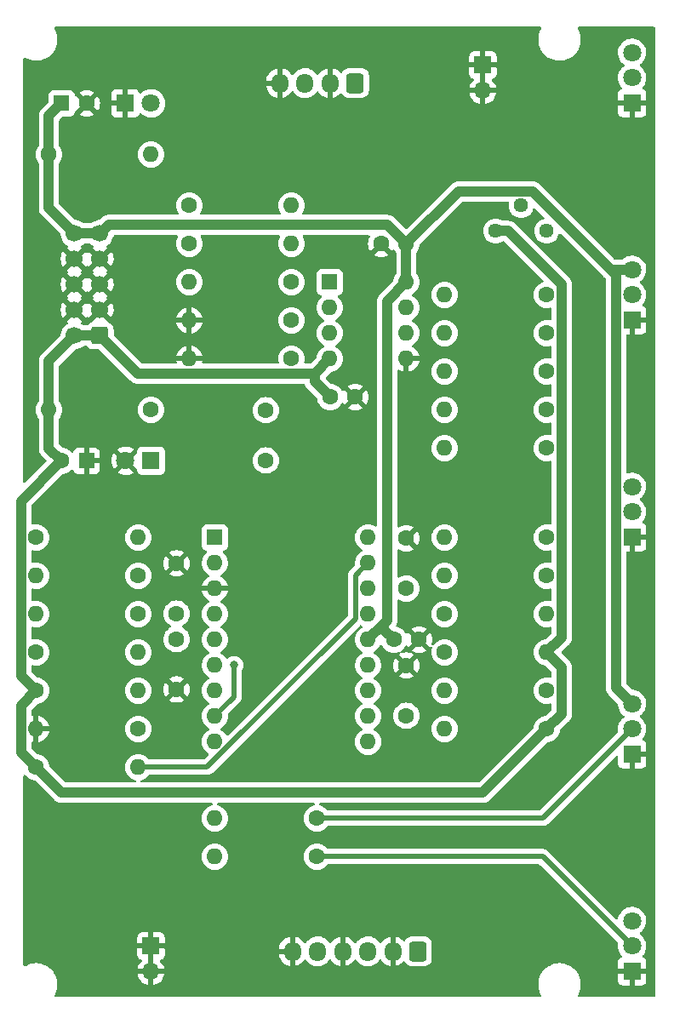
<source format=gbl>
G04 #@! TF.GenerationSoftware,KiCad,Pcbnew,(6.0.5)*
G04 #@! TF.CreationDate,2022-10-09T17:06:01+09:00*
G04 #@! TF.ProjectId,3320LPF,33333230-4c50-4462-9e6b-696361645f70,Ver.1.0*
G04 #@! TF.SameCoordinates,Original*
G04 #@! TF.FileFunction,Copper,L2,Bot*
G04 #@! TF.FilePolarity,Positive*
%FSLAX46Y46*%
G04 Gerber Fmt 4.6, Leading zero omitted, Abs format (unit mm)*
G04 Created by KiCad (PCBNEW (6.0.5)) date 2022-10-09 17:06:01*
%MOMM*%
%LPD*%
G01*
G04 APERTURE LIST*
G04 Aperture macros list*
%AMRoundRect*
0 Rectangle with rounded corners*
0 $1 Rounding radius*
0 $2 $3 $4 $5 $6 $7 $8 $9 X,Y pos of 4 corners*
0 Add a 4 corners polygon primitive as box body*
4,1,4,$2,$3,$4,$5,$6,$7,$8,$9,$2,$3,0*
0 Add four circle primitives for the rounded corners*
1,1,$1+$1,$2,$3*
1,1,$1+$1,$4,$5*
1,1,$1+$1,$6,$7*
1,1,$1+$1,$8,$9*
0 Add four rect primitives between the rounded corners*
20,1,$1+$1,$2,$3,$4,$5,0*
20,1,$1+$1,$4,$5,$6,$7,0*
20,1,$1+$1,$6,$7,$8,$9,0*
20,1,$1+$1,$8,$9,$2,$3,0*%
G04 Aperture macros list end*
G04 #@! TA.AperFunction,ComponentPad*
%ADD10C,1.600000*%
G04 #@! TD*
G04 #@! TA.AperFunction,ComponentPad*
%ADD11O,1.600000X1.600000*%
G04 #@! TD*
G04 #@! TA.AperFunction,ComponentPad*
%ADD12R,1.700000X1.700000*%
G04 #@! TD*
G04 #@! TA.AperFunction,ComponentPad*
%ADD13O,1.700000X1.700000*%
G04 #@! TD*
G04 #@! TA.AperFunction,ComponentPad*
%ADD14R,1.800000X1.800000*%
G04 #@! TD*
G04 #@! TA.AperFunction,ComponentPad*
%ADD15C,1.800000*%
G04 #@! TD*
G04 #@! TA.AperFunction,ComponentPad*
%ADD16R,1.600000X1.600000*%
G04 #@! TD*
G04 #@! TA.AperFunction,ComponentPad*
%ADD17RoundRect,0.250000X0.600000X0.725000X-0.600000X0.725000X-0.600000X-0.725000X0.600000X-0.725000X0*%
G04 #@! TD*
G04 #@! TA.AperFunction,ComponentPad*
%ADD18O,1.700000X1.950000*%
G04 #@! TD*
G04 #@! TA.AperFunction,ComponentPad*
%ADD19C,1.440000*%
G04 #@! TD*
G04 #@! TA.AperFunction,ComponentPad*
%ADD20RoundRect,0.250000X0.600000X0.600000X-0.600000X0.600000X-0.600000X-0.600000X0.600000X-0.600000X0*%
G04 #@! TD*
G04 #@! TA.AperFunction,ComponentPad*
%ADD21C,1.700000*%
G04 #@! TD*
G04 #@! TA.AperFunction,ViaPad*
%ADD22C,0.800000*%
G04 #@! TD*
G04 #@! TA.AperFunction,Conductor*
%ADD23C,1.000000*%
G04 #@! TD*
G04 #@! TA.AperFunction,Conductor*
%ADD24C,0.500000*%
G04 #@! TD*
G04 APERTURE END LIST*
D10*
G04 #@! TO.P,R18,1*
G04 #@! TO.N,Net-(R16-Pad2)*
X162560000Y-116840000D03*
D11*
G04 #@! TO.P,R18,2*
G04 #@! TO.N,Net-(C10-Pad1)*
X152400000Y-116840000D03*
G04 #@! TD*
D12*
G04 #@! TO.P,J3,1,Pin_1*
G04 #@! TO.N,GND*
X156210000Y-54610000D03*
D13*
G04 #@! TO.P,J3,2,Pin_2*
X156210000Y-57150000D03*
G04 #@! TD*
D14*
G04 #@! TO.P,RV6,1,1*
G04 #@! TO.N,GND*
X171050000Y-123150000D03*
D15*
G04 #@! TO.P,RV6,2,2*
G04 #@! TO.N,Net-(R21-Pad1)*
X171050000Y-120650000D03*
G04 #@! TO.P,RV6,3,3*
G04 #@! TO.N,+12V*
X171050000Y-118150000D03*
G04 #@! TD*
D14*
G04 #@! TO.P,RV2,1,1*
G04 #@! TO.N,GND*
X171050000Y-101560000D03*
D15*
G04 #@! TO.P,RV2,2,2*
G04 #@! TO.N,Net-(R1-Pad1)*
X171050000Y-99060000D03*
G04 #@! TO.P,RV2,3,3*
G04 #@! TO.N,FREQ_CV1*
X171050000Y-96560000D03*
G04 #@! TD*
D10*
G04 #@! TO.P,R20,1*
G04 #@! TO.N,Net-(R20-Pad1)*
X139700000Y-133350000D03*
D11*
G04 #@! TO.P,R20,2*
G04 #@! TO.N,Net-(R20-Pad2)*
X129540000Y-133350000D03*
G04 #@! TD*
D10*
G04 #@! TO.P,C8,1*
G04 #@! TO.N,Net-(C8-Pad1)*
X148590000Y-119340000D03*
G04 #@! TO.P,C8,2*
G04 #@! TO.N,GND*
X148590000Y-114340000D03*
G04 #@! TD*
D14*
G04 #@! TO.P,D2,1,K*
G04 #@! TO.N,Net-(D2-Pad1)*
X123190000Y-93980000D03*
D15*
G04 #@! TO.P,D2,2,A*
G04 #@! TO.N,GND*
X120650000Y-93980000D03*
G04 #@! TD*
D10*
G04 #@! TO.P,C7,1*
G04 #@! TO.N,Net-(C7-Pad1)*
X148590000Y-106680000D03*
G04 #@! TO.P,C7,2*
G04 #@! TO.N,GND*
X148590000Y-101680000D03*
G04 #@! TD*
G04 #@! TO.P,C9,1*
G04 #@! TO.N,GND*
X149860000Y-111760000D03*
G04 #@! TO.P,C9,2*
G04 #@! TO.N,+12V*
X147360000Y-111760000D03*
G04 #@! TD*
G04 #@! TO.P,R23,1*
G04 #@! TO.N,Net-(R23-Pad1)*
X121920000Y-120650000D03*
D11*
G04 #@! TO.P,R23,2*
G04 #@! TO.N,GND*
X111760000Y-120650000D03*
G04 #@! TD*
D10*
G04 #@! TO.P,R3,1*
G04 #@! TO.N,Net-(R3-Pad1)*
X162560000Y-85090000D03*
D11*
G04 #@! TO.P,R3,2*
G04 #@! TO.N,Net-(R1-Pad2)*
X152400000Y-85090000D03*
G04 #@! TD*
D10*
G04 #@! TO.P,R7,1*
G04 #@! TO.N,Net-(R1-Pad2)*
X162560000Y-77470000D03*
D11*
G04 #@! TO.P,R7,2*
G04 #@! TO.N,Net-(R7-Pad2)*
X152400000Y-77470000D03*
G04 #@! TD*
D14*
G04 #@! TO.P,RV1,1,1*
G04 #@! TO.N,GND*
X171050000Y-58380000D03*
D15*
G04 #@! TO.P,RV1,2,2*
G04 #@! TO.N,Net-(R8-Pad1)*
X171050000Y-55880000D03*
G04 #@! TO.P,RV1,3,3*
G04 #@! TO.N,IN*
X171050000Y-53380000D03*
G04 #@! TD*
D16*
G04 #@! TO.P,C2,1*
G04 #@! TO.N,GND*
X116775113Y-93980000D03*
D10*
G04 #@! TO.P,C2,2*
G04 #@! TO.N,-12V*
X114275113Y-93980000D03*
G04 #@! TD*
G04 #@! TO.P,R17,1*
G04 #@! TO.N,-12V*
X162560000Y-120650000D03*
D11*
G04 #@! TO.P,R17,2*
G04 #@! TO.N,Net-(R16-Pad2)*
X152400000Y-120650000D03*
G04 #@! TD*
D10*
G04 #@! TO.P,C6,1*
G04 #@! TO.N,Net-(C6-Pad1)*
X125730000Y-109180000D03*
G04 #@! TO.P,C6,2*
G04 #@! TO.N,GND*
X125730000Y-104180000D03*
G04 #@! TD*
G04 #@! TO.P,R21,1*
G04 #@! TO.N,Net-(R21-Pad1)*
X139700000Y-129540000D03*
D11*
G04 #@! TO.P,R21,2*
G04 #@! TO.N,Net-(R20-Pad2)*
X129540000Y-129540000D03*
G04 #@! TD*
D10*
G04 #@! TO.P,R26,1*
G04 #@! TO.N,Net-(R24-Pad1)*
X127000000Y-72390000D03*
D11*
G04 #@! TO.P,R26,2*
G04 #@! TO.N,Net-(R25-Pad2)*
X137160000Y-72390000D03*
G04 #@! TD*
D10*
G04 #@! TO.P,C3,1*
G04 #@! TO.N,+12V*
X148590000Y-72390000D03*
G04 #@! TO.P,C3,2*
G04 #@! TO.N,GND*
X146090000Y-72390000D03*
G04 #@! TD*
D14*
G04 #@! TO.P,D1,1,K*
G04 #@! TO.N,GND*
X120650000Y-58420000D03*
D15*
G04 #@! TO.P,D1,2,A*
G04 #@! TO.N,Net-(R5-Pad2)*
X123190000Y-58420000D03*
G04 #@! TD*
D10*
G04 #@! TO.P,R4,1*
G04 #@! TO.N,Net-(R4-Pad1)*
X162560000Y-81280000D03*
D11*
G04 #@! TO.P,R4,2*
G04 #@! TO.N,Net-(R1-Pad2)*
X152400000Y-81280000D03*
G04 #@! TD*
D10*
G04 #@! TO.P,R1,1*
G04 #@! TO.N,Net-(R1-Pad1)*
X162560000Y-88900000D03*
D11*
G04 #@! TO.P,R1,2*
G04 #@! TO.N,Net-(R1-Pad2)*
X152400000Y-88900000D03*
G04 #@! TD*
D16*
G04 #@! TO.P,U2,1*
G04 #@! TO.N,Net-(R25-Pad2)*
X140970000Y-76200000D03*
D11*
G04 #@! TO.P,U2,2,-*
G04 #@! TO.N,Net-(R24-Pad1)*
X140970000Y-78740000D03*
G04 #@! TO.P,U2,3,+*
G04 #@! TO.N,Net-(C10-Pad2)*
X140970000Y-81280000D03*
G04 #@! TO.P,U2,4,V-*
G04 #@! TO.N,-12V*
X140970000Y-83820000D03*
G04 #@! TO.P,U2,5,+*
G04 #@! TO.N,GND*
X148590000Y-83820000D03*
G04 #@! TO.P,U2,6,-*
G04 #@! TO.N,Net-(R1-Pad2)*
X148590000Y-81280000D03*
G04 #@! TO.P,U2,7*
G04 #@! TO.N,Net-(R7-Pad2)*
X148590000Y-78740000D03*
G04 #@! TO.P,U2,8,V+*
G04 #@! TO.N,+12V*
X148590000Y-76200000D03*
G04 #@! TD*
D10*
G04 #@! TO.P,R2,1*
G04 #@! TO.N,FREQ_CV2*
X162560000Y-92710000D03*
D11*
G04 #@! TO.P,R2,2*
G04 #@! TO.N,Net-(R1-Pad2)*
X152400000Y-92710000D03*
G04 #@! TD*
D14*
G04 #@! TO.P,RV5,1,1*
G04 #@! TO.N,GND*
X171050000Y-144740000D03*
D15*
G04 #@! TO.P,RV5,2,2*
G04 #@! TO.N,Net-(R20-Pad1)*
X171050000Y-142240000D03*
G04 #@! TO.P,RV5,3,3*
G04 #@! TO.N,RES_CV*
X171050000Y-139740000D03*
G04 #@! TD*
D17*
G04 #@! TO.P,J5,1,Pin_1*
G04 #@! TO.N,FREQ_CV1*
X149760000Y-142765000D03*
D18*
G04 #@! TO.P,J5,2,Pin_2*
G04 #@! TO.N,GND*
X147260000Y-142765000D03*
G04 #@! TO.P,J5,3,Pin_3*
G04 #@! TO.N,FREQ_CV2*
X144760000Y-142765000D03*
G04 #@! TO.P,J5,4,Pin_4*
G04 #@! TO.N,GND*
X142260000Y-142765000D03*
G04 #@! TO.P,J5,5,Pin_5*
G04 #@! TO.N,RES_CV*
X139760000Y-142765000D03*
G04 #@! TO.P,J5,6,Pin_6*
G04 #@! TO.N,GND*
X137260000Y-142765000D03*
G04 #@! TD*
D12*
G04 #@! TO.P,J2,1,Pin_1*
G04 #@! TO.N,GND*
X123190000Y-142240000D03*
D13*
G04 #@! TO.P,J2,2,Pin_2*
X123190000Y-144780000D03*
G04 #@! TD*
D10*
G04 #@! TO.P,C10,1*
G04 #@! TO.N,Net-(C10-Pad1)*
X134620000Y-93940000D03*
G04 #@! TO.P,C10,2*
G04 #@! TO.N,Net-(C10-Pad2)*
X134620000Y-88940000D03*
G04 #@! TD*
D19*
G04 #@! TO.P,RV4,1,1*
G04 #@! TO.N,-12V*
X157480000Y-71120000D03*
G04 #@! TO.P,RV4,2,2*
G04 #@! TO.N,Net-(R4-Pad1)*
X160020000Y-68580000D03*
G04 #@! TO.P,RV4,3,3*
X162560000Y-71120000D03*
G04 #@! TD*
D10*
G04 #@! TO.P,C5,1*
G04 #@! TO.N,Net-(C5-Pad1)*
X125730000Y-111720000D03*
G04 #@! TO.P,C5,2*
G04 #@! TO.N,GND*
X125730000Y-116720000D03*
G04 #@! TD*
D17*
G04 #@! TO.P,J4,1,Pin_1*
G04 #@! TO.N,IN*
X143510000Y-56405000D03*
D18*
G04 #@! TO.P,J4,2,Pin_2*
G04 #@! TO.N,GND*
X141010000Y-56405000D03*
G04 #@! TO.P,J4,3,Pin_3*
G04 #@! TO.N,OUT*
X138510000Y-56405000D03*
G04 #@! TO.P,J4,4,Pin_4*
G04 #@! TO.N,GND*
X136010000Y-56405000D03*
G04 #@! TD*
D10*
G04 #@! TO.P,C4,1*
G04 #@! TO.N,GND*
X143510000Y-87630000D03*
G04 #@! TO.P,C4,2*
G04 #@! TO.N,-12V*
X141010000Y-87630000D03*
G04 #@! TD*
D16*
G04 #@! TO.P,U1,1,IN1*
G04 #@! TO.N,Net-(R8-Pad2)*
X129540000Y-101600000D03*
D11*
G04 #@! TO.P,U1,2,IN2*
G04 #@! TO.N,Net-(R10-Pad2)*
X129540000Y-104140000D03*
G04 #@! TO.P,U1,3,GND*
G04 #@! TO.N,GND*
X129540000Y-106680000D03*
G04 #@! TO.P,U1,4,CAP2*
G04 #@! TO.N,Net-(C6-Pad1)*
X129540000Y-109220000D03*
G04 #@! TO.P,U1,5,CAP1*
G04 #@! TO.N,Net-(C5-Pad1)*
X129540000Y-111760000D03*
G04 #@! TO.P,U1,6,OUT2*
G04 #@! TO.N,Net-(R12-Pad2)*
X129540000Y-114300000D03*
G04 #@! TO.P,U1,7,OUT1*
G04 #@! TO.N,Net-(R10-Pad1)*
X129540000Y-116840000D03*
G04 #@! TO.P,U1,8,VRES*
G04 #@! TO.N,Net-(R23-Pad1)*
X129540000Y-119380000D03*
G04 #@! TO.P,U1,9,IRES*
G04 #@! TO.N,Net-(R20-Pad2)*
X129540000Y-121920000D03*
G04 #@! TO.P,U1,10,OUT4*
G04 #@! TO.N,Net-(C10-Pad1)*
X144780000Y-121920000D03*
G04 #@! TO.P,U1,11,CAP4*
G04 #@! TO.N,Net-(C8-Pad1)*
X144780000Y-119380000D03*
G04 #@! TO.P,U1,12,VCFI*
G04 #@! TO.N,Net-(R7-Pad2)*
X144780000Y-116840000D03*
G04 #@! TO.P,U1,13,VEE*
G04 #@! TO.N,Net-(R19-Pad1)*
X144780000Y-114300000D03*
G04 #@! TO.P,U1,14,VCC*
G04 #@! TO.N,+12V*
X144780000Y-111760000D03*
G04 #@! TO.P,U1,15,OUT3*
G04 #@! TO.N,Net-(R15-Pad2)*
X144780000Y-109220000D03*
G04 #@! TO.P,U1,16,CAP3*
G04 #@! TO.N,Net-(C7-Pad1)*
X144780000Y-106680000D03*
G04 #@! TO.P,U1,17,IN3*
G04 #@! TO.N,Net-(R13-Pad2)*
X144780000Y-104140000D03*
G04 #@! TO.P,U1,18,IN4*
G04 #@! TO.N,Net-(R16-Pad2)*
X144780000Y-101600000D03*
G04 #@! TD*
D10*
G04 #@! TO.P,R19,1*
G04 #@! TO.N,Net-(R19-Pad1)*
X152400000Y-113030000D03*
D11*
G04 #@! TO.P,R19,2*
G04 #@! TO.N,-12V*
X162560000Y-113030000D03*
G04 #@! TD*
D10*
G04 #@! TO.P,R25,1*
G04 #@! TO.N,Net-(R23-Pad1)*
X127000000Y-68580000D03*
D11*
G04 #@! TO.P,R25,2*
G04 #@! TO.N,Net-(R25-Pad2)*
X137160000Y-68580000D03*
G04 #@! TD*
D10*
G04 #@! TO.P,R9,1*
G04 #@! TO.N,Net-(R8-Pad2)*
X121920000Y-105410000D03*
D11*
G04 #@! TO.P,R9,2*
G04 #@! TO.N,Net-(R10-Pad1)*
X111760000Y-105410000D03*
G04 #@! TD*
D10*
G04 #@! TO.P,R24,1*
G04 #@! TO.N,Net-(R24-Pad1)*
X137160000Y-80010000D03*
D11*
G04 #@! TO.P,R24,2*
G04 #@! TO.N,GND*
X127000000Y-80010000D03*
G04 #@! TD*
D16*
G04 #@! TO.P,C1,1*
G04 #@! TO.N,+12V*
X114300000Y-58420000D03*
D10*
G04 #@! TO.P,C1,2*
G04 #@! TO.N,GND*
X116800000Y-58420000D03*
G04 #@! TD*
G04 #@! TO.P,R8,1*
G04 #@! TO.N,Net-(R8-Pad1)*
X111760000Y-101600000D03*
D11*
G04 #@! TO.P,R8,2*
G04 #@! TO.N,Net-(R8-Pad2)*
X121920000Y-101600000D03*
G04 #@! TD*
D10*
G04 #@! TO.P,R13,1*
G04 #@! TO.N,Net-(R12-Pad2)*
X152400000Y-109220000D03*
D11*
G04 #@! TO.P,R13,2*
G04 #@! TO.N,Net-(R13-Pad2)*
X162560000Y-109220000D03*
G04 #@! TD*
D10*
G04 #@! TO.P,R11,1*
G04 #@! TO.N,-12V*
X111760000Y-116840000D03*
D11*
G04 #@! TO.P,R11,2*
G04 #@! TO.N,Net-(R10-Pad2)*
X121920000Y-116840000D03*
G04 #@! TD*
D10*
G04 #@! TO.P,R5,1*
G04 #@! TO.N,+12V*
X113030000Y-63500000D03*
D11*
G04 #@! TO.P,R5,2*
G04 #@! TO.N,Net-(R5-Pad2)*
X123190000Y-63500000D03*
G04 #@! TD*
D10*
G04 #@! TO.P,R27,1*
G04 #@! TO.N,Net-(R25-Pad2)*
X137160000Y-76200000D03*
D11*
G04 #@! TO.P,R27,2*
G04 #@! TO.N,OUT*
X127000000Y-76200000D03*
G04 #@! TD*
D10*
G04 #@! TO.P,R12,1*
G04 #@! TO.N,Net-(R10-Pad2)*
X121920000Y-109220000D03*
D11*
G04 #@! TO.P,R12,2*
G04 #@! TO.N,Net-(R12-Pad2)*
X111760000Y-109220000D03*
G04 #@! TD*
D10*
G04 #@! TO.P,R16,1*
G04 #@! TO.N,Net-(R15-Pad2)*
X162560000Y-101600000D03*
D11*
G04 #@! TO.P,R16,2*
G04 #@! TO.N,Net-(R16-Pad2)*
X152400000Y-101600000D03*
G04 #@! TD*
D10*
G04 #@! TO.P,R10,1*
G04 #@! TO.N,Net-(R10-Pad1)*
X111760000Y-113030000D03*
D11*
G04 #@! TO.P,R10,2*
G04 #@! TO.N,Net-(R10-Pad2)*
X121920000Y-113030000D03*
G04 #@! TD*
D10*
G04 #@! TO.P,R22,1*
G04 #@! TO.N,Net-(C10-Pad2)*
X137160000Y-83820000D03*
D11*
G04 #@! TO.P,R22,2*
G04 #@! TO.N,GND*
X127000000Y-83820000D03*
G04 #@! TD*
D10*
G04 #@! TO.P,R14,1*
G04 #@! TO.N,-12V*
X111760000Y-124460000D03*
D11*
G04 #@! TO.P,R14,2*
G04 #@! TO.N,Net-(R13-Pad2)*
X121920000Y-124460000D03*
G04 #@! TD*
D14*
G04 #@! TO.P,RV3,1,1*
G04 #@! TO.N,GND*
X171050000Y-79970000D03*
D15*
G04 #@! TO.P,RV3,2,2*
G04 #@! TO.N,Net-(R3-Pad1)*
X171050000Y-77470000D03*
G04 #@! TO.P,RV3,3,3*
G04 #@! TO.N,+12V*
X171050000Y-74970000D03*
G04 #@! TD*
D10*
G04 #@! TO.P,R6,1*
G04 #@! TO.N,Net-(D2-Pad1)*
X123190000Y-88900000D03*
D11*
G04 #@! TO.P,R6,2*
G04 #@! TO.N,-12V*
X113030000Y-88900000D03*
G04 #@! TD*
D20*
G04 #@! TO.P,J1,1,Pin_1*
G04 #@! TO.N,-12V*
X118110000Y-81534000D03*
D21*
G04 #@! TO.P,J1,2,Pin_2*
X115570000Y-81534000D03*
G04 #@! TO.P,J1,3,Pin_3*
G04 #@! TO.N,GND*
X118110000Y-78994000D03*
G04 #@! TO.P,J1,4,Pin_4*
X115570000Y-78994000D03*
G04 #@! TO.P,J1,5,Pin_5*
X118110000Y-76454000D03*
G04 #@! TO.P,J1,6,Pin_6*
X115570000Y-76454000D03*
G04 #@! TO.P,J1,7,Pin_7*
X118110000Y-73914000D03*
G04 #@! TO.P,J1,8,Pin_8*
X115570000Y-73914000D03*
G04 #@! TO.P,J1,9,Pin_9*
G04 #@! TO.N,+12V*
X118110000Y-71374000D03*
G04 #@! TO.P,J1,10,Pin_10*
X115570000Y-71374000D03*
G04 #@! TD*
D10*
G04 #@! TO.P,R15,1*
G04 #@! TO.N,Net-(R13-Pad2)*
X162560000Y-105410000D03*
D11*
G04 #@! TO.P,R15,2*
G04 #@! TO.N,Net-(R15-Pad2)*
X152400000Y-105410000D03*
G04 #@! TD*
D22*
G04 #@! TO.N,Net-(R23-Pad1)*
X131445000Y-114300000D03*
G04 #@! TD*
D23*
G04 #@! TO.N,+12V*
X169450489Y-116550489D02*
X169450489Y-75470489D01*
X168910000Y-74930000D02*
X161140489Y-67160489D01*
X171050000Y-74970000D02*
X168950000Y-74970000D01*
X153819511Y-67160489D02*
X148590000Y-72390000D01*
X171050000Y-118150000D02*
X169450489Y-116550489D01*
X161140489Y-67160489D02*
X153819511Y-67160489D01*
X113030000Y-68834000D02*
X113030000Y-63500000D01*
X168950000Y-74970000D02*
X168910000Y-74930000D01*
X113030000Y-63500000D02*
X113030000Y-59690000D01*
X146685000Y-78105000D02*
X148590000Y-76200000D01*
X144780000Y-111760000D02*
X146367500Y-110172500D01*
X118110000Y-71374000D02*
X118960000Y-70524000D01*
X146724000Y-70524000D02*
X148590000Y-72390000D01*
X115570000Y-71374000D02*
X113030000Y-68834000D01*
X146685000Y-109855000D02*
X146685000Y-78105000D01*
X118960000Y-70524000D02*
X146724000Y-70524000D01*
X148590000Y-72390000D02*
X148590000Y-76200000D01*
X113030000Y-59690000D02*
X114300000Y-58420000D01*
X146367500Y-110172500D02*
X146685000Y-109855000D01*
X115570000Y-71374000D02*
X118110000Y-71374000D01*
X146367500Y-110767500D02*
X146367500Y-110172500D01*
X169450489Y-75470489D02*
X168910000Y-74930000D01*
X147360000Y-111760000D02*
X146367500Y-110767500D01*
G04 #@! TO.N,-12V*
X114300000Y-127000000D02*
X156210000Y-127000000D01*
X114275113Y-93980000D02*
X110260489Y-97994624D01*
X110260489Y-97994624D02*
X110260489Y-115340489D01*
X141010000Y-87630000D02*
X139470489Y-86090489D01*
X115570000Y-81534000D02*
X113030000Y-84074000D01*
X118110000Y-81534000D02*
X121895511Y-85319511D01*
X164059511Y-119150489D02*
X164059511Y-114529511D01*
X110260489Y-115340489D02*
X111760000Y-116840000D01*
X110260489Y-118339511D02*
X110260489Y-122960489D01*
X158750000Y-71120000D02*
X157480000Y-71120000D01*
X156210000Y-127000000D02*
X162560000Y-120650000D01*
X164059511Y-111530489D02*
X164059511Y-76429511D01*
X139470489Y-85319511D02*
X140970000Y-83820000D01*
X164059511Y-76429511D02*
X158750000Y-71120000D01*
X139470489Y-86090489D02*
X139470489Y-85319511D01*
X110260489Y-122960489D02*
X111760000Y-124460000D01*
X162560000Y-113030000D02*
X164059511Y-111530489D01*
X113030000Y-84074000D02*
X113030000Y-88900000D01*
X121895511Y-85319511D02*
X139470489Y-85319511D01*
X113030000Y-88900000D02*
X113030000Y-92734887D01*
X111760000Y-124460000D02*
X114300000Y-127000000D01*
X115570000Y-81534000D02*
X118110000Y-81534000D01*
X164059511Y-114529511D02*
X162560000Y-113030000D01*
X162560000Y-120650000D02*
X164059511Y-119150489D01*
X111760000Y-116840000D02*
X110260489Y-118339511D01*
X113030000Y-92734887D02*
X114275113Y-93980000D01*
D24*
G04 #@! TO.N,Net-(R13-Pad2)*
X143530489Y-109696587D02*
X143530489Y-105389511D01*
X128767076Y-124460000D02*
X143530489Y-109696587D01*
X121920000Y-124460000D02*
X128767076Y-124460000D01*
X143530489Y-105389511D02*
X144780000Y-104140000D01*
G04 #@! TO.N,Net-(R20-Pad1)*
X139700000Y-133350000D02*
X162160000Y-133350000D01*
X162160000Y-133350000D02*
X171050000Y-142240000D01*
G04 #@! TO.N,Net-(R21-Pad1)*
X162160000Y-129540000D02*
X171050000Y-120650000D01*
X139700000Y-129540000D02*
X162160000Y-129540000D01*
G04 #@! TO.N,Net-(R23-Pad1)*
X131445000Y-117475000D02*
X129540000Y-119380000D01*
X131445000Y-114300000D02*
X131445000Y-117475000D01*
G04 #@! TD*
G04 #@! TA.AperFunction,Conductor*
G04 #@! TO.N,GND*
G36*
X161978443Y-50820002D02*
G01*
X162024936Y-50873658D01*
X162035040Y-50943932D01*
X162017754Y-50991835D01*
X161959320Y-51087190D01*
X161959316Y-51087198D01*
X161957073Y-51090858D01*
X161841517Y-51354102D01*
X161762756Y-51630594D01*
X161722249Y-51915216D01*
X161722227Y-51919505D01*
X161722226Y-51919512D01*
X161720824Y-52187157D01*
X161720743Y-52202703D01*
X161758268Y-52487734D01*
X161759401Y-52491874D01*
X161759401Y-52491876D01*
X161780415Y-52568689D01*
X161834129Y-52765036D01*
X161835813Y-52768984D01*
X161900141Y-52919797D01*
X161946923Y-53029476D01*
X161958693Y-53049142D01*
X162085800Y-53261522D01*
X162094561Y-53276161D01*
X162274313Y-53500528D01*
X162359902Y-53581749D01*
X162467249Y-53683617D01*
X162482851Y-53698423D01*
X162716317Y-53866186D01*
X162720112Y-53868195D01*
X162720113Y-53868196D01*
X162741869Y-53879715D01*
X162970392Y-54000712D01*
X163240373Y-54099511D01*
X163521264Y-54160755D01*
X163549841Y-54163004D01*
X163744282Y-54178307D01*
X163744291Y-54178307D01*
X163746739Y-54178500D01*
X163902271Y-54178500D01*
X163904407Y-54178354D01*
X163904418Y-54178354D01*
X164112548Y-54164165D01*
X164112554Y-54164164D01*
X164116825Y-54163873D01*
X164121020Y-54163004D01*
X164121022Y-54163004D01*
X164257584Y-54134723D01*
X164398342Y-54105574D01*
X164669343Y-54009607D01*
X164924812Y-53877750D01*
X164928313Y-53875289D01*
X164928317Y-53875287D01*
X165042418Y-53795095D01*
X165160023Y-53712441D01*
X165370622Y-53516740D01*
X165552713Y-53294268D01*
X165702927Y-53049142D01*
X165759706Y-52919797D01*
X165816757Y-52789830D01*
X165818483Y-52785898D01*
X165897244Y-52509406D01*
X165937751Y-52224784D01*
X165937845Y-52206951D01*
X165939235Y-51941583D01*
X165939235Y-51941576D01*
X165939257Y-51937297D01*
X165901732Y-51652266D01*
X165825871Y-51374964D01*
X165713077Y-51110524D01*
X165641367Y-50990705D01*
X165623547Y-50921983D01*
X165645711Y-50854534D01*
X165700822Y-50809776D01*
X165749483Y-50800000D01*
X173229000Y-50800000D01*
X173297121Y-50820002D01*
X173343614Y-50873658D01*
X173355000Y-50926000D01*
X173355000Y-147194000D01*
X173334998Y-147262121D01*
X173281342Y-147308614D01*
X173229000Y-147320000D01*
X165749678Y-147320000D01*
X165681557Y-147299998D01*
X165635064Y-147246342D01*
X165624960Y-147176068D01*
X165642246Y-147128165D01*
X165700680Y-147032810D01*
X165700684Y-147032802D01*
X165702927Y-147029142D01*
X165818483Y-146765898D01*
X165897244Y-146489406D01*
X165937751Y-146204784D01*
X165937845Y-146186951D01*
X165939235Y-145921583D01*
X165939235Y-145921576D01*
X165939257Y-145917297D01*
X165908631Y-145684669D01*
X169642001Y-145684669D01*
X169642371Y-145691490D01*
X169647895Y-145742352D01*
X169651521Y-145757604D01*
X169696676Y-145878054D01*
X169705214Y-145893649D01*
X169781715Y-145995724D01*
X169794276Y-146008285D01*
X169896351Y-146084786D01*
X169911946Y-146093324D01*
X170032394Y-146138478D01*
X170047649Y-146142105D01*
X170098514Y-146147631D01*
X170105328Y-146148000D01*
X170777885Y-146148000D01*
X170793124Y-146143525D01*
X170794329Y-146142135D01*
X170796000Y-146134452D01*
X170796000Y-146129884D01*
X171304000Y-146129884D01*
X171308475Y-146145123D01*
X171309865Y-146146328D01*
X171317548Y-146147999D01*
X171994669Y-146147999D01*
X172001490Y-146147629D01*
X172052352Y-146142105D01*
X172067604Y-146138479D01*
X172188054Y-146093324D01*
X172203649Y-146084786D01*
X172305724Y-146008285D01*
X172318285Y-145995724D01*
X172394786Y-145893649D01*
X172403324Y-145878054D01*
X172448478Y-145757606D01*
X172452105Y-145742351D01*
X172457631Y-145691486D01*
X172458000Y-145684672D01*
X172458000Y-145012115D01*
X172453525Y-144996876D01*
X172452135Y-144995671D01*
X172444452Y-144994000D01*
X171322115Y-144994000D01*
X171306876Y-144998475D01*
X171305671Y-144999865D01*
X171304000Y-145007548D01*
X171304000Y-146129884D01*
X170796000Y-146129884D01*
X170796000Y-145012115D01*
X170791525Y-144996876D01*
X170790135Y-144995671D01*
X170782452Y-144994000D01*
X169660116Y-144994000D01*
X169644877Y-144998475D01*
X169643672Y-144999865D01*
X169642001Y-145007548D01*
X169642001Y-145684669D01*
X165908631Y-145684669D01*
X165901732Y-145632266D01*
X165889814Y-145588699D01*
X165827003Y-145359103D01*
X165825871Y-145354964D01*
X165756478Y-145192275D01*
X165714763Y-145094476D01*
X165714761Y-145094472D01*
X165713077Y-145090524D01*
X165565439Y-144843839D01*
X165385687Y-144619472D01*
X165230760Y-144472452D01*
X165180258Y-144424527D01*
X165180255Y-144424525D01*
X165177149Y-144421577D01*
X164943683Y-144253814D01*
X164921843Y-144242250D01*
X164829700Y-144193463D01*
X164689608Y-144119288D01*
X164503472Y-144051172D01*
X164423658Y-144021964D01*
X164423656Y-144021963D01*
X164419627Y-144020489D01*
X164138736Y-143959245D01*
X164107685Y-143956801D01*
X163915718Y-143941693D01*
X163915709Y-143941693D01*
X163913261Y-143941500D01*
X163757729Y-143941500D01*
X163755593Y-143941646D01*
X163755582Y-143941646D01*
X163547452Y-143955835D01*
X163547446Y-143955836D01*
X163543175Y-143956127D01*
X163538980Y-143956996D01*
X163538978Y-143956996D01*
X163478497Y-143969521D01*
X163261658Y-144014426D01*
X162990657Y-144110393D01*
X162986848Y-144112359D01*
X162743816Y-144237797D01*
X162735188Y-144242250D01*
X162731687Y-144244711D01*
X162731683Y-144244713D01*
X162632429Y-144314470D01*
X162499977Y-144407559D01*
X162484892Y-144421577D01*
X162372520Y-144526000D01*
X162289378Y-144603260D01*
X162107287Y-144825732D01*
X161957073Y-145070858D01*
X161841517Y-145334102D01*
X161762756Y-145610594D01*
X161722249Y-145895216D01*
X161722227Y-145899505D01*
X161722226Y-145899512D01*
X161720765Y-146178417D01*
X161720743Y-146182703D01*
X161758268Y-146467734D01*
X161834129Y-146745036D01*
X161946923Y-147009476D01*
X161958693Y-147029142D01*
X162018633Y-147129294D01*
X162036453Y-147198017D01*
X162014289Y-147265466D01*
X161959178Y-147310224D01*
X161910517Y-147320000D01*
X113679678Y-147320000D01*
X113611557Y-147299998D01*
X113565064Y-147246342D01*
X113554960Y-147176068D01*
X113572246Y-147128165D01*
X113630680Y-147032810D01*
X113630684Y-147032802D01*
X113632927Y-147029142D01*
X113748483Y-146765898D01*
X113827244Y-146489406D01*
X113867751Y-146204784D01*
X113867845Y-146186951D01*
X113869235Y-145921583D01*
X113869235Y-145921576D01*
X113869257Y-145917297D01*
X113831732Y-145632266D01*
X113819814Y-145588699D01*
X113757003Y-145359103D01*
X113755871Y-145354964D01*
X113686478Y-145192275D01*
X113644763Y-145094476D01*
X113644761Y-145094472D01*
X113643077Y-145090524D01*
X113617607Y-145047966D01*
X121858257Y-145047966D01*
X121888565Y-145182446D01*
X121891645Y-145192275D01*
X121971770Y-145389603D01*
X121976413Y-145398794D01*
X122087694Y-145580388D01*
X122093777Y-145588699D01*
X122233213Y-145749667D01*
X122240580Y-145756883D01*
X122404434Y-145892916D01*
X122412881Y-145898831D01*
X122596756Y-146006279D01*
X122606042Y-146010729D01*
X122805001Y-146086703D01*
X122814899Y-146089579D01*
X122918250Y-146110606D01*
X122932299Y-146109410D01*
X122936000Y-146099065D01*
X122936000Y-146098517D01*
X123444000Y-146098517D01*
X123448064Y-146112359D01*
X123461478Y-146114393D01*
X123468184Y-146113534D01*
X123478262Y-146111392D01*
X123682255Y-146050191D01*
X123691842Y-146046433D01*
X123883095Y-145952739D01*
X123891945Y-145947464D01*
X124065328Y-145823792D01*
X124073200Y-145817139D01*
X124224052Y-145666812D01*
X124230730Y-145658965D01*
X124355003Y-145486020D01*
X124360313Y-145477183D01*
X124454670Y-145286267D01*
X124458469Y-145276672D01*
X124520377Y-145072910D01*
X124522555Y-145062837D01*
X124523986Y-145051962D01*
X124521775Y-145037778D01*
X124508617Y-145034000D01*
X123462115Y-145034000D01*
X123446876Y-145038475D01*
X123445671Y-145039865D01*
X123444000Y-145047548D01*
X123444000Y-146098517D01*
X122936000Y-146098517D01*
X122936000Y-145052115D01*
X122931525Y-145036876D01*
X122930135Y-145035671D01*
X122922452Y-145034000D01*
X121873225Y-145034000D01*
X121859694Y-145037973D01*
X121858257Y-145047966D01*
X113617607Y-145047966D01*
X113495439Y-144843839D01*
X113315687Y-144619472D01*
X113160760Y-144472452D01*
X113110258Y-144424527D01*
X113110255Y-144424525D01*
X113107149Y-144421577D01*
X112873683Y-144253814D01*
X112851843Y-144242250D01*
X112759700Y-144193463D01*
X112619608Y-144119288D01*
X112433472Y-144051172D01*
X112353658Y-144021964D01*
X112353656Y-144021963D01*
X112349627Y-144020489D01*
X112068736Y-143959245D01*
X112037685Y-143956801D01*
X111845718Y-143941693D01*
X111845709Y-143941693D01*
X111843261Y-143941500D01*
X111687729Y-143941500D01*
X111685593Y-143941646D01*
X111685582Y-143941646D01*
X111477452Y-143955835D01*
X111477446Y-143955836D01*
X111473175Y-143956127D01*
X111468980Y-143956996D01*
X111468978Y-143956996D01*
X111408497Y-143969521D01*
X111191658Y-144014426D01*
X110920657Y-144110393D01*
X110916848Y-144112359D01*
X110673790Y-144237810D01*
X110604082Y-144251279D01*
X110538159Y-144224924D01*
X110496949Y-144167111D01*
X110490000Y-144125844D01*
X110490000Y-143134669D01*
X121832001Y-143134669D01*
X121832371Y-143141490D01*
X121837895Y-143192352D01*
X121841521Y-143207604D01*
X121886676Y-143328054D01*
X121895214Y-143343649D01*
X121971715Y-143445724D01*
X121984276Y-143458285D01*
X122086351Y-143534786D01*
X122101946Y-143543324D01*
X122211337Y-143584333D01*
X122268101Y-143626975D01*
X122292801Y-143693536D01*
X122277594Y-143762885D01*
X122258201Y-143789366D01*
X122134590Y-143918717D01*
X122128104Y-143926727D01*
X122008098Y-144102649D01*
X122003000Y-144111623D01*
X121913338Y-144304783D01*
X121909775Y-144314470D01*
X121854389Y-144514183D01*
X121855912Y-144522607D01*
X121868292Y-144526000D01*
X122917885Y-144526000D01*
X122933124Y-144521525D01*
X122934329Y-144520135D01*
X122936000Y-144512452D01*
X122936000Y-144507885D01*
X123444000Y-144507885D01*
X123448475Y-144523124D01*
X123449865Y-144524329D01*
X123457548Y-144526000D01*
X124508344Y-144526000D01*
X124521875Y-144522027D01*
X124523180Y-144512947D01*
X124481214Y-144345875D01*
X124477894Y-144336124D01*
X124392972Y-144140814D01*
X124388105Y-144131739D01*
X124272426Y-143952926D01*
X124266136Y-143944757D01*
X124121931Y-143786279D01*
X124090879Y-143722433D01*
X124099273Y-143651934D01*
X124144450Y-143597166D01*
X124170894Y-143583497D01*
X124278054Y-143543324D01*
X124293649Y-143534786D01*
X124395724Y-143458285D01*
X124408285Y-143445724D01*
X124484786Y-143343649D01*
X124493324Y-143328054D01*
X124538478Y-143207606D01*
X124542105Y-143192351D01*
X124547631Y-143141486D01*
X124548000Y-143134672D01*
X124548000Y-143035193D01*
X135909410Y-143035193D01*
X135916124Y-143114325D01*
X135917914Y-143124797D01*
X135973130Y-143337535D01*
X135976665Y-143347575D01*
X136066937Y-143547970D01*
X136072106Y-143557256D01*
X136194850Y-143739575D01*
X136201519Y-143747870D01*
X136353228Y-143906900D01*
X136361186Y-143913941D01*
X136537525Y-144045141D01*
X136546562Y-144050745D01*
X136742484Y-144150357D01*
X136752335Y-144154357D01*
X136962240Y-144219534D01*
X136972624Y-144221817D01*
X136988043Y-144223861D01*
X137002207Y-144221665D01*
X137006000Y-144208478D01*
X137006000Y-144206192D01*
X137514000Y-144206192D01*
X137517973Y-144219723D01*
X137528580Y-144221248D01*
X137646421Y-144196523D01*
X137656617Y-144193463D01*
X137861029Y-144112737D01*
X137870561Y-144108006D01*
X138058462Y-143993984D01*
X138067052Y-143987720D01*
X138233052Y-143843673D01*
X138240472Y-143836042D01*
X138379826Y-143666089D01*
X138385848Y-143657326D01*
X138401238Y-143630289D01*
X138452320Y-143580982D01*
X138521951Y-143567120D01*
X138588022Y-143593103D01*
X138615261Y-143622253D01*
X138644773Y-143666089D01*
X138697441Y-143744319D01*
X138701120Y-143748176D01*
X138701122Y-143748178D01*
X138762710Y-143812738D01*
X138856576Y-143911135D01*
X138860854Y-143914318D01*
X138877532Y-143926727D01*
X139041542Y-144048754D01*
X139046293Y-144051170D01*
X139046297Y-144051172D01*
X139109481Y-144083296D01*
X139247051Y-144153240D01*
X139252145Y-144154822D01*
X139252148Y-144154823D01*
X139417583Y-144206192D01*
X139467227Y-144221607D01*
X139472516Y-144222308D01*
X139690489Y-144251198D01*
X139690494Y-144251198D01*
X139695774Y-144251898D01*
X139701103Y-144251698D01*
X139701105Y-144251698D01*
X139810966Y-144247573D01*
X139926158Y-144243249D01*
X139940285Y-144240285D01*
X140146572Y-144197002D01*
X140151791Y-144195907D01*
X140156750Y-144193949D01*
X140156752Y-144193948D01*
X140361256Y-144113185D01*
X140361258Y-144113184D01*
X140366221Y-144111224D01*
X140371525Y-144108006D01*
X140558757Y-143994390D01*
X140558756Y-143994390D01*
X140563317Y-143991623D01*
X140599577Y-143960158D01*
X140733412Y-143844023D01*
X140733414Y-143844021D01*
X140737445Y-143840523D01*
X140801417Y-143762504D01*
X140880240Y-143666373D01*
X140880244Y-143666367D01*
X140883624Y-143662245D01*
X140886424Y-143657326D01*
X140901829Y-143630265D01*
X140952912Y-143580959D01*
X141022542Y-143567098D01*
X141088613Y-143593082D01*
X141115851Y-143622232D01*
X141194852Y-143739578D01*
X141201519Y-143747870D01*
X141353228Y-143906900D01*
X141361186Y-143913941D01*
X141537525Y-144045141D01*
X141546562Y-144050745D01*
X141742484Y-144150357D01*
X141752335Y-144154357D01*
X141962240Y-144219534D01*
X141972624Y-144221817D01*
X141988043Y-144223861D01*
X142002207Y-144221665D01*
X142006000Y-144208478D01*
X142006000Y-144206192D01*
X142514000Y-144206192D01*
X142517973Y-144219723D01*
X142528580Y-144221248D01*
X142646421Y-144196523D01*
X142656617Y-144193463D01*
X142861029Y-144112737D01*
X142870561Y-144108006D01*
X143058462Y-143993984D01*
X143067052Y-143987720D01*
X143233052Y-143843673D01*
X143240472Y-143836042D01*
X143379826Y-143666089D01*
X143385848Y-143657326D01*
X143401238Y-143630289D01*
X143452320Y-143580982D01*
X143521951Y-143567120D01*
X143588022Y-143593103D01*
X143615261Y-143622253D01*
X143644773Y-143666089D01*
X143697441Y-143744319D01*
X143701120Y-143748176D01*
X143701122Y-143748178D01*
X143762710Y-143812738D01*
X143856576Y-143911135D01*
X143860854Y-143914318D01*
X143877532Y-143926727D01*
X144041542Y-144048754D01*
X144046293Y-144051170D01*
X144046297Y-144051172D01*
X144109481Y-144083296D01*
X144247051Y-144153240D01*
X144252145Y-144154822D01*
X144252148Y-144154823D01*
X144417583Y-144206192D01*
X144467227Y-144221607D01*
X144472516Y-144222308D01*
X144690489Y-144251198D01*
X144690494Y-144251198D01*
X144695774Y-144251898D01*
X144701103Y-144251698D01*
X144701105Y-144251698D01*
X144810966Y-144247573D01*
X144926158Y-144243249D01*
X144940285Y-144240285D01*
X145146572Y-144197002D01*
X145151791Y-144195907D01*
X145156750Y-144193949D01*
X145156752Y-144193948D01*
X145361256Y-144113185D01*
X145361258Y-144113184D01*
X145366221Y-144111224D01*
X145371525Y-144108006D01*
X145558757Y-143994390D01*
X145558756Y-143994390D01*
X145563317Y-143991623D01*
X145599577Y-143960158D01*
X145733412Y-143844023D01*
X145733414Y-143844021D01*
X145737445Y-143840523D01*
X145801417Y-143762504D01*
X145880240Y-143666373D01*
X145880244Y-143666367D01*
X145883624Y-143662245D01*
X145886424Y-143657326D01*
X145901829Y-143630265D01*
X145952912Y-143580959D01*
X146022542Y-143567098D01*
X146088613Y-143593082D01*
X146115851Y-143622232D01*
X146194852Y-143739578D01*
X146201519Y-143747870D01*
X146353228Y-143906900D01*
X146361186Y-143913941D01*
X146537525Y-144045141D01*
X146546562Y-144050745D01*
X146742484Y-144150357D01*
X146752335Y-144154357D01*
X146962240Y-144219534D01*
X146972624Y-144221817D01*
X146988043Y-144223861D01*
X147002207Y-144221665D01*
X147006000Y-144208478D01*
X147006000Y-144206192D01*
X147514000Y-144206192D01*
X147517973Y-144219723D01*
X147528580Y-144221248D01*
X147646421Y-144196523D01*
X147656617Y-144193463D01*
X147861029Y-144112737D01*
X147870561Y-144108006D01*
X148058462Y-143993984D01*
X148067052Y-143987720D01*
X148233052Y-143843673D01*
X148240470Y-143836044D01*
X148266391Y-143804431D01*
X148325051Y-143764436D01*
X148396021Y-143762504D01*
X148456770Y-143799248D01*
X148470969Y-143818017D01*
X148561522Y-143964348D01*
X148686697Y-144089305D01*
X148692927Y-144093145D01*
X148692928Y-144093146D01*
X148830090Y-144177694D01*
X148837262Y-144182115D01*
X148872938Y-144193948D01*
X148998611Y-144235632D01*
X148998613Y-144235632D01*
X149005139Y-144237797D01*
X149011975Y-144238497D01*
X149011978Y-144238498D01*
X149047663Y-144242154D01*
X149109600Y-144248500D01*
X150410400Y-144248500D01*
X150413646Y-144248163D01*
X150413650Y-144248163D01*
X150509308Y-144238238D01*
X150509312Y-144238237D01*
X150516166Y-144237526D01*
X150522702Y-144235345D01*
X150522704Y-144235345D01*
X150654806Y-144191272D01*
X150683946Y-144181550D01*
X150834348Y-144088478D01*
X150959305Y-143963303D01*
X150963193Y-143956996D01*
X151048275Y-143818968D01*
X151048276Y-143818966D01*
X151052115Y-143812738D01*
X151107797Y-143644861D01*
X151109293Y-143630265D01*
X151115762Y-143567120D01*
X151118500Y-143540400D01*
X151118500Y-141989600D01*
X151118163Y-141986350D01*
X151108238Y-141890692D01*
X151108237Y-141890688D01*
X151107526Y-141883834D01*
X151100785Y-141863627D01*
X151053868Y-141723002D01*
X151051550Y-141716054D01*
X150958478Y-141565652D01*
X150833303Y-141440695D01*
X150802965Y-141421994D01*
X150688968Y-141351725D01*
X150688966Y-141351724D01*
X150682738Y-141347885D01*
X150569353Y-141310277D01*
X150521389Y-141294368D01*
X150521387Y-141294368D01*
X150514861Y-141292203D01*
X150508025Y-141291503D01*
X150508022Y-141291502D01*
X150464969Y-141287091D01*
X150410400Y-141281500D01*
X149109600Y-141281500D01*
X149106354Y-141281837D01*
X149106350Y-141281837D01*
X149010692Y-141291762D01*
X149010688Y-141291763D01*
X149003834Y-141292474D01*
X148997298Y-141294655D01*
X148997296Y-141294655D01*
X148865848Y-141338510D01*
X148836054Y-141348450D01*
X148685652Y-141441522D01*
X148560695Y-141566697D01*
X148487170Y-141685977D01*
X148470648Y-141712780D01*
X148417876Y-141760273D01*
X148347804Y-141771697D01*
X148282680Y-141743423D01*
X148272218Y-141733636D01*
X148166766Y-141623094D01*
X148158814Y-141616059D01*
X147982475Y-141484859D01*
X147973438Y-141479255D01*
X147777516Y-141379643D01*
X147767665Y-141375643D01*
X147557760Y-141310466D01*
X147547376Y-141308183D01*
X147531957Y-141306139D01*
X147517793Y-141308335D01*
X147514000Y-141321522D01*
X147514000Y-144206192D01*
X147006000Y-144206192D01*
X147006000Y-141323808D01*
X147002027Y-141310277D01*
X146991420Y-141308752D01*
X146873579Y-141333477D01*
X146863383Y-141336537D01*
X146658971Y-141417263D01*
X146649439Y-141421994D01*
X146461538Y-141536016D01*
X146452948Y-141542280D01*
X146286948Y-141686327D01*
X146279528Y-141693958D01*
X146140174Y-141863911D01*
X146134152Y-141872674D01*
X146118762Y-141899711D01*
X146067680Y-141949018D01*
X145998049Y-141962880D01*
X145931978Y-141936897D01*
X145904739Y-141907747D01*
X145868869Y-141854468D01*
X145822559Y-141785681D01*
X145663424Y-141618865D01*
X145478458Y-141481246D01*
X145473707Y-141478830D01*
X145473703Y-141478828D01*
X145355588Y-141418776D01*
X145272949Y-141376760D01*
X145267855Y-141375178D01*
X145267852Y-141375177D01*
X145057871Y-141309976D01*
X145052773Y-141308393D01*
X145047484Y-141307692D01*
X144829511Y-141278802D01*
X144829506Y-141278802D01*
X144824226Y-141278102D01*
X144818897Y-141278302D01*
X144818895Y-141278302D01*
X144709034Y-141282427D01*
X144593842Y-141286751D01*
X144588623Y-141287846D01*
X144566566Y-141292474D01*
X144368209Y-141334093D01*
X144363250Y-141336051D01*
X144363248Y-141336052D01*
X144158744Y-141416815D01*
X144158742Y-141416816D01*
X144153779Y-141418776D01*
X144149220Y-141421543D01*
X144149217Y-141421544D01*
X144054113Y-141479255D01*
X143956683Y-141538377D01*
X143952653Y-141541874D01*
X143859484Y-141622722D01*
X143782555Y-141689477D01*
X143763448Y-141712780D01*
X143639760Y-141863627D01*
X143639756Y-141863633D01*
X143636376Y-141867755D01*
X143633733Y-141872398D01*
X143618171Y-141899735D01*
X143567088Y-141949041D01*
X143497458Y-141962902D01*
X143431387Y-141936918D01*
X143404149Y-141907768D01*
X143325148Y-141790422D01*
X143318481Y-141782130D01*
X143166772Y-141623100D01*
X143158814Y-141616059D01*
X142982475Y-141484859D01*
X142973438Y-141479255D01*
X142777516Y-141379643D01*
X142767665Y-141375643D01*
X142557760Y-141310466D01*
X142547376Y-141308183D01*
X142531957Y-141306139D01*
X142517793Y-141308335D01*
X142514000Y-141321522D01*
X142514000Y-144206192D01*
X142006000Y-144206192D01*
X142006000Y-141323808D01*
X142002027Y-141310277D01*
X141991420Y-141308752D01*
X141873579Y-141333477D01*
X141863383Y-141336537D01*
X141658971Y-141417263D01*
X141649439Y-141421994D01*
X141461538Y-141536016D01*
X141452948Y-141542280D01*
X141286948Y-141686327D01*
X141279528Y-141693958D01*
X141140174Y-141863911D01*
X141134152Y-141872674D01*
X141118762Y-141899711D01*
X141067680Y-141949018D01*
X140998049Y-141962880D01*
X140931978Y-141936897D01*
X140904739Y-141907747D01*
X140868869Y-141854468D01*
X140822559Y-141785681D01*
X140663424Y-141618865D01*
X140478458Y-141481246D01*
X140473707Y-141478830D01*
X140473703Y-141478828D01*
X140355588Y-141418776D01*
X140272949Y-141376760D01*
X140267855Y-141375178D01*
X140267852Y-141375177D01*
X140057871Y-141309976D01*
X140052773Y-141308393D01*
X140047484Y-141307692D01*
X139829511Y-141278802D01*
X139829506Y-141278802D01*
X139824226Y-141278102D01*
X139818897Y-141278302D01*
X139818895Y-141278302D01*
X139709034Y-141282427D01*
X139593842Y-141286751D01*
X139588623Y-141287846D01*
X139566566Y-141292474D01*
X139368209Y-141334093D01*
X139363250Y-141336051D01*
X139363248Y-141336052D01*
X139158744Y-141416815D01*
X139158742Y-141416816D01*
X139153779Y-141418776D01*
X139149220Y-141421543D01*
X139149217Y-141421544D01*
X139054113Y-141479255D01*
X138956683Y-141538377D01*
X138952653Y-141541874D01*
X138859484Y-141622722D01*
X138782555Y-141689477D01*
X138763448Y-141712780D01*
X138639760Y-141863627D01*
X138639756Y-141863633D01*
X138636376Y-141867755D01*
X138633733Y-141872398D01*
X138618171Y-141899735D01*
X138567088Y-141949041D01*
X138497458Y-141962902D01*
X138431387Y-141936918D01*
X138404149Y-141907768D01*
X138325148Y-141790422D01*
X138318481Y-141782130D01*
X138166772Y-141623100D01*
X138158814Y-141616059D01*
X137982475Y-141484859D01*
X137973438Y-141479255D01*
X137777516Y-141379643D01*
X137767665Y-141375643D01*
X137557760Y-141310466D01*
X137547376Y-141308183D01*
X137531957Y-141306139D01*
X137517793Y-141308335D01*
X137514000Y-141321522D01*
X137514000Y-144206192D01*
X137006000Y-144206192D01*
X137006000Y-143037115D01*
X137001525Y-143021876D01*
X137000135Y-143020671D01*
X136992452Y-143019000D01*
X135926151Y-143019000D01*
X135911473Y-143023310D01*
X135909410Y-143035193D01*
X124548000Y-143035193D01*
X124548000Y-142512115D01*
X124543525Y-142496876D01*
X124542135Y-142495671D01*
X124534452Y-142494000D01*
X123462115Y-142494000D01*
X123446876Y-142498475D01*
X123445671Y-142499865D01*
X123444000Y-142507548D01*
X123444000Y-144507885D01*
X122936000Y-144507885D01*
X122936000Y-142512115D01*
X122931525Y-142496876D01*
X122930135Y-142495671D01*
X122922452Y-142494000D01*
X121850116Y-142494000D01*
X121834877Y-142498475D01*
X121833672Y-142499865D01*
X121832001Y-142507548D01*
X121832001Y-143134669D01*
X110490000Y-143134669D01*
X110490000Y-142493174D01*
X135906496Y-142493174D01*
X135907915Y-142506414D01*
X135922550Y-142511000D01*
X136987885Y-142511000D01*
X137003124Y-142506525D01*
X137004329Y-142505135D01*
X137006000Y-142497452D01*
X137006000Y-141323808D01*
X137002027Y-141310277D01*
X136991420Y-141308752D01*
X136873579Y-141333477D01*
X136863383Y-141336537D01*
X136658971Y-141417263D01*
X136649439Y-141421994D01*
X136461538Y-141536016D01*
X136452948Y-141542280D01*
X136286948Y-141686327D01*
X136279528Y-141693958D01*
X136140174Y-141863911D01*
X136134150Y-141872678D01*
X136025424Y-142063682D01*
X136020959Y-142073346D01*
X135945969Y-142279941D01*
X135943198Y-142290208D01*
X135906496Y-142493174D01*
X110490000Y-142493174D01*
X110490000Y-141967885D01*
X121832000Y-141967885D01*
X121836475Y-141983124D01*
X121837865Y-141984329D01*
X121845548Y-141986000D01*
X122917885Y-141986000D01*
X122933124Y-141981525D01*
X122934329Y-141980135D01*
X122936000Y-141972452D01*
X122936000Y-141967885D01*
X123444000Y-141967885D01*
X123448475Y-141983124D01*
X123449865Y-141984329D01*
X123457548Y-141986000D01*
X124529884Y-141986000D01*
X124545123Y-141981525D01*
X124546328Y-141980135D01*
X124547999Y-141972452D01*
X124547999Y-141345331D01*
X124547629Y-141338510D01*
X124542105Y-141287648D01*
X124538479Y-141272396D01*
X124493324Y-141151946D01*
X124484786Y-141136351D01*
X124408285Y-141034276D01*
X124395724Y-141021715D01*
X124293649Y-140945214D01*
X124278054Y-140936676D01*
X124157606Y-140891522D01*
X124142351Y-140887895D01*
X124091486Y-140882369D01*
X124084672Y-140882000D01*
X123462115Y-140882000D01*
X123446876Y-140886475D01*
X123445671Y-140887865D01*
X123444000Y-140895548D01*
X123444000Y-141967885D01*
X122936000Y-141967885D01*
X122936000Y-140900116D01*
X122931525Y-140884877D01*
X122930135Y-140883672D01*
X122922452Y-140882001D01*
X122295331Y-140882001D01*
X122288510Y-140882371D01*
X122237648Y-140887895D01*
X122222396Y-140891521D01*
X122101946Y-140936676D01*
X122086351Y-140945214D01*
X121984276Y-141021715D01*
X121971715Y-141034276D01*
X121895214Y-141136351D01*
X121886676Y-141151946D01*
X121841522Y-141272394D01*
X121837895Y-141287649D01*
X121832369Y-141338514D01*
X121832000Y-141345328D01*
X121832000Y-141967885D01*
X110490000Y-141967885D01*
X110490000Y-133350000D01*
X128226502Y-133350000D01*
X128246457Y-133578087D01*
X128305716Y-133799243D01*
X128308039Y-133804224D01*
X128308039Y-133804225D01*
X128400151Y-134001762D01*
X128400154Y-134001767D01*
X128402477Y-134006749D01*
X128533802Y-134194300D01*
X128695700Y-134356198D01*
X128700208Y-134359355D01*
X128700211Y-134359357D01*
X128778389Y-134414098D01*
X128883251Y-134487523D01*
X128888233Y-134489846D01*
X128888238Y-134489849D01*
X129085775Y-134581961D01*
X129090757Y-134584284D01*
X129096065Y-134585706D01*
X129096067Y-134585707D01*
X129306598Y-134642119D01*
X129306600Y-134642119D01*
X129311913Y-134643543D01*
X129540000Y-134663498D01*
X129768087Y-134643543D01*
X129773400Y-134642119D01*
X129773402Y-134642119D01*
X129983933Y-134585707D01*
X129983935Y-134585706D01*
X129989243Y-134584284D01*
X129994225Y-134581961D01*
X130191762Y-134489849D01*
X130191767Y-134489846D01*
X130196749Y-134487523D01*
X130301611Y-134414098D01*
X130379789Y-134359357D01*
X130379792Y-134359355D01*
X130384300Y-134356198D01*
X130546198Y-134194300D01*
X130677523Y-134006749D01*
X130679846Y-134001767D01*
X130679849Y-134001762D01*
X130771961Y-133804225D01*
X130771961Y-133804224D01*
X130774284Y-133799243D01*
X130833543Y-133578087D01*
X130853498Y-133350000D01*
X138386502Y-133350000D01*
X138406457Y-133578087D01*
X138465716Y-133799243D01*
X138468039Y-133804224D01*
X138468039Y-133804225D01*
X138560151Y-134001762D01*
X138560154Y-134001767D01*
X138562477Y-134006749D01*
X138693802Y-134194300D01*
X138855700Y-134356198D01*
X138860208Y-134359355D01*
X138860211Y-134359357D01*
X138938389Y-134414098D01*
X139043251Y-134487523D01*
X139048233Y-134489846D01*
X139048238Y-134489849D01*
X139245775Y-134581961D01*
X139250757Y-134584284D01*
X139256065Y-134585706D01*
X139256067Y-134585707D01*
X139466598Y-134642119D01*
X139466600Y-134642119D01*
X139471913Y-134643543D01*
X139700000Y-134663498D01*
X139928087Y-134643543D01*
X139933400Y-134642119D01*
X139933402Y-134642119D01*
X140143933Y-134585707D01*
X140143935Y-134585706D01*
X140149243Y-134584284D01*
X140154225Y-134581961D01*
X140351762Y-134489849D01*
X140351767Y-134489846D01*
X140356749Y-134487523D01*
X140461611Y-134414098D01*
X140539789Y-134359357D01*
X140539792Y-134359355D01*
X140544300Y-134356198D01*
X140706198Y-134194300D01*
X140728655Y-134162229D01*
X140784110Y-134117901D01*
X140831867Y-134108500D01*
X161793629Y-134108500D01*
X161861750Y-134128502D01*
X161882724Y-134145405D01*
X169624017Y-141886698D01*
X169658043Y-141949010D01*
X169660209Y-141989182D01*
X169657523Y-142014318D01*
X169637095Y-142205469D01*
X169637392Y-142210622D01*
X169637392Y-142210625D01*
X169643067Y-142309041D01*
X169650427Y-142436697D01*
X169651564Y-142441743D01*
X169651565Y-142441749D01*
X169683197Y-142582110D01*
X169701346Y-142662642D01*
X169703288Y-142667424D01*
X169703289Y-142667428D01*
X169786540Y-142872450D01*
X169788484Y-142877237D01*
X169909501Y-143074719D01*
X169912882Y-143078622D01*
X169995498Y-143173997D01*
X170024980Y-143238582D01*
X170014865Y-143308855D01*
X169968364Y-143362503D01*
X169944489Y-143374476D01*
X169911948Y-143386675D01*
X169896351Y-143395214D01*
X169794276Y-143471715D01*
X169781715Y-143484276D01*
X169705214Y-143586351D01*
X169696676Y-143601946D01*
X169651522Y-143722394D01*
X169647895Y-143737649D01*
X169642369Y-143788514D01*
X169642000Y-143795328D01*
X169642000Y-144467885D01*
X169646475Y-144483124D01*
X169647865Y-144484329D01*
X169655548Y-144486000D01*
X172439884Y-144486000D01*
X172455123Y-144481525D01*
X172456328Y-144480135D01*
X172457999Y-144472452D01*
X172457999Y-143795331D01*
X172457629Y-143788510D01*
X172452105Y-143737648D01*
X172448479Y-143722396D01*
X172403324Y-143601946D01*
X172394786Y-143586351D01*
X172318285Y-143484276D01*
X172305724Y-143471715D01*
X172203649Y-143395214D01*
X172188054Y-143386676D01*
X172158581Y-143375627D01*
X172101817Y-143332985D01*
X172077117Y-143266424D01*
X172092324Y-143197075D01*
X172113870Y-143168395D01*
X172122641Y-143159654D01*
X172126303Y-143156005D01*
X172141635Y-143134669D01*
X172221654Y-143023310D01*
X172261458Y-142967917D01*
X172308641Y-142872450D01*
X172361784Y-142764922D01*
X172361785Y-142764920D01*
X172364078Y-142760280D01*
X172431408Y-142538671D01*
X172461640Y-142309041D01*
X172463327Y-142240000D01*
X172457032Y-142163434D01*
X172444773Y-142014318D01*
X172444772Y-142014312D01*
X172444349Y-142009167D01*
X172411225Y-141877296D01*
X172389184Y-141789544D01*
X172389183Y-141789540D01*
X172387925Y-141784533D01*
X172382344Y-141771697D01*
X172297630Y-141576868D01*
X172297628Y-141576865D01*
X172295570Y-141572131D01*
X172169764Y-141377665D01*
X172146161Y-141351725D01*
X172106094Y-141307692D01*
X172013887Y-141206358D01*
X172009836Y-141203159D01*
X172009832Y-141203155D01*
X171863690Y-141087740D01*
X171822627Y-141029823D01*
X171819395Y-140958900D01*
X171855020Y-140897489D01*
X171868613Y-140886279D01*
X171874612Y-140882000D01*
X171962243Y-140819494D01*
X172126303Y-140656005D01*
X172261458Y-140467917D01*
X172364078Y-140260280D01*
X172431408Y-140038671D01*
X172461640Y-139809041D01*
X172463327Y-139740000D01*
X172448801Y-139563315D01*
X172444773Y-139514318D01*
X172444772Y-139514312D01*
X172444349Y-139509167D01*
X172387925Y-139284533D01*
X172385866Y-139279797D01*
X172297630Y-139076868D01*
X172297628Y-139076865D01*
X172295570Y-139072131D01*
X172169764Y-138877665D01*
X172013887Y-138706358D01*
X172009836Y-138703159D01*
X172009832Y-138703155D01*
X171836177Y-138566011D01*
X171836172Y-138566008D01*
X171832123Y-138562810D01*
X171827607Y-138560317D01*
X171827604Y-138560315D01*
X171633879Y-138453373D01*
X171633875Y-138453371D01*
X171629355Y-138450876D01*
X171624486Y-138449152D01*
X171624482Y-138449150D01*
X171415903Y-138375288D01*
X171415899Y-138375287D01*
X171411028Y-138373562D01*
X171405935Y-138372655D01*
X171405932Y-138372654D01*
X171188095Y-138333851D01*
X171188089Y-138333850D01*
X171183006Y-138332945D01*
X171110096Y-138332054D01*
X170956581Y-138330179D01*
X170956579Y-138330179D01*
X170951411Y-138330116D01*
X170722464Y-138365150D01*
X170502314Y-138437106D01*
X170497726Y-138439494D01*
X170497722Y-138439496D01*
X170471065Y-138453373D01*
X170296872Y-138544052D01*
X170292739Y-138547155D01*
X170292736Y-138547157D01*
X170267625Y-138566011D01*
X170111655Y-138683117D01*
X169951639Y-138850564D01*
X169948725Y-138854836D01*
X169948724Y-138854837D01*
X169933152Y-138877665D01*
X169821119Y-139041899D01*
X169723602Y-139251981D01*
X169661707Y-139475169D01*
X169661159Y-139480301D01*
X169661158Y-139480304D01*
X169660378Y-139487605D01*
X169633253Y-139553215D01*
X169574962Y-139593745D01*
X169504012Y-139596327D01*
X169445996Y-139563315D01*
X162743770Y-132861089D01*
X162731384Y-132846677D01*
X162722851Y-132835082D01*
X162722846Y-132835077D01*
X162718508Y-132829182D01*
X162712930Y-132824443D01*
X162712927Y-132824440D01*
X162678232Y-132794965D01*
X162670716Y-132788035D01*
X162665021Y-132782340D01*
X162658880Y-132777482D01*
X162642749Y-132764719D01*
X162639345Y-132761928D01*
X162589297Y-132719409D01*
X162589295Y-132719408D01*
X162583715Y-132714667D01*
X162577199Y-132711339D01*
X162572150Y-132707972D01*
X162567021Y-132704805D01*
X162561284Y-132700266D01*
X162495125Y-132669345D01*
X162491225Y-132667439D01*
X162426192Y-132634231D01*
X162419084Y-132632492D01*
X162413441Y-132630393D01*
X162407678Y-132628476D01*
X162401050Y-132625378D01*
X162329583Y-132610513D01*
X162325299Y-132609543D01*
X162254390Y-132592192D01*
X162248788Y-132591844D01*
X162248785Y-132591844D01*
X162243236Y-132591500D01*
X162243238Y-132591464D01*
X162239245Y-132591225D01*
X162235053Y-132590851D01*
X162227885Y-132589360D01*
X162161675Y-132591151D01*
X162150479Y-132591454D01*
X162147072Y-132591500D01*
X140831867Y-132591500D01*
X140763746Y-132571498D01*
X140728655Y-132537772D01*
X140706198Y-132505700D01*
X140544300Y-132343802D01*
X140539792Y-132340645D01*
X140539789Y-132340643D01*
X140461611Y-132285902D01*
X140356749Y-132212477D01*
X140351767Y-132210154D01*
X140351762Y-132210151D01*
X140154225Y-132118039D01*
X140154224Y-132118039D01*
X140149243Y-132115716D01*
X140143935Y-132114294D01*
X140143933Y-132114293D01*
X139933402Y-132057881D01*
X139933400Y-132057881D01*
X139928087Y-132056457D01*
X139700000Y-132036502D01*
X139471913Y-132056457D01*
X139466600Y-132057881D01*
X139466598Y-132057881D01*
X139256067Y-132114293D01*
X139256065Y-132114294D01*
X139250757Y-132115716D01*
X139245776Y-132118039D01*
X139245775Y-132118039D01*
X139048238Y-132210151D01*
X139048233Y-132210154D01*
X139043251Y-132212477D01*
X138938389Y-132285902D01*
X138860211Y-132340643D01*
X138860208Y-132340645D01*
X138855700Y-132343802D01*
X138693802Y-132505700D01*
X138562477Y-132693251D01*
X138560154Y-132698233D01*
X138560151Y-132698238D01*
X138490934Y-132846677D01*
X138465716Y-132900757D01*
X138406457Y-133121913D01*
X138386502Y-133350000D01*
X130853498Y-133350000D01*
X130833543Y-133121913D01*
X130774284Y-132900757D01*
X130749066Y-132846677D01*
X130679849Y-132698238D01*
X130679846Y-132698233D01*
X130677523Y-132693251D01*
X130546198Y-132505700D01*
X130384300Y-132343802D01*
X130379792Y-132340645D01*
X130379789Y-132340643D01*
X130301611Y-132285902D01*
X130196749Y-132212477D01*
X130191767Y-132210154D01*
X130191762Y-132210151D01*
X129994225Y-132118039D01*
X129994224Y-132118039D01*
X129989243Y-132115716D01*
X129983935Y-132114294D01*
X129983933Y-132114293D01*
X129773402Y-132057881D01*
X129773400Y-132057881D01*
X129768087Y-132056457D01*
X129540000Y-132036502D01*
X129311913Y-132056457D01*
X129306600Y-132057881D01*
X129306598Y-132057881D01*
X129096067Y-132114293D01*
X129096065Y-132114294D01*
X129090757Y-132115716D01*
X129085776Y-132118039D01*
X129085775Y-132118039D01*
X128888238Y-132210151D01*
X128888233Y-132210154D01*
X128883251Y-132212477D01*
X128778389Y-132285902D01*
X128700211Y-132340643D01*
X128700208Y-132340645D01*
X128695700Y-132343802D01*
X128533802Y-132505700D01*
X128402477Y-132693251D01*
X128400154Y-132698233D01*
X128400151Y-132698238D01*
X128330934Y-132846677D01*
X128305716Y-132900757D01*
X128246457Y-133121913D01*
X128226502Y-133350000D01*
X110490000Y-133350000D01*
X110490000Y-125327173D01*
X110510002Y-125259052D01*
X110563658Y-125212559D01*
X110633932Y-125202455D01*
X110698512Y-125231949D01*
X110719213Y-125254902D01*
X110753802Y-125304300D01*
X110915700Y-125466198D01*
X110920208Y-125469355D01*
X110920211Y-125469357D01*
X110998389Y-125524098D01*
X111103251Y-125597523D01*
X111108233Y-125599846D01*
X111108238Y-125599849D01*
X111305775Y-125691961D01*
X111310757Y-125694284D01*
X111316065Y-125695706D01*
X111316067Y-125695707D01*
X111384141Y-125713947D01*
X111531913Y-125753543D01*
X111590769Y-125758692D01*
X111656887Y-125784555D01*
X111668883Y-125795118D01*
X113543149Y-127669384D01*
X113552251Y-127679527D01*
X113575968Y-127709025D01*
X113614446Y-127741312D01*
X113618062Y-127744467D01*
X113619888Y-127746123D01*
X113622074Y-127748309D01*
X113624454Y-127750264D01*
X113624464Y-127750273D01*
X113655268Y-127775576D01*
X113656283Y-127776418D01*
X113727474Y-127836154D01*
X113732148Y-127838723D01*
X113736261Y-127842102D01*
X113741698Y-127845017D01*
X113741699Y-127845018D01*
X113818047Y-127885955D01*
X113819177Y-127886568D01*
X113900787Y-127931433D01*
X113905869Y-127933045D01*
X113910563Y-127935562D01*
X113999531Y-127962762D01*
X114000559Y-127963082D01*
X114089306Y-127991235D01*
X114094602Y-127991829D01*
X114099698Y-127993387D01*
X114192257Y-128002790D01*
X114193393Y-128002911D01*
X114227008Y-128006681D01*
X114239730Y-128008108D01*
X114239734Y-128008108D01*
X114243227Y-128008500D01*
X114246754Y-128008500D01*
X114247739Y-128008555D01*
X114253419Y-128009002D01*
X114282825Y-128011989D01*
X114290337Y-128012752D01*
X114290339Y-128012752D01*
X114296462Y-128013374D01*
X114342108Y-128009059D01*
X114353967Y-128008500D01*
X129242915Y-128008500D01*
X129311036Y-128028502D01*
X129357529Y-128082158D01*
X129367633Y-128152432D01*
X129338139Y-128217012D01*
X129275526Y-128256207D01*
X129096067Y-128304293D01*
X129096065Y-128304294D01*
X129090757Y-128305716D01*
X129085776Y-128308039D01*
X129085775Y-128308039D01*
X128888238Y-128400151D01*
X128888233Y-128400154D01*
X128883251Y-128402477D01*
X128778389Y-128475902D01*
X128700211Y-128530643D01*
X128700208Y-128530645D01*
X128695700Y-128533802D01*
X128533802Y-128695700D01*
X128402477Y-128883251D01*
X128400154Y-128888233D01*
X128400151Y-128888238D01*
X128308039Y-129085775D01*
X128305716Y-129090757D01*
X128246457Y-129311913D01*
X128226502Y-129540000D01*
X128246457Y-129768087D01*
X128305716Y-129989243D01*
X128308039Y-129994224D01*
X128308039Y-129994225D01*
X128400151Y-130191762D01*
X128400154Y-130191767D01*
X128402477Y-130196749D01*
X128533802Y-130384300D01*
X128695700Y-130546198D01*
X128700208Y-130549355D01*
X128700211Y-130549357D01*
X128778389Y-130604098D01*
X128883251Y-130677523D01*
X128888233Y-130679846D01*
X128888238Y-130679849D01*
X129085775Y-130771961D01*
X129090757Y-130774284D01*
X129096065Y-130775706D01*
X129096067Y-130775707D01*
X129306598Y-130832119D01*
X129306600Y-130832119D01*
X129311913Y-130833543D01*
X129540000Y-130853498D01*
X129768087Y-130833543D01*
X129773400Y-130832119D01*
X129773402Y-130832119D01*
X129983933Y-130775707D01*
X129983935Y-130775706D01*
X129989243Y-130774284D01*
X129994225Y-130771961D01*
X130191762Y-130679849D01*
X130191767Y-130679846D01*
X130196749Y-130677523D01*
X130301611Y-130604098D01*
X130379789Y-130549357D01*
X130379792Y-130549355D01*
X130384300Y-130546198D01*
X130546198Y-130384300D01*
X130677523Y-130196749D01*
X130679846Y-130191767D01*
X130679849Y-130191762D01*
X130771961Y-129994225D01*
X130771961Y-129994224D01*
X130774284Y-129989243D01*
X130833543Y-129768087D01*
X130853498Y-129540000D01*
X130833543Y-129311913D01*
X130774284Y-129090757D01*
X130771961Y-129085775D01*
X130679849Y-128888238D01*
X130679846Y-128888233D01*
X130677523Y-128883251D01*
X130546198Y-128695700D01*
X130384300Y-128533802D01*
X130379792Y-128530645D01*
X130379789Y-128530643D01*
X130301611Y-128475902D01*
X130196749Y-128402477D01*
X130191767Y-128400154D01*
X130191762Y-128400151D01*
X129994225Y-128308039D01*
X129994224Y-128308039D01*
X129989243Y-128305716D01*
X129983935Y-128304294D01*
X129983933Y-128304293D01*
X129804474Y-128256207D01*
X129743851Y-128219255D01*
X129712830Y-128155394D01*
X129721258Y-128084900D01*
X129766461Y-128030153D01*
X129837085Y-128008500D01*
X139402915Y-128008500D01*
X139471036Y-128028502D01*
X139517529Y-128082158D01*
X139527633Y-128152432D01*
X139498139Y-128217012D01*
X139435526Y-128256207D01*
X139256067Y-128304293D01*
X139256065Y-128304294D01*
X139250757Y-128305716D01*
X139245776Y-128308039D01*
X139245775Y-128308039D01*
X139048238Y-128400151D01*
X139048233Y-128400154D01*
X139043251Y-128402477D01*
X138938389Y-128475902D01*
X138860211Y-128530643D01*
X138860208Y-128530645D01*
X138855700Y-128533802D01*
X138693802Y-128695700D01*
X138562477Y-128883251D01*
X138560154Y-128888233D01*
X138560151Y-128888238D01*
X138468039Y-129085775D01*
X138465716Y-129090757D01*
X138406457Y-129311913D01*
X138386502Y-129540000D01*
X138406457Y-129768087D01*
X138465716Y-129989243D01*
X138468039Y-129994224D01*
X138468039Y-129994225D01*
X138560151Y-130191762D01*
X138560154Y-130191767D01*
X138562477Y-130196749D01*
X138693802Y-130384300D01*
X138855700Y-130546198D01*
X138860208Y-130549355D01*
X138860211Y-130549357D01*
X138938389Y-130604098D01*
X139043251Y-130677523D01*
X139048233Y-130679846D01*
X139048238Y-130679849D01*
X139245775Y-130771961D01*
X139250757Y-130774284D01*
X139256065Y-130775706D01*
X139256067Y-130775707D01*
X139466598Y-130832119D01*
X139466600Y-130832119D01*
X139471913Y-130833543D01*
X139700000Y-130853498D01*
X139928087Y-130833543D01*
X139933400Y-130832119D01*
X139933402Y-130832119D01*
X140143933Y-130775707D01*
X140143935Y-130775706D01*
X140149243Y-130774284D01*
X140154225Y-130771961D01*
X140351762Y-130679849D01*
X140351767Y-130679846D01*
X140356749Y-130677523D01*
X140461611Y-130604098D01*
X140539789Y-130549357D01*
X140539792Y-130549355D01*
X140544300Y-130546198D01*
X140706198Y-130384300D01*
X140728655Y-130352229D01*
X140784110Y-130307901D01*
X140831867Y-130298500D01*
X162092930Y-130298500D01*
X162111880Y-130299933D01*
X162126115Y-130302099D01*
X162126119Y-130302099D01*
X162133349Y-130303199D01*
X162140641Y-130302606D01*
X162140644Y-130302606D01*
X162186018Y-130298915D01*
X162196233Y-130298500D01*
X162204293Y-130298500D01*
X162217583Y-130296951D01*
X162232507Y-130295211D01*
X162236882Y-130294778D01*
X162302339Y-130289454D01*
X162302342Y-130289453D01*
X162309637Y-130288860D01*
X162316601Y-130286604D01*
X162322560Y-130285413D01*
X162328415Y-130284029D01*
X162335681Y-130283182D01*
X162404327Y-130258265D01*
X162408455Y-130256848D01*
X162470936Y-130236607D01*
X162470938Y-130236606D01*
X162477899Y-130234351D01*
X162484154Y-130230555D01*
X162489628Y-130228049D01*
X162495058Y-130225330D01*
X162501937Y-130222833D01*
X162534846Y-130201257D01*
X162562976Y-130182814D01*
X162566680Y-130180477D01*
X162629107Y-130142595D01*
X162637484Y-130135197D01*
X162637508Y-130135224D01*
X162640500Y-130132571D01*
X162643733Y-130129868D01*
X162649852Y-130125856D01*
X162703128Y-130069617D01*
X162705506Y-130067175D01*
X169426905Y-123345776D01*
X169489217Y-123311750D01*
X169560032Y-123316815D01*
X169616868Y-123359362D01*
X169641679Y-123425882D01*
X169642000Y-123434871D01*
X169642001Y-124094669D01*
X169642371Y-124101490D01*
X169647895Y-124152352D01*
X169651521Y-124167604D01*
X169696676Y-124288054D01*
X169705214Y-124303649D01*
X169781715Y-124405724D01*
X169794276Y-124418285D01*
X169896351Y-124494786D01*
X169911946Y-124503324D01*
X170032394Y-124548478D01*
X170047649Y-124552105D01*
X170098514Y-124557631D01*
X170105328Y-124558000D01*
X170777885Y-124558000D01*
X170793124Y-124553525D01*
X170794329Y-124552135D01*
X170796000Y-124544452D01*
X170796000Y-124539884D01*
X171304000Y-124539884D01*
X171308475Y-124555123D01*
X171309865Y-124556328D01*
X171317548Y-124557999D01*
X171994669Y-124557999D01*
X172001490Y-124557629D01*
X172052352Y-124552105D01*
X172067604Y-124548479D01*
X172188054Y-124503324D01*
X172203649Y-124494786D01*
X172305724Y-124418285D01*
X172318285Y-124405724D01*
X172394786Y-124303649D01*
X172403324Y-124288054D01*
X172448478Y-124167606D01*
X172452105Y-124152351D01*
X172457631Y-124101486D01*
X172458000Y-124094672D01*
X172458000Y-123422115D01*
X172453525Y-123406876D01*
X172452135Y-123405671D01*
X172444452Y-123404000D01*
X171322115Y-123404000D01*
X171306876Y-123408475D01*
X171305671Y-123409865D01*
X171304000Y-123417548D01*
X171304000Y-124539884D01*
X170796000Y-124539884D01*
X170796000Y-123022000D01*
X170816002Y-122953879D01*
X170869658Y-122907386D01*
X170922000Y-122896000D01*
X172439884Y-122896000D01*
X172455123Y-122891525D01*
X172456328Y-122890135D01*
X172457999Y-122882452D01*
X172457999Y-122205331D01*
X172457629Y-122198510D01*
X172452105Y-122147648D01*
X172448479Y-122132396D01*
X172403324Y-122011946D01*
X172394786Y-121996351D01*
X172318285Y-121894276D01*
X172305724Y-121881715D01*
X172203649Y-121805214D01*
X172188054Y-121796676D01*
X172158581Y-121785627D01*
X172101817Y-121742985D01*
X172077117Y-121676424D01*
X172092324Y-121607075D01*
X172113870Y-121578395D01*
X172122641Y-121569654D01*
X172126303Y-121566005D01*
X172261458Y-121377917D01*
X172294095Y-121311882D01*
X172361784Y-121174922D01*
X172361785Y-121174920D01*
X172364078Y-121170280D01*
X172431408Y-120948671D01*
X172461640Y-120719041D01*
X172463327Y-120650000D01*
X172454850Y-120546887D01*
X172444773Y-120424318D01*
X172444772Y-120424312D01*
X172444349Y-120419167D01*
X172394269Y-120219789D01*
X172389184Y-120199544D01*
X172389183Y-120199540D01*
X172387925Y-120194533D01*
X172381514Y-120179789D01*
X172297630Y-119986868D01*
X172297628Y-119986865D01*
X172295570Y-119982131D01*
X172169764Y-119787665D01*
X172013887Y-119616358D01*
X172009836Y-119613159D01*
X172009832Y-119613155D01*
X171863690Y-119497740D01*
X171822627Y-119439823D01*
X171819395Y-119368900D01*
X171855020Y-119307489D01*
X171868613Y-119296279D01*
X171923738Y-119256959D01*
X171962243Y-119229494D01*
X172126303Y-119066005D01*
X172261458Y-118877917D01*
X172308641Y-118782450D01*
X172361784Y-118674922D01*
X172361785Y-118674920D01*
X172364078Y-118670280D01*
X172431408Y-118448671D01*
X172461640Y-118219041D01*
X172462102Y-118200151D01*
X172463245Y-118153365D01*
X172463245Y-118153361D01*
X172463327Y-118150000D01*
X172454814Y-118046457D01*
X172444773Y-117924318D01*
X172444772Y-117924312D01*
X172444349Y-117919167D01*
X172396444Y-117728449D01*
X172389184Y-117699544D01*
X172389183Y-117699540D01*
X172387925Y-117694533D01*
X172381514Y-117679789D01*
X172297630Y-117486868D01*
X172297628Y-117486865D01*
X172295570Y-117482131D01*
X172169764Y-117287665D01*
X172013887Y-117116358D01*
X172009836Y-117113159D01*
X172009832Y-117113155D01*
X171836177Y-116976011D01*
X171836172Y-116976008D01*
X171832123Y-116972810D01*
X171827607Y-116970317D01*
X171827604Y-116970315D01*
X171633879Y-116863373D01*
X171633875Y-116863371D01*
X171629355Y-116860876D01*
X171624486Y-116859152D01*
X171624482Y-116859150D01*
X171415903Y-116785288D01*
X171415899Y-116785287D01*
X171411028Y-116783562D01*
X171405935Y-116782655D01*
X171405932Y-116782654D01*
X171188095Y-116743851D01*
X171188089Y-116743850D01*
X171183006Y-116742945D01*
X171119059Y-116742164D01*
X171051189Y-116721331D01*
X171031504Y-116705269D01*
X170495894Y-116169660D01*
X170461869Y-116107347D01*
X170458989Y-116080564D01*
X170458989Y-103094000D01*
X170478991Y-103025879D01*
X170532647Y-102979386D01*
X170584989Y-102968000D01*
X170777885Y-102968000D01*
X170793124Y-102963525D01*
X170794329Y-102962135D01*
X170796000Y-102954452D01*
X170796000Y-102949884D01*
X171304000Y-102949884D01*
X171308475Y-102965123D01*
X171309865Y-102966328D01*
X171317548Y-102967999D01*
X171994669Y-102967999D01*
X172001490Y-102967629D01*
X172052352Y-102962105D01*
X172067604Y-102958479D01*
X172188054Y-102913324D01*
X172203649Y-102904786D01*
X172305724Y-102828285D01*
X172318285Y-102815724D01*
X172394786Y-102713649D01*
X172403324Y-102698054D01*
X172448478Y-102577606D01*
X172452105Y-102562351D01*
X172457631Y-102511486D01*
X172458000Y-102504672D01*
X172458000Y-101832115D01*
X172453525Y-101816876D01*
X172452135Y-101815671D01*
X172444452Y-101814000D01*
X171322115Y-101814000D01*
X171306876Y-101818475D01*
X171305671Y-101819865D01*
X171304000Y-101827548D01*
X171304000Y-102949884D01*
X170796000Y-102949884D01*
X170796000Y-101432000D01*
X170816002Y-101363879D01*
X170869658Y-101317386D01*
X170922000Y-101306000D01*
X172439884Y-101306000D01*
X172455123Y-101301525D01*
X172456328Y-101300135D01*
X172457999Y-101292452D01*
X172457999Y-100615331D01*
X172457629Y-100608510D01*
X172452105Y-100557648D01*
X172448479Y-100542396D01*
X172403324Y-100421946D01*
X172394786Y-100406351D01*
X172318285Y-100304276D01*
X172305724Y-100291715D01*
X172203649Y-100215214D01*
X172188054Y-100206676D01*
X172158581Y-100195627D01*
X172101817Y-100152985D01*
X172077117Y-100086424D01*
X172092324Y-100017075D01*
X172113870Y-99988395D01*
X172122641Y-99979654D01*
X172126303Y-99976005D01*
X172261458Y-99787917D01*
X172364078Y-99580280D01*
X172431408Y-99358671D01*
X172461640Y-99129041D01*
X172463327Y-99060000D01*
X172457032Y-98983434D01*
X172444773Y-98834318D01*
X172444772Y-98834312D01*
X172444349Y-98829167D01*
X172387925Y-98604533D01*
X172385866Y-98599797D01*
X172297630Y-98396868D01*
X172297628Y-98396865D01*
X172295570Y-98392131D01*
X172169764Y-98197665D01*
X172013887Y-98026358D01*
X172009836Y-98023159D01*
X172009832Y-98023155D01*
X171863690Y-97907740D01*
X171822627Y-97849823D01*
X171819395Y-97778900D01*
X171855020Y-97717489D01*
X171868613Y-97706279D01*
X171962243Y-97639494D01*
X172126303Y-97476005D01*
X172261458Y-97287917D01*
X172270021Y-97270592D01*
X172361784Y-97084922D01*
X172361785Y-97084920D01*
X172364078Y-97080280D01*
X172431408Y-96858671D01*
X172461640Y-96629041D01*
X172463327Y-96560000D01*
X172457032Y-96483434D01*
X172444773Y-96334318D01*
X172444772Y-96334312D01*
X172444349Y-96329167D01*
X172387925Y-96104533D01*
X172385866Y-96099797D01*
X172297630Y-95896868D01*
X172297628Y-95896865D01*
X172295570Y-95892131D01*
X172169764Y-95697665D01*
X172013887Y-95526358D01*
X172009836Y-95523159D01*
X172009832Y-95523155D01*
X171836177Y-95386011D01*
X171836172Y-95386008D01*
X171832123Y-95382810D01*
X171827607Y-95380317D01*
X171827604Y-95380315D01*
X171633879Y-95273373D01*
X171633875Y-95273371D01*
X171629355Y-95270876D01*
X171624486Y-95269152D01*
X171624482Y-95269150D01*
X171415903Y-95195288D01*
X171415899Y-95195287D01*
X171411028Y-95193562D01*
X171405935Y-95192655D01*
X171405932Y-95192654D01*
X171188095Y-95153851D01*
X171188089Y-95153850D01*
X171183006Y-95152945D01*
X171110096Y-95152054D01*
X170956581Y-95150179D01*
X170956579Y-95150179D01*
X170951411Y-95150116D01*
X170722464Y-95185150D01*
X170644463Y-95210645D01*
X170624134Y-95217289D01*
X170553170Y-95219440D01*
X170492308Y-95182884D01*
X170460872Y-95119226D01*
X170458989Y-95097524D01*
X170458989Y-81504000D01*
X170478991Y-81435879D01*
X170532647Y-81389386D01*
X170584989Y-81378000D01*
X170777885Y-81378000D01*
X170793124Y-81373525D01*
X170794329Y-81372135D01*
X170796000Y-81364452D01*
X170796000Y-81359884D01*
X171304000Y-81359884D01*
X171308475Y-81375123D01*
X171309865Y-81376328D01*
X171317548Y-81377999D01*
X171994669Y-81377999D01*
X172001490Y-81377629D01*
X172052352Y-81372105D01*
X172067604Y-81368479D01*
X172188054Y-81323324D01*
X172203649Y-81314786D01*
X172305724Y-81238285D01*
X172318285Y-81225724D01*
X172394786Y-81123649D01*
X172403324Y-81108054D01*
X172448478Y-80987606D01*
X172452105Y-80972351D01*
X172457631Y-80921486D01*
X172458000Y-80914672D01*
X172458000Y-80242115D01*
X172453525Y-80226876D01*
X172452135Y-80225671D01*
X172444452Y-80224000D01*
X171322115Y-80224000D01*
X171306876Y-80228475D01*
X171305671Y-80229865D01*
X171304000Y-80237548D01*
X171304000Y-81359884D01*
X170796000Y-81359884D01*
X170796000Y-79842000D01*
X170816002Y-79773879D01*
X170869658Y-79727386D01*
X170922000Y-79716000D01*
X172439884Y-79716000D01*
X172455123Y-79711525D01*
X172456328Y-79710135D01*
X172457999Y-79702452D01*
X172457999Y-79025331D01*
X172457629Y-79018510D01*
X172452105Y-78967648D01*
X172448479Y-78952396D01*
X172403324Y-78831946D01*
X172394786Y-78816351D01*
X172318285Y-78714276D01*
X172305724Y-78701715D01*
X172203649Y-78625214D01*
X172188054Y-78616676D01*
X172158581Y-78605627D01*
X172101817Y-78562985D01*
X172077117Y-78496424D01*
X172092324Y-78427075D01*
X172113870Y-78398395D01*
X172122641Y-78389654D01*
X172126303Y-78386005D01*
X172261458Y-78197917D01*
X172283647Y-78153022D01*
X172361784Y-77994922D01*
X172361785Y-77994920D01*
X172364078Y-77990280D01*
X172431408Y-77768671D01*
X172461640Y-77539041D01*
X172461790Y-77532893D01*
X172463245Y-77473365D01*
X172463245Y-77473361D01*
X172463327Y-77470000D01*
X172456007Y-77380968D01*
X172444773Y-77244318D01*
X172444772Y-77244312D01*
X172444349Y-77239167D01*
X172402559Y-77072794D01*
X172389184Y-77019544D01*
X172389183Y-77019540D01*
X172387925Y-77014533D01*
X172385866Y-77009797D01*
X172297630Y-76806868D01*
X172297628Y-76806865D01*
X172295570Y-76802131D01*
X172169764Y-76607665D01*
X172013887Y-76436358D01*
X172009836Y-76433159D01*
X172009832Y-76433155D01*
X171863690Y-76317740D01*
X171822627Y-76259823D01*
X171819395Y-76188900D01*
X171855020Y-76127489D01*
X171868613Y-76116279D01*
X171962243Y-76049494D01*
X172126303Y-75886005D01*
X172132354Y-75877585D01*
X172183980Y-75805739D01*
X172261458Y-75697917D01*
X172268835Y-75682992D01*
X172361784Y-75494922D01*
X172361785Y-75494920D01*
X172364078Y-75490280D01*
X172431408Y-75268671D01*
X172461640Y-75039041D01*
X172463327Y-74970000D01*
X172456462Y-74886502D01*
X172444773Y-74744318D01*
X172444772Y-74744312D01*
X172444349Y-74739167D01*
X172392512Y-74532794D01*
X172389184Y-74519544D01*
X172389183Y-74519540D01*
X172387925Y-74514533D01*
X172306068Y-74326275D01*
X172297630Y-74306868D01*
X172297628Y-74306865D01*
X172295570Y-74302131D01*
X172169764Y-74107665D01*
X172013887Y-73936358D01*
X172009836Y-73933159D01*
X172009832Y-73933155D01*
X171836177Y-73796011D01*
X171836172Y-73796008D01*
X171832123Y-73792810D01*
X171827607Y-73790317D01*
X171827604Y-73790315D01*
X171633879Y-73683373D01*
X171633875Y-73683371D01*
X171629355Y-73680876D01*
X171624486Y-73679152D01*
X171624482Y-73679150D01*
X171415903Y-73605288D01*
X171415899Y-73605287D01*
X171411028Y-73603562D01*
X171405935Y-73602655D01*
X171405932Y-73602654D01*
X171188095Y-73563851D01*
X171188089Y-73563850D01*
X171183006Y-73562945D01*
X171110096Y-73562054D01*
X170956581Y-73560179D01*
X170956579Y-73560179D01*
X170951411Y-73560116D01*
X170722464Y-73595150D01*
X170502314Y-73667106D01*
X170497726Y-73669494D01*
X170497722Y-73669496D01*
X170432405Y-73703498D01*
X170296872Y-73774052D01*
X170292739Y-73777155D01*
X170292736Y-73777157D01*
X170123238Y-73904420D01*
X170111655Y-73913117D01*
X170107597Y-73917364D01*
X170102641Y-73922550D01*
X170041118Y-73957981D01*
X170011546Y-73961500D01*
X169419924Y-73961500D01*
X169351803Y-73941498D01*
X169330829Y-73924595D01*
X161897344Y-66491110D01*
X161888242Y-66480967D01*
X161868386Y-66456271D01*
X161864521Y-66451464D01*
X161826067Y-66419197D01*
X161822420Y-66416017D01*
X161820608Y-66414374D01*
X161818414Y-66412180D01*
X161785140Y-66384847D01*
X161784342Y-66384185D01*
X161713015Y-66324335D01*
X161708345Y-66321767D01*
X161704228Y-66318386D01*
X161622403Y-66274512D01*
X161621244Y-66273883D01*
X161545108Y-66232027D01*
X161545100Y-66232024D01*
X161539702Y-66229056D01*
X161534620Y-66227444D01*
X161529926Y-66224927D01*
X161440958Y-66197727D01*
X161439930Y-66197407D01*
X161351183Y-66169254D01*
X161345887Y-66168660D01*
X161340791Y-66167102D01*
X161248232Y-66157699D01*
X161247096Y-66157578D01*
X161213481Y-66153808D01*
X161200759Y-66152381D01*
X161200755Y-66152381D01*
X161197262Y-66151989D01*
X161193735Y-66151989D01*
X161192750Y-66151934D01*
X161187070Y-66151487D01*
X161157664Y-66148500D01*
X161150152Y-66147737D01*
X161150150Y-66147737D01*
X161144027Y-66147115D01*
X161101748Y-66151112D01*
X161098380Y-66151430D01*
X161086522Y-66151989D01*
X153881351Y-66151989D01*
X153867743Y-66151252D01*
X153836247Y-66147830D01*
X153836243Y-66147830D01*
X153830122Y-66147165D01*
X153812122Y-66148740D01*
X153780120Y-66151539D01*
X153775295Y-66151868D01*
X153772824Y-66151989D01*
X153769742Y-66151989D01*
X153747274Y-66154192D01*
X153727000Y-66156180D01*
X153725685Y-66156302D01*
X153693424Y-66159125D01*
X153633098Y-66164402D01*
X153627979Y-66165889D01*
X153622678Y-66166409D01*
X153616773Y-66168192D01*
X153616772Y-66168192D01*
X153597418Y-66174035D01*
X153533705Y-66193271D01*
X153532565Y-66193609D01*
X153443174Y-66219580D01*
X153438440Y-66222034D01*
X153433342Y-66223573D01*
X153427898Y-66226467D01*
X153427897Y-66226468D01*
X153351342Y-66267173D01*
X153350174Y-66267787D01*
X153267585Y-66310597D01*
X153263422Y-66313920D01*
X153258715Y-66316423D01*
X153253941Y-66320317D01*
X153253939Y-66320318D01*
X153186616Y-66375226D01*
X153185671Y-66375989D01*
X153146538Y-66407228D01*
X153144047Y-66409719D01*
X153143320Y-66410369D01*
X153138974Y-66414081D01*
X153120099Y-66429476D01*
X153105449Y-66441424D01*
X153101526Y-66446166D01*
X153101524Y-66446168D01*
X153076214Y-66476762D01*
X153068224Y-66485542D01*
X148679095Y-70874671D01*
X148616783Y-70908697D01*
X148545968Y-70903632D01*
X148500905Y-70874671D01*
X147480855Y-69854621D01*
X147471753Y-69844478D01*
X147451897Y-69819782D01*
X147448032Y-69814975D01*
X147409578Y-69782708D01*
X147405931Y-69779528D01*
X147404119Y-69777885D01*
X147401925Y-69775691D01*
X147368651Y-69748358D01*
X147367853Y-69747696D01*
X147296526Y-69687846D01*
X147291856Y-69685278D01*
X147287739Y-69681897D01*
X147205914Y-69638023D01*
X147204755Y-69637394D01*
X147128619Y-69595538D01*
X147128611Y-69595535D01*
X147123213Y-69592567D01*
X147118131Y-69590955D01*
X147113437Y-69588438D01*
X147024469Y-69561238D01*
X147023441Y-69560918D01*
X146934694Y-69532765D01*
X146929398Y-69532171D01*
X146924302Y-69530613D01*
X146831743Y-69521210D01*
X146830607Y-69521089D01*
X146796992Y-69517319D01*
X146784270Y-69515892D01*
X146784266Y-69515892D01*
X146780773Y-69515500D01*
X146777246Y-69515500D01*
X146776261Y-69515445D01*
X146770581Y-69514998D01*
X146741175Y-69512011D01*
X146733663Y-69511248D01*
X146733661Y-69511248D01*
X146727538Y-69510626D01*
X146686028Y-69514550D01*
X146681891Y-69514941D01*
X146670033Y-69515500D01*
X138344383Y-69515500D01*
X138276262Y-69495498D01*
X138229769Y-69441842D01*
X138219665Y-69371568D01*
X138241170Y-69317229D01*
X138251253Y-69302829D01*
X138297523Y-69236749D01*
X138299846Y-69231767D01*
X138299849Y-69231762D01*
X138391961Y-69034225D01*
X138391961Y-69034224D01*
X138394284Y-69029243D01*
X138403067Y-68996467D01*
X138452119Y-68813402D01*
X138452119Y-68813400D01*
X138453543Y-68808087D01*
X138473498Y-68580000D01*
X138453543Y-68351913D01*
X138394284Y-68130757D01*
X138391961Y-68125775D01*
X138299849Y-67928238D01*
X138299846Y-67928233D01*
X138297523Y-67923251D01*
X138166198Y-67735700D01*
X138004300Y-67573802D01*
X137999792Y-67570645D01*
X137999789Y-67570643D01*
X137921611Y-67515902D01*
X137816749Y-67442477D01*
X137811767Y-67440154D01*
X137811762Y-67440151D01*
X137614225Y-67348039D01*
X137614224Y-67348039D01*
X137609243Y-67345716D01*
X137603935Y-67344294D01*
X137603933Y-67344293D01*
X137393402Y-67287881D01*
X137393400Y-67287881D01*
X137388087Y-67286457D01*
X137160000Y-67266502D01*
X136931913Y-67286457D01*
X136926600Y-67287881D01*
X136926598Y-67287881D01*
X136716067Y-67344293D01*
X136716065Y-67344294D01*
X136710757Y-67345716D01*
X136705776Y-67348039D01*
X136705775Y-67348039D01*
X136508238Y-67440151D01*
X136508233Y-67440154D01*
X136503251Y-67442477D01*
X136398389Y-67515902D01*
X136320211Y-67570643D01*
X136320208Y-67570645D01*
X136315700Y-67573802D01*
X136153802Y-67735700D01*
X136022477Y-67923251D01*
X136020154Y-67928233D01*
X136020151Y-67928238D01*
X135928039Y-68125775D01*
X135925716Y-68130757D01*
X135866457Y-68351913D01*
X135846502Y-68580000D01*
X135866457Y-68808087D01*
X135867881Y-68813400D01*
X135867881Y-68813402D01*
X135916934Y-68996467D01*
X135925716Y-69029243D01*
X135928039Y-69034224D01*
X135928039Y-69034225D01*
X136020151Y-69231762D01*
X136020154Y-69231767D01*
X136022477Y-69236749D01*
X136068747Y-69302829D01*
X136078830Y-69317229D01*
X136101518Y-69384503D01*
X136084233Y-69453363D01*
X136032464Y-69501948D01*
X135975617Y-69515500D01*
X128184383Y-69515500D01*
X128116262Y-69495498D01*
X128069769Y-69441842D01*
X128059665Y-69371568D01*
X128081170Y-69317229D01*
X128091253Y-69302829D01*
X128137523Y-69236749D01*
X128139846Y-69231767D01*
X128139849Y-69231762D01*
X128231961Y-69034225D01*
X128231961Y-69034224D01*
X128234284Y-69029243D01*
X128243067Y-68996467D01*
X128292119Y-68813402D01*
X128292119Y-68813400D01*
X128293543Y-68808087D01*
X128313498Y-68580000D01*
X128293543Y-68351913D01*
X128234284Y-68130757D01*
X128231961Y-68125775D01*
X128139849Y-67928238D01*
X128139846Y-67928233D01*
X128137523Y-67923251D01*
X128006198Y-67735700D01*
X127844300Y-67573802D01*
X127839792Y-67570645D01*
X127839789Y-67570643D01*
X127761611Y-67515902D01*
X127656749Y-67442477D01*
X127651767Y-67440154D01*
X127651762Y-67440151D01*
X127454225Y-67348039D01*
X127454224Y-67348039D01*
X127449243Y-67345716D01*
X127443935Y-67344294D01*
X127443933Y-67344293D01*
X127233402Y-67287881D01*
X127233400Y-67287881D01*
X127228087Y-67286457D01*
X127000000Y-67266502D01*
X126771913Y-67286457D01*
X126766600Y-67287881D01*
X126766598Y-67287881D01*
X126556067Y-67344293D01*
X126556065Y-67344294D01*
X126550757Y-67345716D01*
X126545776Y-67348039D01*
X126545775Y-67348039D01*
X126348238Y-67440151D01*
X126348233Y-67440154D01*
X126343251Y-67442477D01*
X126238389Y-67515902D01*
X126160211Y-67570643D01*
X126160208Y-67570645D01*
X126155700Y-67573802D01*
X125993802Y-67735700D01*
X125862477Y-67923251D01*
X125860154Y-67928233D01*
X125860151Y-67928238D01*
X125768039Y-68125775D01*
X125765716Y-68130757D01*
X125706457Y-68351913D01*
X125686502Y-68580000D01*
X125706457Y-68808087D01*
X125707881Y-68813400D01*
X125707881Y-68813402D01*
X125756934Y-68996467D01*
X125765716Y-69029243D01*
X125768039Y-69034224D01*
X125768039Y-69034225D01*
X125860151Y-69231762D01*
X125860154Y-69231767D01*
X125862477Y-69236749D01*
X125908747Y-69302829D01*
X125918830Y-69317229D01*
X125941518Y-69384503D01*
X125924233Y-69453363D01*
X125872464Y-69501948D01*
X125815617Y-69515500D01*
X119021850Y-69515500D01*
X119008242Y-69514763D01*
X118976737Y-69511340D01*
X118976733Y-69511340D01*
X118970612Y-69510675D01*
X118964473Y-69511212D01*
X118964469Y-69511212D01*
X118920589Y-69515051D01*
X118915752Y-69515381D01*
X118913314Y-69515500D01*
X118910231Y-69515500D01*
X118907174Y-69515800D01*
X118907169Y-69515800D01*
X118867580Y-69519682D01*
X118866265Y-69519804D01*
X118779723Y-69527375D01*
X118779721Y-69527375D01*
X118773587Y-69527912D01*
X118768463Y-69529401D01*
X118763167Y-69529920D01*
X118674172Y-69556789D01*
X118673085Y-69557111D01*
X118583664Y-69583091D01*
X118578932Y-69585544D01*
X118573831Y-69587084D01*
X118568388Y-69589978D01*
X118491740Y-69630731D01*
X118490574Y-69631343D01*
X118413547Y-69671271D01*
X118408074Y-69674108D01*
X118403911Y-69677431D01*
X118399204Y-69679934D01*
X118394429Y-69683828D01*
X118394428Y-69683829D01*
X118327102Y-69738739D01*
X118326075Y-69739567D01*
X118289792Y-69768531D01*
X118289787Y-69768536D01*
X118287028Y-69770738D01*
X118284527Y-69773239D01*
X118283809Y-69773881D01*
X118279461Y-69777594D01*
X118245938Y-69804935D01*
X118242015Y-69809677D01*
X118242013Y-69809679D01*
X118216703Y-69840273D01*
X118208713Y-69849053D01*
X118077992Y-69979774D01*
X118015680Y-70013800D01*
X118007956Y-70015229D01*
X117925368Y-70027867D01*
X117794091Y-70047955D01*
X117581756Y-70117357D01*
X117551443Y-70133137D01*
X117444076Y-70189029D01*
X117383607Y-70220507D01*
X117379474Y-70223610D01*
X117379471Y-70223612D01*
X117224111Y-70340260D01*
X117157626Y-70365166D01*
X117148458Y-70365500D01*
X116528799Y-70365500D01*
X116460678Y-70345498D01*
X116450707Y-70338382D01*
X116328414Y-70241800D01*
X116328410Y-70241798D01*
X116324359Y-70238598D01*
X116316072Y-70234023D01*
X116272136Y-70209769D01*
X116128789Y-70130638D01*
X116123920Y-70128914D01*
X116123916Y-70128912D01*
X115923087Y-70057795D01*
X115923083Y-70057794D01*
X115918212Y-70056069D01*
X115913119Y-70055162D01*
X115913116Y-70055161D01*
X115841361Y-70042380D01*
X115698284Y-70016894D01*
X115689684Y-70016789D01*
X115688351Y-70016380D01*
X115687961Y-70016343D01*
X115687969Y-70016262D01*
X115621813Y-69995957D01*
X115602127Y-69979893D01*
X114075405Y-68453171D01*
X114041379Y-68390859D01*
X114038500Y-68364076D01*
X114038500Y-64380740D01*
X114061287Y-64308469D01*
X114164366Y-64161257D01*
X114167523Y-64156749D01*
X114169846Y-64151767D01*
X114169849Y-64151762D01*
X114261961Y-63954225D01*
X114261961Y-63954224D01*
X114264284Y-63949243D01*
X114323543Y-63728087D01*
X114343498Y-63500000D01*
X121876502Y-63500000D01*
X121896457Y-63728087D01*
X121955716Y-63949243D01*
X121958039Y-63954224D01*
X121958039Y-63954225D01*
X122050151Y-64151762D01*
X122050154Y-64151767D01*
X122052477Y-64156749D01*
X122183802Y-64344300D01*
X122345700Y-64506198D01*
X122350208Y-64509355D01*
X122350211Y-64509357D01*
X122428389Y-64564098D01*
X122533251Y-64637523D01*
X122538233Y-64639846D01*
X122538238Y-64639849D01*
X122735775Y-64731961D01*
X122740757Y-64734284D01*
X122746065Y-64735706D01*
X122746067Y-64735707D01*
X122956598Y-64792119D01*
X122956600Y-64792119D01*
X122961913Y-64793543D01*
X123190000Y-64813498D01*
X123418087Y-64793543D01*
X123423400Y-64792119D01*
X123423402Y-64792119D01*
X123633933Y-64735707D01*
X123633935Y-64735706D01*
X123639243Y-64734284D01*
X123644225Y-64731961D01*
X123841762Y-64639849D01*
X123841767Y-64639846D01*
X123846749Y-64637523D01*
X123951611Y-64564098D01*
X124029789Y-64509357D01*
X124029792Y-64509355D01*
X124034300Y-64506198D01*
X124196198Y-64344300D01*
X124327523Y-64156749D01*
X124329846Y-64151767D01*
X124329849Y-64151762D01*
X124421961Y-63954225D01*
X124421961Y-63954224D01*
X124424284Y-63949243D01*
X124483543Y-63728087D01*
X124503498Y-63500000D01*
X124483543Y-63271913D01*
X124424284Y-63050757D01*
X124421961Y-63045775D01*
X124329849Y-62848238D01*
X124329846Y-62848233D01*
X124327523Y-62843251D01*
X124196198Y-62655700D01*
X124034300Y-62493802D01*
X124029792Y-62490645D01*
X124029789Y-62490643D01*
X123951611Y-62435902D01*
X123846749Y-62362477D01*
X123841767Y-62360154D01*
X123841762Y-62360151D01*
X123644225Y-62268039D01*
X123644224Y-62268039D01*
X123639243Y-62265716D01*
X123633935Y-62264294D01*
X123633933Y-62264293D01*
X123423402Y-62207881D01*
X123423400Y-62207881D01*
X123418087Y-62206457D01*
X123190000Y-62186502D01*
X122961913Y-62206457D01*
X122956600Y-62207881D01*
X122956598Y-62207881D01*
X122746067Y-62264293D01*
X122746065Y-62264294D01*
X122740757Y-62265716D01*
X122735776Y-62268039D01*
X122735775Y-62268039D01*
X122538238Y-62360151D01*
X122538233Y-62360154D01*
X122533251Y-62362477D01*
X122428389Y-62435902D01*
X122350211Y-62490643D01*
X122350208Y-62490645D01*
X122345700Y-62493802D01*
X122183802Y-62655700D01*
X122052477Y-62843251D01*
X122050154Y-62848233D01*
X122050151Y-62848238D01*
X121958039Y-63045775D01*
X121955716Y-63050757D01*
X121896457Y-63271913D01*
X121876502Y-63500000D01*
X114343498Y-63500000D01*
X114323543Y-63271913D01*
X114264284Y-63050757D01*
X114261961Y-63045775D01*
X114169849Y-62848238D01*
X114169846Y-62848233D01*
X114167523Y-62843251D01*
X114061287Y-62691531D01*
X114038500Y-62619260D01*
X114038500Y-60159926D01*
X114058502Y-60091805D01*
X114075404Y-60070831D01*
X114380829Y-59765405D01*
X114443142Y-59731380D01*
X114469925Y-59728500D01*
X115148134Y-59728500D01*
X115210316Y-59721745D01*
X115346705Y-59670615D01*
X115463261Y-59583261D01*
X115521119Y-59506062D01*
X116078493Y-59506062D01*
X116087789Y-59518077D01*
X116138994Y-59553931D01*
X116148489Y-59559414D01*
X116345947Y-59651490D01*
X116356239Y-59655236D01*
X116566688Y-59711625D01*
X116577481Y-59713528D01*
X116794525Y-59732517D01*
X116805475Y-59732517D01*
X117022519Y-59713528D01*
X117033312Y-59711625D01*
X117243761Y-59655236D01*
X117254053Y-59651490D01*
X117451511Y-59559414D01*
X117461006Y-59553931D01*
X117513048Y-59517491D01*
X117521424Y-59507012D01*
X117514356Y-59493566D01*
X117385459Y-59364669D01*
X119242001Y-59364669D01*
X119242371Y-59371490D01*
X119247895Y-59422352D01*
X119251521Y-59437604D01*
X119296676Y-59558054D01*
X119305214Y-59573649D01*
X119381715Y-59675724D01*
X119394276Y-59688285D01*
X119496351Y-59764786D01*
X119511946Y-59773324D01*
X119632394Y-59818478D01*
X119647649Y-59822105D01*
X119698514Y-59827631D01*
X119705328Y-59828000D01*
X120377885Y-59828000D01*
X120393124Y-59823525D01*
X120394329Y-59822135D01*
X120396000Y-59814452D01*
X120396000Y-59809884D01*
X120904000Y-59809884D01*
X120908475Y-59825123D01*
X120909865Y-59826328D01*
X120917548Y-59827999D01*
X121594669Y-59827999D01*
X121601490Y-59827629D01*
X121652352Y-59822105D01*
X121667604Y-59818479D01*
X121788054Y-59773324D01*
X121803649Y-59764786D01*
X121905724Y-59688285D01*
X121918285Y-59675724D01*
X121994786Y-59573649D01*
X122003324Y-59558054D01*
X122024773Y-59500840D01*
X122067415Y-59444075D01*
X122133977Y-59419376D01*
X122203325Y-59434584D01*
X122223240Y-59448126D01*
X122307497Y-59518077D01*
X122379349Y-59577730D01*
X122579322Y-59694584D01*
X122795694Y-59777209D01*
X122800760Y-59778240D01*
X122800761Y-59778240D01*
X122840515Y-59786328D01*
X123022656Y-59823385D01*
X123153324Y-59828176D01*
X123248949Y-59831683D01*
X123248953Y-59831683D01*
X123254113Y-59831872D01*
X123259233Y-59831216D01*
X123259235Y-59831216D01*
X123358668Y-59818478D01*
X123483847Y-59802442D01*
X123488795Y-59800957D01*
X123488802Y-59800956D01*
X123700747Y-59737369D01*
X123705690Y-59735886D01*
X123728348Y-59724786D01*
X123909049Y-59636262D01*
X123909052Y-59636260D01*
X123913684Y-59633991D01*
X124102243Y-59499494D01*
X124266303Y-59336005D01*
X124269548Y-59331490D01*
X124274449Y-59324669D01*
X169642001Y-59324669D01*
X169642371Y-59331490D01*
X169647895Y-59382352D01*
X169651521Y-59397604D01*
X169696676Y-59518054D01*
X169705214Y-59533649D01*
X169781715Y-59635724D01*
X169794276Y-59648285D01*
X169896351Y-59724786D01*
X169911946Y-59733324D01*
X170032394Y-59778478D01*
X170047649Y-59782105D01*
X170098514Y-59787631D01*
X170105328Y-59788000D01*
X170777885Y-59788000D01*
X170793124Y-59783525D01*
X170794329Y-59782135D01*
X170796000Y-59774452D01*
X170796000Y-59769884D01*
X171304000Y-59769884D01*
X171308475Y-59785123D01*
X171309865Y-59786328D01*
X171317548Y-59787999D01*
X171994669Y-59787999D01*
X172001490Y-59787629D01*
X172052352Y-59782105D01*
X172067604Y-59778479D01*
X172188054Y-59733324D01*
X172203649Y-59724786D01*
X172305724Y-59648285D01*
X172318285Y-59635724D01*
X172394786Y-59533649D01*
X172403324Y-59518054D01*
X172448478Y-59397606D01*
X172452105Y-59382351D01*
X172457631Y-59331486D01*
X172458000Y-59324672D01*
X172458000Y-58652115D01*
X172453525Y-58636876D01*
X172452135Y-58635671D01*
X172444452Y-58634000D01*
X171322115Y-58634000D01*
X171306876Y-58638475D01*
X171305671Y-58639865D01*
X171304000Y-58647548D01*
X171304000Y-59769884D01*
X170796000Y-59769884D01*
X170796000Y-58652115D01*
X170791525Y-58636876D01*
X170790135Y-58635671D01*
X170782452Y-58634000D01*
X169660116Y-58634000D01*
X169644877Y-58638475D01*
X169643672Y-58639865D01*
X169642001Y-58647548D01*
X169642001Y-59324669D01*
X124274449Y-59324669D01*
X124302680Y-59285381D01*
X124401458Y-59147917D01*
X124409221Y-59132211D01*
X124501784Y-58944922D01*
X124501785Y-58944920D01*
X124504078Y-58940280D01*
X124571408Y-58718671D01*
X124601640Y-58489041D01*
X124602128Y-58469065D01*
X124603245Y-58423365D01*
X124603245Y-58423361D01*
X124603327Y-58420000D01*
X124594897Y-58317464D01*
X124584773Y-58194318D01*
X124584772Y-58194312D01*
X124584349Y-58189167D01*
X124550797Y-58055592D01*
X124529184Y-57969544D01*
X124529183Y-57969540D01*
X124527925Y-57964533D01*
X124525866Y-57959797D01*
X124437630Y-57756868D01*
X124437628Y-57756865D01*
X124435570Y-57752131D01*
X124309764Y-57557665D01*
X124153887Y-57386358D01*
X124149836Y-57383159D01*
X124149832Y-57383155D01*
X123976177Y-57246011D01*
X123976172Y-57246008D01*
X123972123Y-57242810D01*
X123967607Y-57240317D01*
X123967604Y-57240315D01*
X123773879Y-57133373D01*
X123773875Y-57133371D01*
X123769355Y-57130876D01*
X123764486Y-57129152D01*
X123764482Y-57129150D01*
X123555903Y-57055288D01*
X123555899Y-57055287D01*
X123551028Y-57053562D01*
X123545935Y-57052655D01*
X123545932Y-57052654D01*
X123328095Y-57013851D01*
X123328089Y-57013850D01*
X123323006Y-57012945D01*
X123245644Y-57012000D01*
X123096581Y-57010179D01*
X123096579Y-57010179D01*
X123091411Y-57010116D01*
X122862464Y-57045150D01*
X122642314Y-57117106D01*
X122637726Y-57119494D01*
X122637722Y-57119496D01*
X122442769Y-57220982D01*
X122436872Y-57224052D01*
X122432739Y-57227155D01*
X122432736Y-57227157D01*
X122255790Y-57360012D01*
X122251655Y-57363117D01*
X122235625Y-57379892D01*
X122233787Y-57381815D01*
X122172263Y-57417245D01*
X122101351Y-57413788D01*
X122043564Y-57372543D01*
X122024711Y-57338994D01*
X122003324Y-57281946D01*
X121994786Y-57266351D01*
X121918285Y-57164276D01*
X121905724Y-57151715D01*
X121803649Y-57075214D01*
X121788054Y-57066676D01*
X121667606Y-57021522D01*
X121652351Y-57017895D01*
X121601486Y-57012369D01*
X121594672Y-57012000D01*
X120922115Y-57012000D01*
X120906876Y-57016475D01*
X120905671Y-57017865D01*
X120904000Y-57025548D01*
X120904000Y-59809884D01*
X120396000Y-59809884D01*
X120396000Y-58692115D01*
X120391525Y-58676876D01*
X120390135Y-58675671D01*
X120382452Y-58674000D01*
X119260116Y-58674000D01*
X119244877Y-58678475D01*
X119243672Y-58679865D01*
X119242001Y-58687548D01*
X119242001Y-59364669D01*
X117385459Y-59364669D01*
X116812812Y-58792022D01*
X116798868Y-58784408D01*
X116797035Y-58784539D01*
X116790420Y-58788790D01*
X116084923Y-59494287D01*
X116078493Y-59506062D01*
X115521119Y-59506062D01*
X115550615Y-59466705D01*
X115601745Y-59330316D01*
X115608500Y-59268134D01*
X115608500Y-59264815D01*
X115632153Y-59197890D01*
X115678156Y-59162196D01*
X115677141Y-59160266D01*
X115688000Y-59154558D01*
X115688245Y-59154368D01*
X115688403Y-59154347D01*
X115726434Y-59134356D01*
X116427978Y-58432812D01*
X116434356Y-58421132D01*
X117164408Y-58421132D01*
X117164539Y-58422965D01*
X117168790Y-58429580D01*
X117874287Y-59135077D01*
X117886062Y-59141507D01*
X117898077Y-59132211D01*
X117933931Y-59081006D01*
X117939414Y-59071511D01*
X118031490Y-58874053D01*
X118035236Y-58863761D01*
X118091625Y-58653312D01*
X118093528Y-58642519D01*
X118112517Y-58425475D01*
X118112517Y-58414525D01*
X118093528Y-58197481D01*
X118091625Y-58186688D01*
X118081228Y-58147885D01*
X119242000Y-58147885D01*
X119246475Y-58163124D01*
X119247865Y-58164329D01*
X119255548Y-58166000D01*
X120377885Y-58166000D01*
X120393124Y-58161525D01*
X120394329Y-58160135D01*
X120396000Y-58152452D01*
X120396000Y-57030116D01*
X120391525Y-57014877D01*
X120390135Y-57013672D01*
X120382452Y-57012001D01*
X119705331Y-57012001D01*
X119698510Y-57012371D01*
X119647648Y-57017895D01*
X119632396Y-57021521D01*
X119511946Y-57066676D01*
X119496351Y-57075214D01*
X119394276Y-57151715D01*
X119381715Y-57164276D01*
X119305214Y-57266351D01*
X119296676Y-57281946D01*
X119251522Y-57402394D01*
X119247895Y-57417649D01*
X119242369Y-57468514D01*
X119242000Y-57475328D01*
X119242000Y-58147885D01*
X118081228Y-58147885D01*
X118035236Y-57976239D01*
X118031490Y-57965947D01*
X117939414Y-57768489D01*
X117933931Y-57758994D01*
X117897491Y-57706952D01*
X117887012Y-57698576D01*
X117873566Y-57705644D01*
X117172022Y-58407188D01*
X117164408Y-58421132D01*
X116434356Y-58421132D01*
X116435592Y-58418868D01*
X116435461Y-58417035D01*
X116431210Y-58410420D01*
X115725713Y-57704923D01*
X115683971Y-57682129D01*
X115673971Y-57679953D01*
X115623773Y-57629747D01*
X115608549Y-57576186D01*
X115608500Y-57575281D01*
X115608500Y-57571866D01*
X115601745Y-57509684D01*
X115550615Y-57373295D01*
X115520407Y-57332988D01*
X116078576Y-57332988D01*
X116085644Y-57346434D01*
X116787188Y-58047978D01*
X116801132Y-58055592D01*
X116802965Y-58055461D01*
X116809580Y-58051210D01*
X117515077Y-57345713D01*
X117521507Y-57333938D01*
X117512211Y-57321923D01*
X117461006Y-57286069D01*
X117451511Y-57280586D01*
X117254053Y-57188510D01*
X117243761Y-57184764D01*
X117033312Y-57128375D01*
X117022519Y-57126472D01*
X116805475Y-57107483D01*
X116794525Y-57107483D01*
X116577481Y-57126472D01*
X116566688Y-57128375D01*
X116356239Y-57184764D01*
X116345947Y-57188510D01*
X116148489Y-57280586D01*
X116138994Y-57286069D01*
X116086952Y-57322509D01*
X116078576Y-57332988D01*
X115520407Y-57332988D01*
X115463261Y-57256739D01*
X115346705Y-57169385D01*
X115210316Y-57118255D01*
X115148134Y-57111500D01*
X113451866Y-57111500D01*
X113389684Y-57118255D01*
X113253295Y-57169385D01*
X113136739Y-57256739D01*
X113049385Y-57373295D01*
X112998255Y-57509684D01*
X112991500Y-57571866D01*
X112991500Y-58250074D01*
X112971498Y-58318195D01*
X112954596Y-58339169D01*
X112360617Y-58933149D01*
X112350473Y-58942251D01*
X112320975Y-58965968D01*
X112317008Y-58970696D01*
X112288709Y-59004421D01*
X112285528Y-59008069D01*
X112283885Y-59009881D01*
X112281691Y-59012075D01*
X112254358Y-59045349D01*
X112253696Y-59046147D01*
X112193846Y-59117474D01*
X112191278Y-59122144D01*
X112187897Y-59126261D01*
X112169664Y-59160266D01*
X112144023Y-59208086D01*
X112143394Y-59209245D01*
X112101538Y-59285381D01*
X112101535Y-59285389D01*
X112098567Y-59290787D01*
X112096955Y-59295869D01*
X112094438Y-59300563D01*
X112067238Y-59389531D01*
X112066918Y-59390559D01*
X112038765Y-59479306D01*
X112038171Y-59484602D01*
X112036613Y-59489698D01*
X112027406Y-59580340D01*
X112027218Y-59582187D01*
X112027089Y-59583393D01*
X112021500Y-59633227D01*
X112021500Y-59636754D01*
X112021445Y-59637739D01*
X112020998Y-59643419D01*
X112016626Y-59686462D01*
X112017206Y-59692593D01*
X112020941Y-59732109D01*
X112021500Y-59743967D01*
X112021500Y-62619260D01*
X111998713Y-62691531D01*
X111892477Y-62843251D01*
X111890154Y-62848233D01*
X111890151Y-62848238D01*
X111798039Y-63045775D01*
X111795716Y-63050757D01*
X111736457Y-63271913D01*
X111716502Y-63500000D01*
X111736457Y-63728087D01*
X111795716Y-63949243D01*
X111798039Y-63954224D01*
X111798039Y-63954225D01*
X111890151Y-64151762D01*
X111890154Y-64151767D01*
X111892477Y-64156749D01*
X111895634Y-64161257D01*
X111998713Y-64308469D01*
X112021500Y-64380740D01*
X112021500Y-68772157D01*
X112020763Y-68785764D01*
X112017761Y-68813402D01*
X112016676Y-68823388D01*
X112017213Y-68829523D01*
X112021050Y-68873388D01*
X112021379Y-68878214D01*
X112021500Y-68880686D01*
X112021500Y-68883769D01*
X112021801Y-68886837D01*
X112025690Y-68926506D01*
X112025812Y-68927819D01*
X112033913Y-69020413D01*
X112035400Y-69025532D01*
X112035920Y-69030833D01*
X112062791Y-69119834D01*
X112063126Y-69120967D01*
X112086408Y-69201101D01*
X112089091Y-69210336D01*
X112091544Y-69215068D01*
X112093084Y-69220169D01*
X112095978Y-69225612D01*
X112136731Y-69302260D01*
X112137343Y-69303426D01*
X112172665Y-69371568D01*
X112180108Y-69385926D01*
X112183431Y-69390089D01*
X112185934Y-69394796D01*
X112244755Y-69466918D01*
X112245446Y-69467774D01*
X112276738Y-69506973D01*
X112279242Y-69509477D01*
X112279884Y-69510195D01*
X112283585Y-69514528D01*
X112310935Y-69548062D01*
X112315682Y-69551989D01*
X112315684Y-69551991D01*
X112346262Y-69577287D01*
X112355042Y-69585277D01*
X114179239Y-71409474D01*
X114213265Y-71471786D01*
X114215935Y-71491315D01*
X114220110Y-71563715D01*
X114221247Y-71568761D01*
X114221248Y-71568767D01*
X114242275Y-71662069D01*
X114269222Y-71781639D01*
X114307461Y-71875811D01*
X114331880Y-71935947D01*
X114353266Y-71988616D01*
X114469987Y-72179088D01*
X114616250Y-72347938D01*
X114788126Y-72490632D01*
X114827339Y-72513546D01*
X114861955Y-72533774D01*
X114910679Y-72585412D01*
X114923750Y-72655195D01*
X114897019Y-72720967D01*
X114856562Y-72754327D01*
X114848460Y-72758544D01*
X114839734Y-72764039D01*
X114819677Y-72779099D01*
X114811223Y-72790427D01*
X114817968Y-72802758D01*
X115557188Y-73541978D01*
X115571132Y-73549592D01*
X115572965Y-73549461D01*
X115579580Y-73545210D01*
X116323389Y-72801401D01*
X116330410Y-72788544D01*
X116323611Y-72779213D01*
X116319559Y-72776521D01*
X116282602Y-72756120D01*
X116232631Y-72705687D01*
X116217859Y-72636245D01*
X116242975Y-72569839D01*
X116270327Y-72543232D01*
X116340411Y-72493242D01*
X116449860Y-72415173D01*
X116452886Y-72412157D01*
X116517588Y-72383570D01*
X116533976Y-72382500D01*
X117152393Y-72382500D01*
X117220514Y-72402502D01*
X117232877Y-72411555D01*
X117328126Y-72490632D01*
X117367339Y-72513546D01*
X117401955Y-72533774D01*
X117450679Y-72585412D01*
X117463750Y-72655195D01*
X117437019Y-72720967D01*
X117396562Y-72754327D01*
X117388460Y-72758544D01*
X117379734Y-72764039D01*
X117359677Y-72779099D01*
X117351223Y-72790427D01*
X117357968Y-72802758D01*
X118097188Y-73541978D01*
X118111132Y-73549592D01*
X118112965Y-73549461D01*
X118119580Y-73545210D01*
X118863389Y-72801401D01*
X118870410Y-72788544D01*
X118863611Y-72779213D01*
X118859559Y-72776521D01*
X118822602Y-72756120D01*
X118772631Y-72705687D01*
X118757859Y-72636245D01*
X118782975Y-72569839D01*
X118810327Y-72543232D01*
X118851945Y-72513546D01*
X118989860Y-72415173D01*
X119002576Y-72402502D01*
X119144435Y-72261137D01*
X119148096Y-72257489D01*
X119207594Y-72174689D01*
X119275435Y-72080277D01*
X119278453Y-72076077D01*
X119286011Y-72060786D01*
X119375136Y-71880453D01*
X119375137Y-71880451D01*
X119377430Y-71875811D01*
X119442370Y-71662069D01*
X119445005Y-71642055D01*
X119473727Y-71577127D01*
X119532992Y-71538035D01*
X119569927Y-71532500D01*
X125761001Y-71532500D01*
X125829122Y-71552502D01*
X125875615Y-71606158D01*
X125885719Y-71676432D01*
X125867174Y-71723283D01*
X125868383Y-71723981D01*
X125865633Y-71728744D01*
X125862477Y-71733251D01*
X125860154Y-71738233D01*
X125860151Y-71738238D01*
X125793836Y-71880453D01*
X125765716Y-71940757D01*
X125764294Y-71946065D01*
X125764293Y-71946067D01*
X125707881Y-72156598D01*
X125706457Y-72161913D01*
X125686502Y-72390000D01*
X125706457Y-72618087D01*
X125707881Y-72623400D01*
X125707881Y-72623402D01*
X125748910Y-72776521D01*
X125765716Y-72839243D01*
X125768039Y-72844224D01*
X125768039Y-72844225D01*
X125860151Y-73041762D01*
X125860154Y-73041767D01*
X125862477Y-73046749D01*
X125993802Y-73234300D01*
X126155700Y-73396198D01*
X126160208Y-73399355D01*
X126160211Y-73399357D01*
X126230352Y-73448470D01*
X126343251Y-73527523D01*
X126348233Y-73529846D01*
X126348238Y-73529849D01*
X126544765Y-73621490D01*
X126550757Y-73624284D01*
X126556065Y-73625706D01*
X126556067Y-73625707D01*
X126766598Y-73682119D01*
X126766600Y-73682119D01*
X126771913Y-73683543D01*
X127000000Y-73703498D01*
X127228087Y-73683543D01*
X127233400Y-73682119D01*
X127233402Y-73682119D01*
X127443933Y-73625707D01*
X127443935Y-73625706D01*
X127449243Y-73624284D01*
X127455235Y-73621490D01*
X127651762Y-73529849D01*
X127651767Y-73529846D01*
X127656749Y-73527523D01*
X127769648Y-73448470D01*
X127839789Y-73399357D01*
X127839792Y-73399355D01*
X127844300Y-73396198D01*
X128006198Y-73234300D01*
X128137523Y-73046749D01*
X128139846Y-73041767D01*
X128139849Y-73041762D01*
X128231961Y-72844225D01*
X128231961Y-72844224D01*
X128234284Y-72839243D01*
X128251091Y-72776521D01*
X128292119Y-72623402D01*
X128292119Y-72623400D01*
X128293543Y-72618087D01*
X128313498Y-72390000D01*
X128293543Y-72161913D01*
X128292119Y-72156598D01*
X128235707Y-71946067D01*
X128235706Y-71946065D01*
X128234284Y-71940757D01*
X128206164Y-71880453D01*
X128139849Y-71738238D01*
X128139846Y-71738233D01*
X128137523Y-71733251D01*
X128134367Y-71728744D01*
X128131617Y-71723981D01*
X128133193Y-71723071D01*
X128113099Y-71663513D01*
X128130375Y-71594651D01*
X128182138Y-71546060D01*
X128238999Y-71532500D01*
X135921001Y-71532500D01*
X135989122Y-71552502D01*
X136035615Y-71606158D01*
X136045719Y-71676432D01*
X136027174Y-71723283D01*
X136028383Y-71723981D01*
X136025633Y-71728744D01*
X136022477Y-71733251D01*
X136020154Y-71738233D01*
X136020151Y-71738238D01*
X135953836Y-71880453D01*
X135925716Y-71940757D01*
X135924294Y-71946065D01*
X135924293Y-71946067D01*
X135867881Y-72156598D01*
X135866457Y-72161913D01*
X135846502Y-72390000D01*
X135866457Y-72618087D01*
X135867881Y-72623400D01*
X135867881Y-72623402D01*
X135908910Y-72776521D01*
X135925716Y-72839243D01*
X135928039Y-72844224D01*
X135928039Y-72844225D01*
X136020151Y-73041762D01*
X136020154Y-73041767D01*
X136022477Y-73046749D01*
X136153802Y-73234300D01*
X136315700Y-73396198D01*
X136320208Y-73399355D01*
X136320211Y-73399357D01*
X136390352Y-73448470D01*
X136503251Y-73527523D01*
X136508233Y-73529846D01*
X136508238Y-73529849D01*
X136704765Y-73621490D01*
X136710757Y-73624284D01*
X136716065Y-73625706D01*
X136716067Y-73625707D01*
X136926598Y-73682119D01*
X136926600Y-73682119D01*
X136931913Y-73683543D01*
X137160000Y-73703498D01*
X137388087Y-73683543D01*
X137393400Y-73682119D01*
X137393402Y-73682119D01*
X137603933Y-73625707D01*
X137603935Y-73625706D01*
X137609243Y-73624284D01*
X137615235Y-73621490D01*
X137811762Y-73529849D01*
X137811767Y-73529846D01*
X137816749Y-73527523D01*
X137890243Y-73476062D01*
X145368493Y-73476062D01*
X145377789Y-73488077D01*
X145428994Y-73523931D01*
X145438489Y-73529414D01*
X145635947Y-73621490D01*
X145646239Y-73625236D01*
X145856688Y-73681625D01*
X145867481Y-73683528D01*
X146084525Y-73702517D01*
X146095475Y-73702517D01*
X146312519Y-73683528D01*
X146323312Y-73681625D01*
X146533761Y-73625236D01*
X146544053Y-73621490D01*
X146741511Y-73529414D01*
X146751006Y-73523931D01*
X146803048Y-73487491D01*
X146811424Y-73477012D01*
X146804356Y-73463566D01*
X146102812Y-72762022D01*
X146088868Y-72754408D01*
X146087035Y-72754539D01*
X146080420Y-72758790D01*
X145374923Y-73464287D01*
X145368493Y-73476062D01*
X137890243Y-73476062D01*
X137929648Y-73448470D01*
X137999789Y-73399357D01*
X137999792Y-73399355D01*
X138004300Y-73396198D01*
X138166198Y-73234300D01*
X138297523Y-73046749D01*
X138299846Y-73041767D01*
X138299849Y-73041762D01*
X138391961Y-72844225D01*
X138391961Y-72844224D01*
X138394284Y-72839243D01*
X138411091Y-72776521D01*
X138452119Y-72623402D01*
X138452119Y-72623400D01*
X138453543Y-72618087D01*
X138473498Y-72390000D01*
X138453543Y-72161913D01*
X138452119Y-72156598D01*
X138395707Y-71946067D01*
X138395706Y-71946065D01*
X138394284Y-71940757D01*
X138366164Y-71880453D01*
X138299849Y-71738238D01*
X138299846Y-71738233D01*
X138297523Y-71733251D01*
X138294367Y-71728744D01*
X138291617Y-71723981D01*
X138293193Y-71723071D01*
X138273099Y-71663513D01*
X138290375Y-71594651D01*
X138342138Y-71546060D01*
X138398999Y-71532500D01*
X144851611Y-71532500D01*
X144919732Y-71552502D01*
X144966225Y-71606158D01*
X144976329Y-71676432D01*
X144957675Y-71723572D01*
X144958818Y-71724232D01*
X144950586Y-71738489D01*
X144858510Y-71935947D01*
X144854764Y-71946239D01*
X144798375Y-72156688D01*
X144796472Y-72167481D01*
X144777483Y-72384525D01*
X144777483Y-72395475D01*
X144796472Y-72612519D01*
X144798375Y-72623312D01*
X144854764Y-72833761D01*
X144858510Y-72844053D01*
X144950586Y-73041511D01*
X144956069Y-73051006D01*
X144992509Y-73103048D01*
X145002988Y-73111424D01*
X145016434Y-73104356D01*
X146000905Y-72119885D01*
X146063217Y-72085859D01*
X146134032Y-72090924D01*
X146179095Y-72119885D01*
X147164287Y-73105077D01*
X147176062Y-73111507D01*
X147188077Y-73102211D01*
X147223934Y-73051002D01*
X147230591Y-73039472D01*
X147281973Y-72990479D01*
X147351687Y-72977042D01*
X147417598Y-73003429D01*
X147448829Y-73039472D01*
X147450153Y-73041765D01*
X147452477Y-73046749D01*
X147455631Y-73051253D01*
X147558713Y-73198469D01*
X147581500Y-73270740D01*
X147581500Y-75319260D01*
X147558713Y-75391531D01*
X147452477Y-75543251D01*
X147450154Y-75548233D01*
X147450151Y-75548238D01*
X147372575Y-75714603D01*
X147355716Y-75750757D01*
X147354294Y-75756065D01*
X147354293Y-75756067D01*
X147340460Y-75807694D01*
X147296457Y-75971913D01*
X147293114Y-76010124D01*
X147291308Y-76030770D01*
X147265445Y-76096888D01*
X147254882Y-76108884D01*
X146015621Y-77348145D01*
X146005478Y-77357247D01*
X145975975Y-77380968D01*
X145972008Y-77385696D01*
X145943709Y-77419421D01*
X145940528Y-77423069D01*
X145938885Y-77424881D01*
X145936691Y-77427075D01*
X145909358Y-77460349D01*
X145908696Y-77461147D01*
X145848846Y-77532474D01*
X145846278Y-77537144D01*
X145842897Y-77541261D01*
X145829379Y-77566473D01*
X145799023Y-77623086D01*
X145798394Y-77624245D01*
X145756538Y-77700381D01*
X145756535Y-77700389D01*
X145753567Y-77705787D01*
X145751955Y-77710869D01*
X145749438Y-77715563D01*
X145722238Y-77804531D01*
X145721918Y-77805559D01*
X145693765Y-77894306D01*
X145693171Y-77899602D01*
X145691613Y-77904698D01*
X145682920Y-77990280D01*
X145682218Y-77997187D01*
X145682089Y-77998393D01*
X145676500Y-78048227D01*
X145676500Y-78051754D01*
X145676445Y-78052739D01*
X145675998Y-78058419D01*
X145671626Y-78101462D01*
X145674443Y-78131257D01*
X145675941Y-78147109D01*
X145676500Y-78158967D01*
X145676500Y-100388309D01*
X145656498Y-100456430D01*
X145602842Y-100502923D01*
X145532568Y-100513027D01*
X145478229Y-100491522D01*
X145450166Y-100471872D01*
X145436749Y-100462477D01*
X145431767Y-100460154D01*
X145431762Y-100460151D01*
X145234225Y-100368039D01*
X145234224Y-100368039D01*
X145229243Y-100365716D01*
X145223935Y-100364294D01*
X145223933Y-100364293D01*
X145013402Y-100307881D01*
X145013400Y-100307881D01*
X145008087Y-100306457D01*
X144780000Y-100286502D01*
X144551913Y-100306457D01*
X144546600Y-100307881D01*
X144546598Y-100307881D01*
X144336067Y-100364293D01*
X144336065Y-100364294D01*
X144330757Y-100365716D01*
X144325776Y-100368039D01*
X144325775Y-100368039D01*
X144128238Y-100460151D01*
X144128233Y-100460154D01*
X144123251Y-100462477D01*
X144032867Y-100525765D01*
X143940211Y-100590643D01*
X143940208Y-100590645D01*
X143935700Y-100593802D01*
X143773802Y-100755700D01*
X143642477Y-100943251D01*
X143640154Y-100948233D01*
X143640151Y-100948238D01*
X143602730Y-101028489D01*
X143545716Y-101150757D01*
X143544294Y-101156065D01*
X143544293Y-101156067D01*
X143488610Y-101363879D01*
X143486457Y-101371913D01*
X143466502Y-101600000D01*
X143486457Y-101828087D01*
X143545716Y-102049243D01*
X143548039Y-102054224D01*
X143548039Y-102054225D01*
X143640151Y-102251762D01*
X143640154Y-102251767D01*
X143642477Y-102256749D01*
X143645634Y-102261257D01*
X143739336Y-102395077D01*
X143773802Y-102444300D01*
X143935700Y-102606198D01*
X143940208Y-102609355D01*
X143940211Y-102609357D01*
X143981542Y-102638297D01*
X144123251Y-102737523D01*
X144128233Y-102739846D01*
X144128238Y-102739849D01*
X144162457Y-102755805D01*
X144215742Y-102802722D01*
X144235203Y-102870999D01*
X144214661Y-102938959D01*
X144162457Y-102984195D01*
X144128238Y-103000151D01*
X144128233Y-103000154D01*
X144123251Y-103002477D01*
X144018389Y-103075902D01*
X143940211Y-103130643D01*
X143940208Y-103130645D01*
X143935700Y-103133802D01*
X143773802Y-103295700D01*
X143642477Y-103483251D01*
X143640154Y-103488233D01*
X143640151Y-103488238D01*
X143621382Y-103528489D01*
X143545716Y-103690757D01*
X143544294Y-103696065D01*
X143544293Y-103696067D01*
X143513440Y-103811210D01*
X143486457Y-103911913D01*
X143466502Y-104140000D01*
X143466981Y-104145475D01*
X143480755Y-104302913D01*
X143466766Y-104372518D01*
X143444329Y-104402990D01*
X143041578Y-104805741D01*
X143027166Y-104818127D01*
X143015571Y-104826660D01*
X143015566Y-104826665D01*
X143009671Y-104831003D01*
X143004932Y-104836581D01*
X143004929Y-104836584D01*
X142975454Y-104871279D01*
X142968524Y-104878795D01*
X142962829Y-104884490D01*
X142960549Y-104887372D01*
X142945208Y-104906762D01*
X142942417Y-104910166D01*
X142899898Y-104960214D01*
X142895156Y-104965796D01*
X142891828Y-104972312D01*
X142888461Y-104977361D01*
X142885294Y-104982490D01*
X142880755Y-104988227D01*
X142849834Y-105054386D01*
X142847931Y-105058280D01*
X142814720Y-105123319D01*
X142812981Y-105130427D01*
X142810882Y-105136070D01*
X142808965Y-105141833D01*
X142805867Y-105148461D01*
X142804377Y-105155623D01*
X142804377Y-105155624D01*
X142791003Y-105219923D01*
X142790033Y-105224207D01*
X142772681Y-105295121D01*
X142771989Y-105306275D01*
X142771953Y-105306273D01*
X142771714Y-105310266D01*
X142771340Y-105314458D01*
X142769849Y-105321626D01*
X142770047Y-105328943D01*
X142771943Y-105399032D01*
X142771989Y-105402439D01*
X142771989Y-109330216D01*
X142751987Y-109398337D01*
X142735084Y-109419311D01*
X130871474Y-121282921D01*
X130809162Y-121316947D01*
X130738347Y-121311882D01*
X130681511Y-121269335D01*
X130677584Y-121263382D01*
X130677523Y-121263251D01*
X130608957Y-121165329D01*
X130549357Y-121080211D01*
X130549355Y-121080208D01*
X130546198Y-121075700D01*
X130384300Y-120913802D01*
X130379792Y-120910645D01*
X130379789Y-120910643D01*
X130281084Y-120841529D01*
X130196749Y-120782477D01*
X130191767Y-120780154D01*
X130191762Y-120780151D01*
X130157543Y-120764195D01*
X130104258Y-120717278D01*
X130084797Y-120649001D01*
X130105339Y-120581041D01*
X130157543Y-120535805D01*
X130191762Y-120519849D01*
X130191767Y-120519846D01*
X130196749Y-120517523D01*
X130340882Y-120416600D01*
X130379789Y-120389357D01*
X130379792Y-120389355D01*
X130384300Y-120386198D01*
X130546198Y-120224300D01*
X130558845Y-120206239D01*
X130674366Y-120041257D01*
X130677523Y-120036749D01*
X130679846Y-120031767D01*
X130679849Y-120031762D01*
X130771961Y-119834225D01*
X130771961Y-119834224D01*
X130774284Y-119829243D01*
X130779298Y-119810533D01*
X130832119Y-119613402D01*
X130832119Y-119613400D01*
X130833543Y-119608087D01*
X130853498Y-119380000D01*
X130850406Y-119344653D01*
X130839245Y-119217086D01*
X130853234Y-119147481D01*
X130875671Y-119117009D01*
X131933907Y-118058773D01*
X131948319Y-118046387D01*
X131959917Y-118037851D01*
X131959919Y-118037850D01*
X131965818Y-118033508D01*
X131970557Y-118027930D01*
X131970560Y-118027927D01*
X132000041Y-117993225D01*
X132006971Y-117985709D01*
X132012660Y-117980020D01*
X132014918Y-117977166D01*
X132014927Y-117977156D01*
X132030274Y-117957758D01*
X132033062Y-117954358D01*
X132075595Y-117904293D01*
X132075598Y-117904289D01*
X132080333Y-117898715D01*
X132083660Y-117892200D01*
X132087019Y-117887163D01*
X132090192Y-117882025D01*
X132094734Y-117876284D01*
X132125655Y-117810125D01*
X132127561Y-117806225D01*
X132143111Y-117775772D01*
X132160769Y-117741192D01*
X132162508Y-117734083D01*
X132164604Y-117728449D01*
X132166523Y-117722679D01*
X132169622Y-117716050D01*
X132173056Y-117699544D01*
X132184490Y-117644571D01*
X132185461Y-117640282D01*
X132191530Y-117615479D01*
X132202808Y-117569390D01*
X132203500Y-117558236D01*
X132203535Y-117558238D01*
X132203775Y-117554266D01*
X132204152Y-117550045D01*
X132205641Y-117542885D01*
X132203546Y-117465458D01*
X132203500Y-117462050D01*
X132203500Y-114836999D01*
X132220381Y-114773999D01*
X132276223Y-114677279D01*
X132276224Y-114677278D01*
X132279527Y-114671556D01*
X132338542Y-114489928D01*
X132344105Y-114437005D01*
X132357814Y-114306565D01*
X132358504Y-114300000D01*
X132344580Y-114167523D01*
X132339232Y-114116635D01*
X132339232Y-114116633D01*
X132338542Y-114110072D01*
X132279527Y-113928444D01*
X132184040Y-113763056D01*
X132076112Y-113643189D01*
X132060675Y-113626045D01*
X132060674Y-113626044D01*
X132056253Y-113621134D01*
X131901752Y-113508882D01*
X131895724Y-113506198D01*
X131895722Y-113506197D01*
X131733319Y-113433891D01*
X131733318Y-113433891D01*
X131727288Y-113431206D01*
X131633887Y-113411353D01*
X131546944Y-113392872D01*
X131546939Y-113392872D01*
X131540487Y-113391500D01*
X131349513Y-113391500D01*
X131343061Y-113392872D01*
X131343056Y-113392872D01*
X131256113Y-113411353D01*
X131162712Y-113431206D01*
X131156682Y-113433891D01*
X131156681Y-113433891D01*
X130994278Y-113506197D01*
X130994276Y-113506198D01*
X130988248Y-113508882D01*
X130833747Y-113621134D01*
X130832890Y-113622086D01*
X130770669Y-113651949D01*
X130700215Y-113643189D01*
X130647146Y-113599868D01*
X130549357Y-113460211D01*
X130549355Y-113460208D01*
X130546198Y-113455700D01*
X130384300Y-113293802D01*
X130379792Y-113290645D01*
X130379789Y-113290643D01*
X130280175Y-113220893D01*
X130196749Y-113162477D01*
X130191767Y-113160154D01*
X130191762Y-113160151D01*
X130157543Y-113144195D01*
X130104258Y-113097278D01*
X130084797Y-113029001D01*
X130105339Y-112961041D01*
X130157543Y-112915805D01*
X130191762Y-112899849D01*
X130191767Y-112899846D01*
X130196749Y-112897523D01*
X130340880Y-112796601D01*
X130379789Y-112769357D01*
X130379792Y-112769355D01*
X130384300Y-112766198D01*
X130546198Y-112604300D01*
X130566172Y-112575775D01*
X130638102Y-112473048D01*
X130677523Y-112416749D01*
X130679846Y-112411767D01*
X130679849Y-112411762D01*
X130771961Y-112214225D01*
X130771961Y-112214224D01*
X130774284Y-112209243D01*
X130780593Y-112185700D01*
X130832119Y-111993402D01*
X130832119Y-111993400D01*
X130833543Y-111988087D01*
X130853498Y-111760000D01*
X130833543Y-111531913D01*
X130796981Y-111395461D01*
X130775707Y-111316067D01*
X130775706Y-111316065D01*
X130774284Y-111310757D01*
X130699164Y-111149660D01*
X130679849Y-111108238D01*
X130679846Y-111108233D01*
X130677523Y-111103251D01*
X130546198Y-110915700D01*
X130384300Y-110753802D01*
X130379792Y-110750645D01*
X130379789Y-110750643D01*
X130253920Y-110662509D01*
X130196749Y-110622477D01*
X130191767Y-110620154D01*
X130191762Y-110620151D01*
X130157543Y-110604195D01*
X130104258Y-110557278D01*
X130084797Y-110489001D01*
X130105339Y-110421041D01*
X130157543Y-110375805D01*
X130191762Y-110359849D01*
X130191767Y-110359846D01*
X130196749Y-110357523D01*
X130303217Y-110282973D01*
X130379789Y-110229357D01*
X130379792Y-110229355D01*
X130384300Y-110226198D01*
X130546198Y-110064300D01*
X130552499Y-110055302D01*
X130617280Y-109962784D01*
X130677523Y-109876749D01*
X130679846Y-109871767D01*
X130679849Y-109871762D01*
X130771961Y-109674225D01*
X130771961Y-109674224D01*
X130774284Y-109669243D01*
X130833543Y-109448087D01*
X130853498Y-109220000D01*
X130833543Y-108991913D01*
X130774284Y-108770757D01*
X130753309Y-108725775D01*
X130679849Y-108568238D01*
X130679846Y-108568233D01*
X130677523Y-108563251D01*
X130546198Y-108375700D01*
X130384300Y-108213802D01*
X130379792Y-108210645D01*
X130379789Y-108210643D01*
X130301611Y-108155902D01*
X130196749Y-108082477D01*
X130191767Y-108080154D01*
X130191762Y-108080151D01*
X130156951Y-108063919D01*
X130103666Y-108017002D01*
X130084205Y-107948725D01*
X130104747Y-107880765D01*
X130156951Y-107835529D01*
X130191511Y-107819414D01*
X130201007Y-107813931D01*
X130379467Y-107688972D01*
X130387875Y-107681916D01*
X130541916Y-107527875D01*
X130548972Y-107519467D01*
X130673931Y-107341007D01*
X130679414Y-107331511D01*
X130771490Y-107134053D01*
X130775236Y-107123761D01*
X130821394Y-106951497D01*
X130821058Y-106937401D01*
X130813116Y-106934000D01*
X128272033Y-106934000D01*
X128258502Y-106937973D01*
X128257273Y-106946522D01*
X128304764Y-107123761D01*
X128308510Y-107134053D01*
X128400586Y-107331511D01*
X128406069Y-107341007D01*
X128531028Y-107519467D01*
X128538084Y-107527875D01*
X128692125Y-107681916D01*
X128700533Y-107688972D01*
X128878993Y-107813931D01*
X128888489Y-107819414D01*
X128923049Y-107835529D01*
X128976334Y-107882446D01*
X128995795Y-107950723D01*
X128975253Y-108018683D01*
X128923049Y-108063919D01*
X128888238Y-108080151D01*
X128888233Y-108080154D01*
X128883251Y-108082477D01*
X128778389Y-108155902D01*
X128700211Y-108210643D01*
X128700208Y-108210645D01*
X128695700Y-108213802D01*
X128533802Y-108375700D01*
X128402477Y-108563251D01*
X128400154Y-108568233D01*
X128400151Y-108568238D01*
X128326691Y-108725775D01*
X128305716Y-108770757D01*
X128246457Y-108991913D01*
X128226502Y-109220000D01*
X128246457Y-109448087D01*
X128305716Y-109669243D01*
X128308039Y-109674224D01*
X128308039Y-109674225D01*
X128400151Y-109871762D01*
X128400154Y-109871767D01*
X128402477Y-109876749D01*
X128462720Y-109962784D01*
X128527502Y-110055302D01*
X128533802Y-110064300D01*
X128695700Y-110226198D01*
X128700208Y-110229355D01*
X128700211Y-110229357D01*
X128776783Y-110282973D01*
X128883251Y-110357523D01*
X128888233Y-110359846D01*
X128888238Y-110359849D01*
X128922457Y-110375805D01*
X128975742Y-110422722D01*
X128995203Y-110490999D01*
X128974661Y-110558959D01*
X128922457Y-110604195D01*
X128888238Y-110620151D01*
X128888233Y-110620154D01*
X128883251Y-110622477D01*
X128826080Y-110662509D01*
X128700211Y-110750643D01*
X128700208Y-110750645D01*
X128695700Y-110753802D01*
X128533802Y-110915700D01*
X128402477Y-111103251D01*
X128400154Y-111108233D01*
X128400151Y-111108238D01*
X128380836Y-111149660D01*
X128305716Y-111310757D01*
X128304294Y-111316065D01*
X128304293Y-111316067D01*
X128283019Y-111395461D01*
X128246457Y-111531913D01*
X128226502Y-111760000D01*
X128246457Y-111988087D01*
X128247881Y-111993400D01*
X128247881Y-111993402D01*
X128299408Y-112185700D01*
X128305716Y-112209243D01*
X128308039Y-112214224D01*
X128308039Y-112214225D01*
X128400151Y-112411762D01*
X128400154Y-112411767D01*
X128402477Y-112416749D01*
X128441898Y-112473048D01*
X128513829Y-112575775D01*
X128533802Y-112604300D01*
X128695700Y-112766198D01*
X128700208Y-112769355D01*
X128700211Y-112769357D01*
X128739120Y-112796601D01*
X128883251Y-112897523D01*
X128888233Y-112899846D01*
X128888238Y-112899849D01*
X128922457Y-112915805D01*
X128975742Y-112962722D01*
X128995203Y-113030999D01*
X128974661Y-113098959D01*
X128922457Y-113144195D01*
X128888238Y-113160151D01*
X128888233Y-113160154D01*
X128883251Y-113162477D01*
X128799825Y-113220893D01*
X128700211Y-113290643D01*
X128700208Y-113290645D01*
X128695700Y-113293802D01*
X128533802Y-113455700D01*
X128530645Y-113460208D01*
X128530643Y-113460211D01*
X128496563Y-113508882D01*
X128402477Y-113643251D01*
X128400154Y-113648233D01*
X128400151Y-113648238D01*
X128322180Y-113815449D01*
X128305716Y-113850757D01*
X128304294Y-113856065D01*
X128304293Y-113856067D01*
X128272848Y-113973422D01*
X128246457Y-114071913D01*
X128226502Y-114300000D01*
X128246457Y-114528087D01*
X128247881Y-114533400D01*
X128247881Y-114533402D01*
X128295743Y-114712022D01*
X128305716Y-114749243D01*
X128308039Y-114754224D01*
X128308039Y-114754225D01*
X128400151Y-114951762D01*
X128400154Y-114951767D01*
X128402477Y-114956749D01*
X128533802Y-115144300D01*
X128695700Y-115306198D01*
X128700208Y-115309355D01*
X128700211Y-115309357D01*
X128729517Y-115329877D01*
X128883251Y-115437523D01*
X128888233Y-115439846D01*
X128888238Y-115439849D01*
X128922457Y-115455805D01*
X128975742Y-115502722D01*
X128995203Y-115570999D01*
X128974661Y-115638959D01*
X128922457Y-115684195D01*
X128888238Y-115700151D01*
X128888233Y-115700154D01*
X128883251Y-115702477D01*
X128778389Y-115775902D01*
X128700211Y-115830643D01*
X128700208Y-115830645D01*
X128695700Y-115833802D01*
X128533802Y-115995700D01*
X128402477Y-116183251D01*
X128400154Y-116188233D01*
X128400151Y-116188238D01*
X128308039Y-116385775D01*
X128305716Y-116390757D01*
X128304294Y-116396065D01*
X128304293Y-116396067D01*
X128251068Y-116594703D01*
X128246457Y-116611913D01*
X128226502Y-116840000D01*
X128246457Y-117068087D01*
X128247881Y-117073400D01*
X128247881Y-117073402D01*
X128300153Y-117268480D01*
X128305716Y-117289243D01*
X128308039Y-117294224D01*
X128308039Y-117294225D01*
X128400151Y-117491762D01*
X128400154Y-117491767D01*
X128402477Y-117496749D01*
X128533802Y-117684300D01*
X128695700Y-117846198D01*
X128700208Y-117849355D01*
X128700211Y-117849357D01*
X128738667Y-117876284D01*
X128883251Y-117977523D01*
X128888233Y-117979846D01*
X128888238Y-117979849D01*
X128922457Y-117995805D01*
X128975742Y-118042722D01*
X128995203Y-118110999D01*
X128974661Y-118178959D01*
X128922457Y-118224195D01*
X128888238Y-118240151D01*
X128888233Y-118240154D01*
X128883251Y-118242477D01*
X128818252Y-118287990D01*
X128700211Y-118370643D01*
X128700208Y-118370645D01*
X128695700Y-118373802D01*
X128533802Y-118535700D01*
X128530645Y-118540208D01*
X128530643Y-118540211D01*
X128475902Y-118618389D01*
X128402477Y-118723251D01*
X128400154Y-118728233D01*
X128400151Y-118728238D01*
X128326691Y-118885775D01*
X128305716Y-118930757D01*
X128304294Y-118936065D01*
X128304293Y-118936067D01*
X128255707Y-119117393D01*
X128246457Y-119151913D01*
X128226502Y-119380000D01*
X128246457Y-119608087D01*
X128247881Y-119613400D01*
X128247881Y-119613402D01*
X128300703Y-119810533D01*
X128305716Y-119829243D01*
X128308039Y-119834224D01*
X128308039Y-119834225D01*
X128400151Y-120031762D01*
X128400154Y-120031767D01*
X128402477Y-120036749D01*
X128405634Y-120041257D01*
X128521156Y-120206239D01*
X128533802Y-120224300D01*
X128695700Y-120386198D01*
X128700208Y-120389355D01*
X128700211Y-120389357D01*
X128739118Y-120416600D01*
X128883251Y-120517523D01*
X128888233Y-120519846D01*
X128888238Y-120519849D01*
X128922457Y-120535805D01*
X128975742Y-120582722D01*
X128995203Y-120650999D01*
X128974661Y-120718959D01*
X128922457Y-120764195D01*
X128888238Y-120780151D01*
X128888233Y-120780154D01*
X128883251Y-120782477D01*
X128798916Y-120841529D01*
X128700211Y-120910643D01*
X128700208Y-120910645D01*
X128695700Y-120913802D01*
X128533802Y-121075700D01*
X128530645Y-121080208D01*
X128530643Y-121080211D01*
X128475902Y-121158389D01*
X128402477Y-121263251D01*
X128400154Y-121268233D01*
X128400151Y-121268238D01*
X128334542Y-121408938D01*
X128305716Y-121470757D01*
X128304294Y-121476065D01*
X128304293Y-121476067D01*
X128255180Y-121659357D01*
X128246457Y-121691913D01*
X128226502Y-121920000D01*
X128246457Y-122148087D01*
X128247881Y-122153400D01*
X128247881Y-122153402D01*
X128261796Y-122205331D01*
X128305716Y-122369243D01*
X128308039Y-122374224D01*
X128308039Y-122374225D01*
X128400151Y-122571762D01*
X128400154Y-122571767D01*
X128402477Y-122576749D01*
X128533802Y-122764300D01*
X128695700Y-122926198D01*
X128700208Y-122929355D01*
X128700211Y-122929357D01*
X128883251Y-123057523D01*
X128882251Y-123058951D01*
X128925817Y-123104638D01*
X128939256Y-123174351D01*
X128912872Y-123240263D01*
X128902921Y-123251474D01*
X128489800Y-123664595D01*
X128427488Y-123698621D01*
X128400705Y-123701500D01*
X123051867Y-123701500D01*
X122983746Y-123681498D01*
X122948655Y-123647772D01*
X122926198Y-123615700D01*
X122764300Y-123453802D01*
X122759792Y-123450645D01*
X122759789Y-123450643D01*
X122629426Y-123359362D01*
X122576749Y-123322477D01*
X122571767Y-123320154D01*
X122571762Y-123320151D01*
X122374225Y-123228039D01*
X122374224Y-123228039D01*
X122369243Y-123225716D01*
X122363935Y-123224294D01*
X122363933Y-123224293D01*
X122153402Y-123167881D01*
X122153400Y-123167881D01*
X122148087Y-123166457D01*
X121920000Y-123146502D01*
X121691913Y-123166457D01*
X121686600Y-123167881D01*
X121686598Y-123167881D01*
X121476067Y-123224293D01*
X121476065Y-123224294D01*
X121470757Y-123225716D01*
X121465776Y-123228039D01*
X121465775Y-123228039D01*
X121268238Y-123320151D01*
X121268233Y-123320154D01*
X121263251Y-123322477D01*
X121210574Y-123359362D01*
X121080211Y-123450643D01*
X121080208Y-123450645D01*
X121075700Y-123453802D01*
X120913802Y-123615700D01*
X120782477Y-123803251D01*
X120780154Y-123808233D01*
X120780151Y-123808238D01*
X120688039Y-124005775D01*
X120685716Y-124010757D01*
X120626457Y-124231913D01*
X120606502Y-124460000D01*
X120626457Y-124688087D01*
X120685716Y-124909243D01*
X120688039Y-124914224D01*
X120688039Y-124914225D01*
X120780151Y-125111762D01*
X120780154Y-125111767D01*
X120782477Y-125116749D01*
X120913802Y-125304300D01*
X121075700Y-125466198D01*
X121080208Y-125469355D01*
X121080211Y-125469357D01*
X121158389Y-125524098D01*
X121263251Y-125597523D01*
X121268233Y-125599846D01*
X121268238Y-125599849D01*
X121465775Y-125691961D01*
X121470757Y-125694284D01*
X121476065Y-125695706D01*
X121476067Y-125695707D01*
X121655526Y-125743793D01*
X121716149Y-125780745D01*
X121747170Y-125844606D01*
X121738742Y-125915100D01*
X121693539Y-125969847D01*
X121622915Y-125991500D01*
X114769924Y-125991500D01*
X114701803Y-125971498D01*
X114680829Y-125954595D01*
X113095118Y-124368884D01*
X113061092Y-124306572D01*
X113058692Y-124290770D01*
X113053543Y-124231913D01*
X112994284Y-124010757D01*
X112991961Y-124005775D01*
X112899849Y-123808238D01*
X112899846Y-123808233D01*
X112897523Y-123803251D01*
X112766198Y-123615700D01*
X112604300Y-123453802D01*
X112599792Y-123450645D01*
X112599789Y-123450643D01*
X112469426Y-123359362D01*
X112416749Y-123322477D01*
X112411767Y-123320154D01*
X112411762Y-123320151D01*
X112214225Y-123228039D01*
X112214224Y-123228039D01*
X112209243Y-123225716D01*
X112203935Y-123224294D01*
X112203933Y-123224293D01*
X112135859Y-123206053D01*
X111988087Y-123166457D01*
X111929229Y-123161308D01*
X111863112Y-123135445D01*
X111851116Y-123124882D01*
X111305894Y-122579660D01*
X111271868Y-122517348D01*
X111268989Y-122490565D01*
X111268989Y-122036782D01*
X111288991Y-121968661D01*
X111342647Y-121922168D01*
X111412921Y-121912064D01*
X111427600Y-121915075D01*
X111488503Y-121931394D01*
X111502599Y-121931058D01*
X111506000Y-121923116D01*
X111506000Y-121917967D01*
X112014000Y-121917967D01*
X112017973Y-121931498D01*
X112026522Y-121932727D01*
X112203761Y-121885236D01*
X112214053Y-121881490D01*
X112411511Y-121789414D01*
X112421007Y-121783931D01*
X112599467Y-121658972D01*
X112607875Y-121651916D01*
X112761916Y-121497875D01*
X112768972Y-121489467D01*
X112893931Y-121311007D01*
X112899414Y-121301511D01*
X112991490Y-121104053D01*
X112995236Y-121093761D01*
X113041394Y-120921497D01*
X113041058Y-120907401D01*
X113033116Y-120904000D01*
X112032115Y-120904000D01*
X112016876Y-120908475D01*
X112015671Y-120909865D01*
X112014000Y-120917548D01*
X112014000Y-121917967D01*
X111506000Y-121917967D01*
X111506000Y-120650000D01*
X120606502Y-120650000D01*
X120626457Y-120878087D01*
X120627881Y-120883400D01*
X120627881Y-120883402D01*
X120679408Y-121075700D01*
X120685716Y-121099243D01*
X120688039Y-121104224D01*
X120688039Y-121104225D01*
X120780151Y-121301762D01*
X120780154Y-121301767D01*
X120782477Y-121306749D01*
X120789618Y-121316947D01*
X120893829Y-121465775D01*
X120913802Y-121494300D01*
X121075700Y-121656198D01*
X121080208Y-121659355D01*
X121080211Y-121659357D01*
X121126706Y-121691913D01*
X121263251Y-121787523D01*
X121268233Y-121789846D01*
X121268238Y-121789849D01*
X121465775Y-121881961D01*
X121470757Y-121884284D01*
X121476065Y-121885706D01*
X121476067Y-121885707D01*
X121686598Y-121942119D01*
X121686600Y-121942119D01*
X121691913Y-121943543D01*
X121920000Y-121963498D01*
X122148087Y-121943543D01*
X122153400Y-121942119D01*
X122153402Y-121942119D01*
X122363933Y-121885707D01*
X122363935Y-121885706D01*
X122369243Y-121884284D01*
X122374225Y-121881961D01*
X122571762Y-121789849D01*
X122571767Y-121789846D01*
X122576749Y-121787523D01*
X122713294Y-121691913D01*
X122759789Y-121659357D01*
X122759792Y-121659355D01*
X122764300Y-121656198D01*
X122926198Y-121494300D01*
X122946172Y-121465775D01*
X123050382Y-121316947D01*
X123057523Y-121306749D01*
X123059846Y-121301767D01*
X123059849Y-121301762D01*
X123151961Y-121104225D01*
X123151961Y-121104224D01*
X123154284Y-121099243D01*
X123160593Y-121075700D01*
X123212119Y-120883402D01*
X123212119Y-120883400D01*
X123213543Y-120878087D01*
X123233498Y-120650000D01*
X123213543Y-120421913D01*
X123203973Y-120386198D01*
X123155707Y-120206067D01*
X123155706Y-120206065D01*
X123154284Y-120200757D01*
X123134020Y-120157301D01*
X123059849Y-119998238D01*
X123059846Y-119998233D01*
X123057523Y-119993251D01*
X122947462Y-119836068D01*
X122929357Y-119810211D01*
X122929355Y-119810208D01*
X122926198Y-119805700D01*
X122764300Y-119643802D01*
X122759792Y-119640645D01*
X122759789Y-119640643D01*
X122648342Y-119562607D01*
X122576749Y-119512477D01*
X122571767Y-119510154D01*
X122571762Y-119510151D01*
X122374225Y-119418039D01*
X122374224Y-119418039D01*
X122369243Y-119415716D01*
X122363935Y-119414294D01*
X122363933Y-119414293D01*
X122153402Y-119357881D01*
X122153400Y-119357881D01*
X122148087Y-119356457D01*
X121920000Y-119336502D01*
X121691913Y-119356457D01*
X121686600Y-119357881D01*
X121686598Y-119357881D01*
X121476067Y-119414293D01*
X121476065Y-119414294D01*
X121470757Y-119415716D01*
X121465776Y-119418039D01*
X121465775Y-119418039D01*
X121268238Y-119510151D01*
X121268233Y-119510154D01*
X121263251Y-119512477D01*
X121191658Y-119562607D01*
X121080211Y-119640643D01*
X121080208Y-119640645D01*
X121075700Y-119643802D01*
X120913802Y-119805700D01*
X120910645Y-119810208D01*
X120910643Y-119810211D01*
X120892538Y-119836068D01*
X120782477Y-119993251D01*
X120780154Y-119998233D01*
X120780151Y-119998238D01*
X120705980Y-120157301D01*
X120685716Y-120200757D01*
X120684294Y-120206065D01*
X120684293Y-120206067D01*
X120636027Y-120386198D01*
X120626457Y-120421913D01*
X120606502Y-120650000D01*
X111506000Y-120650000D01*
X111506000Y-120377885D01*
X112014000Y-120377885D01*
X112018475Y-120393124D01*
X112019865Y-120394329D01*
X112027548Y-120396000D01*
X113027967Y-120396000D01*
X113041498Y-120392027D01*
X113042727Y-120383478D01*
X112995236Y-120206239D01*
X112991490Y-120195947D01*
X112899414Y-119998489D01*
X112893931Y-119988993D01*
X112768972Y-119810533D01*
X112761916Y-119802125D01*
X112607875Y-119648084D01*
X112599467Y-119641028D01*
X112421007Y-119516069D01*
X112411511Y-119510586D01*
X112214053Y-119418510D01*
X112203761Y-119414764D01*
X112031497Y-119368606D01*
X112017401Y-119368942D01*
X112014000Y-119376884D01*
X112014000Y-120377885D01*
X111506000Y-120377885D01*
X111506000Y-119382033D01*
X111502027Y-119368502D01*
X111493478Y-119367273D01*
X111427600Y-119384925D01*
X111356623Y-119383235D01*
X111297828Y-119343441D01*
X111269880Y-119278176D01*
X111268989Y-119263218D01*
X111268989Y-118809437D01*
X111288991Y-118741316D01*
X111305893Y-118720342D01*
X111851116Y-118175118D01*
X111913429Y-118141093D01*
X111929229Y-118138692D01*
X111988087Y-118133543D01*
X112135859Y-118093947D01*
X112203933Y-118075707D01*
X112203935Y-118075706D01*
X112209243Y-118074284D01*
X112251012Y-118054807D01*
X112411762Y-117979849D01*
X112411767Y-117979846D01*
X112416749Y-117977523D01*
X112561333Y-117876284D01*
X112599789Y-117849357D01*
X112599792Y-117849355D01*
X112604300Y-117846198D01*
X112766198Y-117684300D01*
X112897523Y-117496749D01*
X112899846Y-117491767D01*
X112899849Y-117491762D01*
X112991961Y-117294225D01*
X112991961Y-117294224D01*
X112994284Y-117289243D01*
X112999848Y-117268480D01*
X113052119Y-117073402D01*
X113052119Y-117073400D01*
X113053543Y-117068087D01*
X113073498Y-116840000D01*
X120606502Y-116840000D01*
X120626457Y-117068087D01*
X120627881Y-117073400D01*
X120627881Y-117073402D01*
X120680153Y-117268480D01*
X120685716Y-117289243D01*
X120688039Y-117294224D01*
X120688039Y-117294225D01*
X120780151Y-117491762D01*
X120780154Y-117491767D01*
X120782477Y-117496749D01*
X120913802Y-117684300D01*
X121075700Y-117846198D01*
X121080208Y-117849355D01*
X121080211Y-117849357D01*
X121118667Y-117876284D01*
X121263251Y-117977523D01*
X121268233Y-117979846D01*
X121268238Y-117979849D01*
X121428988Y-118054807D01*
X121470757Y-118074284D01*
X121476065Y-118075706D01*
X121476067Y-118075707D01*
X121686598Y-118132119D01*
X121686600Y-118132119D01*
X121691913Y-118133543D01*
X121920000Y-118153498D01*
X122148087Y-118133543D01*
X122153400Y-118132119D01*
X122153402Y-118132119D01*
X122363933Y-118075707D01*
X122363935Y-118075706D01*
X122369243Y-118074284D01*
X122411012Y-118054807D01*
X122571762Y-117979849D01*
X122571767Y-117979846D01*
X122576749Y-117977523D01*
X122721333Y-117876284D01*
X122759789Y-117849357D01*
X122759792Y-117849355D01*
X122764300Y-117846198D01*
X122804436Y-117806062D01*
X125008493Y-117806062D01*
X125017789Y-117818077D01*
X125068994Y-117853931D01*
X125078489Y-117859414D01*
X125275947Y-117951490D01*
X125286239Y-117955236D01*
X125496688Y-118011625D01*
X125507481Y-118013528D01*
X125724525Y-118032517D01*
X125735475Y-118032517D01*
X125952519Y-118013528D01*
X125963312Y-118011625D01*
X126173761Y-117955236D01*
X126184053Y-117951490D01*
X126381511Y-117859414D01*
X126391006Y-117853931D01*
X126443048Y-117817491D01*
X126451424Y-117807012D01*
X126444356Y-117793566D01*
X125742812Y-117092022D01*
X125728868Y-117084408D01*
X125727035Y-117084539D01*
X125720420Y-117088790D01*
X125014923Y-117794287D01*
X125008493Y-117806062D01*
X122804436Y-117806062D01*
X122926198Y-117684300D01*
X123057523Y-117496749D01*
X123059846Y-117491767D01*
X123059849Y-117491762D01*
X123151961Y-117294225D01*
X123151961Y-117294224D01*
X123154284Y-117289243D01*
X123159848Y-117268480D01*
X123212119Y-117073402D01*
X123212119Y-117073400D01*
X123213543Y-117068087D01*
X123233498Y-116840000D01*
X123223478Y-116725475D01*
X124417483Y-116725475D01*
X124436472Y-116942519D01*
X124438375Y-116953312D01*
X124494764Y-117163761D01*
X124498510Y-117174053D01*
X124590586Y-117371511D01*
X124596069Y-117381006D01*
X124632509Y-117433048D01*
X124642988Y-117441424D01*
X124656434Y-117434356D01*
X125357978Y-116732812D01*
X125364356Y-116721132D01*
X126094408Y-116721132D01*
X126094539Y-116722965D01*
X126098790Y-116729580D01*
X126804287Y-117435077D01*
X126816062Y-117441507D01*
X126828077Y-117432211D01*
X126863931Y-117381006D01*
X126869414Y-117371511D01*
X126961490Y-117174053D01*
X126965236Y-117163761D01*
X127021625Y-116953312D01*
X127023528Y-116942519D01*
X127042517Y-116725475D01*
X127042517Y-116714525D01*
X127023528Y-116497481D01*
X127021625Y-116486688D01*
X126965236Y-116276239D01*
X126961490Y-116265947D01*
X126869414Y-116068489D01*
X126863931Y-116058994D01*
X126827491Y-116006952D01*
X126817012Y-115998576D01*
X126803566Y-116005644D01*
X126102022Y-116707188D01*
X126094408Y-116721132D01*
X125364356Y-116721132D01*
X125365592Y-116718868D01*
X125365461Y-116717035D01*
X125361210Y-116710420D01*
X124655713Y-116004923D01*
X124643938Y-115998493D01*
X124631923Y-116007789D01*
X124596069Y-116058994D01*
X124590586Y-116068489D01*
X124498510Y-116265947D01*
X124494764Y-116276239D01*
X124438375Y-116486688D01*
X124436472Y-116497481D01*
X124417483Y-116714525D01*
X124417483Y-116725475D01*
X123223478Y-116725475D01*
X123213543Y-116611913D01*
X123208932Y-116594703D01*
X123155707Y-116396067D01*
X123155706Y-116396065D01*
X123154284Y-116390757D01*
X123151961Y-116385775D01*
X123059849Y-116188238D01*
X123059846Y-116188233D01*
X123057523Y-116183251D01*
X122926198Y-115995700D01*
X122764300Y-115833802D01*
X122759792Y-115830645D01*
X122759789Y-115830643D01*
X122681611Y-115775902D01*
X122576749Y-115702477D01*
X122571767Y-115700154D01*
X122571762Y-115700151D01*
X122427729Y-115632988D01*
X125008576Y-115632988D01*
X125015644Y-115646434D01*
X125717188Y-116347978D01*
X125731132Y-116355592D01*
X125732965Y-116355461D01*
X125739580Y-116351210D01*
X126445077Y-115645713D01*
X126451507Y-115633938D01*
X126442211Y-115621923D01*
X126391006Y-115586069D01*
X126381511Y-115580586D01*
X126184053Y-115488510D01*
X126173761Y-115484764D01*
X125963312Y-115428375D01*
X125952519Y-115426472D01*
X125735475Y-115407483D01*
X125724525Y-115407483D01*
X125507481Y-115426472D01*
X125496688Y-115428375D01*
X125286239Y-115484764D01*
X125275947Y-115488510D01*
X125078489Y-115580586D01*
X125068994Y-115586069D01*
X125016952Y-115622509D01*
X125008576Y-115632988D01*
X122427729Y-115632988D01*
X122374225Y-115608039D01*
X122374224Y-115608039D01*
X122369243Y-115605716D01*
X122363935Y-115604294D01*
X122363933Y-115604293D01*
X122153402Y-115547881D01*
X122153400Y-115547881D01*
X122148087Y-115546457D01*
X121920000Y-115526502D01*
X121691913Y-115546457D01*
X121686600Y-115547881D01*
X121686598Y-115547881D01*
X121476067Y-115604293D01*
X121476065Y-115604294D01*
X121470757Y-115605716D01*
X121465776Y-115608039D01*
X121465775Y-115608039D01*
X121268238Y-115700151D01*
X121268233Y-115700154D01*
X121263251Y-115702477D01*
X121158389Y-115775902D01*
X121080211Y-115830643D01*
X121080208Y-115830645D01*
X121075700Y-115833802D01*
X120913802Y-115995700D01*
X120782477Y-116183251D01*
X120780154Y-116188233D01*
X120780151Y-116188238D01*
X120688039Y-116385775D01*
X120685716Y-116390757D01*
X120684294Y-116396065D01*
X120684293Y-116396067D01*
X120631068Y-116594703D01*
X120626457Y-116611913D01*
X120606502Y-116840000D01*
X113073498Y-116840000D01*
X113053543Y-116611913D01*
X113048932Y-116594703D01*
X112995707Y-116396067D01*
X112995706Y-116396065D01*
X112994284Y-116390757D01*
X112991961Y-116385775D01*
X112899849Y-116188238D01*
X112899846Y-116188233D01*
X112897523Y-116183251D01*
X112766198Y-115995700D01*
X112604300Y-115833802D01*
X112599792Y-115830645D01*
X112599789Y-115830643D01*
X112521611Y-115775902D01*
X112416749Y-115702477D01*
X112411767Y-115700154D01*
X112411762Y-115700151D01*
X112214225Y-115608039D01*
X112214224Y-115608039D01*
X112209243Y-115605716D01*
X112203935Y-115604294D01*
X112203933Y-115604293D01*
X112095491Y-115575236D01*
X111988087Y-115546457D01*
X111929229Y-115541308D01*
X111863112Y-115515445D01*
X111851116Y-115504882D01*
X111305894Y-114959660D01*
X111271868Y-114897348D01*
X111268989Y-114870565D01*
X111268989Y-114417299D01*
X111288991Y-114349178D01*
X111342647Y-114302685D01*
X111412921Y-114292581D01*
X111427593Y-114295590D01*
X111531913Y-114323543D01*
X111760000Y-114343498D01*
X111988087Y-114323543D01*
X111993400Y-114322119D01*
X111993402Y-114322119D01*
X112203933Y-114265707D01*
X112203935Y-114265706D01*
X112209243Y-114264284D01*
X112251012Y-114244807D01*
X112411762Y-114169849D01*
X112411767Y-114169846D01*
X112416749Y-114167523D01*
X112553294Y-114071913D01*
X112599789Y-114039357D01*
X112599792Y-114039355D01*
X112604300Y-114036198D01*
X112766198Y-113874300D01*
X112778635Y-113856539D01*
X112847529Y-113758148D01*
X112897523Y-113686749D01*
X112899846Y-113681767D01*
X112899849Y-113681762D01*
X112991961Y-113484225D01*
X112991961Y-113484224D01*
X112994284Y-113479243D01*
X113000593Y-113455700D01*
X113052119Y-113263402D01*
X113052119Y-113263400D01*
X113053543Y-113258087D01*
X113073498Y-113030000D01*
X120606502Y-113030000D01*
X120626457Y-113258087D01*
X120627881Y-113263400D01*
X120627881Y-113263402D01*
X120679408Y-113455700D01*
X120685716Y-113479243D01*
X120688039Y-113484224D01*
X120688039Y-113484225D01*
X120780151Y-113681762D01*
X120780154Y-113681767D01*
X120782477Y-113686749D01*
X120832471Y-113758148D01*
X120901366Y-113856539D01*
X120913802Y-113874300D01*
X121075700Y-114036198D01*
X121080208Y-114039355D01*
X121080211Y-114039357D01*
X121126706Y-114071913D01*
X121263251Y-114167523D01*
X121268233Y-114169846D01*
X121268238Y-114169849D01*
X121428988Y-114244807D01*
X121470757Y-114264284D01*
X121476065Y-114265706D01*
X121476067Y-114265707D01*
X121686598Y-114322119D01*
X121686600Y-114322119D01*
X121691913Y-114323543D01*
X121920000Y-114343498D01*
X122148087Y-114323543D01*
X122153400Y-114322119D01*
X122153402Y-114322119D01*
X122363933Y-114265707D01*
X122363935Y-114265706D01*
X122369243Y-114264284D01*
X122411012Y-114244807D01*
X122571762Y-114169849D01*
X122571767Y-114169846D01*
X122576749Y-114167523D01*
X122713294Y-114071913D01*
X122759789Y-114039357D01*
X122759792Y-114039355D01*
X122764300Y-114036198D01*
X122926198Y-113874300D01*
X122938635Y-113856539D01*
X123007529Y-113758148D01*
X123057523Y-113686749D01*
X123059846Y-113681767D01*
X123059849Y-113681762D01*
X123151961Y-113484225D01*
X123151961Y-113484224D01*
X123154284Y-113479243D01*
X123160593Y-113455700D01*
X123212119Y-113263402D01*
X123212119Y-113263400D01*
X123213543Y-113258087D01*
X123233498Y-113030000D01*
X123213543Y-112801913D01*
X123161637Y-112608197D01*
X123155707Y-112586067D01*
X123155706Y-112586065D01*
X123154284Y-112580757D01*
X123144507Y-112559789D01*
X123059849Y-112378238D01*
X123059846Y-112378233D01*
X123057523Y-112373251D01*
X122947462Y-112216068D01*
X122929357Y-112190211D01*
X122929355Y-112190208D01*
X122926198Y-112185700D01*
X122764300Y-112023802D01*
X122759792Y-112020645D01*
X122759789Y-112020643D01*
X122648342Y-111942607D01*
X122576749Y-111892477D01*
X122571767Y-111890154D01*
X122571762Y-111890151D01*
X122374225Y-111798039D01*
X122374224Y-111798039D01*
X122369243Y-111795716D01*
X122363935Y-111794294D01*
X122363933Y-111794293D01*
X122153402Y-111737881D01*
X122153400Y-111737881D01*
X122148087Y-111736457D01*
X121959982Y-111720000D01*
X124416502Y-111720000D01*
X124436457Y-111948087D01*
X124437881Y-111953400D01*
X124437881Y-111953402D01*
X124485743Y-112132022D01*
X124495716Y-112169243D01*
X124498039Y-112174224D01*
X124498039Y-112174225D01*
X124590151Y-112371762D01*
X124590154Y-112371767D01*
X124592477Y-112376749D01*
X124723802Y-112564300D01*
X124885700Y-112726198D01*
X124890208Y-112729355D01*
X124890211Y-112729357D01*
X124937260Y-112762301D01*
X125073251Y-112857523D01*
X125078233Y-112859846D01*
X125078238Y-112859849D01*
X125252065Y-112940905D01*
X125280757Y-112954284D01*
X125286065Y-112955706D01*
X125286067Y-112955707D01*
X125496598Y-113012119D01*
X125496600Y-113012119D01*
X125501913Y-113013543D01*
X125730000Y-113033498D01*
X125958087Y-113013543D01*
X125963400Y-113012119D01*
X125963402Y-113012119D01*
X126173933Y-112955707D01*
X126173935Y-112955706D01*
X126179243Y-112954284D01*
X126207935Y-112940905D01*
X126381762Y-112859849D01*
X126381767Y-112859846D01*
X126386749Y-112857523D01*
X126522740Y-112762301D01*
X126569789Y-112729357D01*
X126569792Y-112729355D01*
X126574300Y-112726198D01*
X126736198Y-112564300D01*
X126867523Y-112376749D01*
X126869846Y-112371767D01*
X126869849Y-112371762D01*
X126961961Y-112174225D01*
X126961961Y-112174224D01*
X126964284Y-112169243D01*
X126974258Y-112132022D01*
X127022119Y-111953402D01*
X127022119Y-111953400D01*
X127023543Y-111948087D01*
X127043498Y-111720000D01*
X127023543Y-111491913D01*
X126996560Y-111391210D01*
X126965707Y-111276067D01*
X126965706Y-111276065D01*
X126964284Y-111270757D01*
X126907816Y-111149660D01*
X126869849Y-111068238D01*
X126869846Y-111068233D01*
X126867523Y-111063251D01*
X126767365Y-110920211D01*
X126739357Y-110880211D01*
X126739355Y-110880208D01*
X126736198Y-110875700D01*
X126574300Y-110713802D01*
X126569792Y-110710645D01*
X126569789Y-110710643D01*
X126491611Y-110655902D01*
X126386749Y-110582477D01*
X126381767Y-110580154D01*
X126381762Y-110580151D01*
X126347543Y-110564195D01*
X126294258Y-110517278D01*
X126274797Y-110449001D01*
X126295339Y-110381041D01*
X126347543Y-110335805D01*
X126381762Y-110319849D01*
X126381767Y-110319846D01*
X126386749Y-110317523D01*
X126522740Y-110222301D01*
X126569789Y-110189357D01*
X126569792Y-110189355D01*
X126574300Y-110186198D01*
X126736198Y-110024300D01*
X126867523Y-109836749D01*
X126869846Y-109831767D01*
X126869849Y-109831762D01*
X126961961Y-109634225D01*
X126961961Y-109634224D01*
X126964284Y-109629243D01*
X127023543Y-109408087D01*
X127043498Y-109180000D01*
X127023543Y-108951913D01*
X126964284Y-108730757D01*
X126888501Y-108568238D01*
X126869849Y-108528238D01*
X126869846Y-108528233D01*
X126867523Y-108523251D01*
X126767365Y-108380211D01*
X126739357Y-108340211D01*
X126739355Y-108340208D01*
X126736198Y-108335700D01*
X126574300Y-108173802D01*
X126569792Y-108170645D01*
X126569789Y-108170643D01*
X126448383Y-108085634D01*
X126386749Y-108042477D01*
X126381767Y-108040154D01*
X126381762Y-108040151D01*
X126184225Y-107948039D01*
X126184224Y-107948039D01*
X126179243Y-107945716D01*
X126173935Y-107944294D01*
X126173933Y-107944293D01*
X125963402Y-107887881D01*
X125963400Y-107887881D01*
X125958087Y-107886457D01*
X125730000Y-107866502D01*
X125501913Y-107886457D01*
X125496600Y-107887881D01*
X125496598Y-107887881D01*
X125286067Y-107944293D01*
X125286065Y-107944294D01*
X125280757Y-107945716D01*
X125275776Y-107948039D01*
X125275775Y-107948039D01*
X125078238Y-108040151D01*
X125078233Y-108040154D01*
X125073251Y-108042477D01*
X125011617Y-108085634D01*
X124890211Y-108170643D01*
X124890208Y-108170645D01*
X124885700Y-108173802D01*
X124723802Y-108335700D01*
X124720645Y-108340208D01*
X124720643Y-108340211D01*
X124692635Y-108380211D01*
X124592477Y-108523251D01*
X124590154Y-108528233D01*
X124590151Y-108528238D01*
X124571499Y-108568238D01*
X124495716Y-108730757D01*
X124436457Y-108951913D01*
X124416502Y-109180000D01*
X124436457Y-109408087D01*
X124495716Y-109629243D01*
X124498039Y-109634224D01*
X124498039Y-109634225D01*
X124590151Y-109831762D01*
X124590154Y-109831767D01*
X124592477Y-109836749D01*
X124723802Y-110024300D01*
X124885700Y-110186198D01*
X124890208Y-110189355D01*
X124890211Y-110189357D01*
X124937260Y-110222301D01*
X125073251Y-110317523D01*
X125078233Y-110319846D01*
X125078238Y-110319849D01*
X125112457Y-110335805D01*
X125165742Y-110382722D01*
X125185203Y-110450999D01*
X125164661Y-110518959D01*
X125112457Y-110564195D01*
X125078238Y-110580151D01*
X125078233Y-110580154D01*
X125073251Y-110582477D01*
X124968389Y-110655902D01*
X124890211Y-110710643D01*
X124890208Y-110710645D01*
X124885700Y-110713802D01*
X124723802Y-110875700D01*
X124720645Y-110880208D01*
X124720643Y-110880211D01*
X124692635Y-110920211D01*
X124592477Y-111063251D01*
X124590154Y-111068233D01*
X124590151Y-111068238D01*
X124552184Y-111149660D01*
X124495716Y-111270757D01*
X124494294Y-111276065D01*
X124494293Y-111276067D01*
X124463440Y-111391210D01*
X124436457Y-111491913D01*
X124416502Y-111720000D01*
X121959982Y-111720000D01*
X121920000Y-111716502D01*
X121691913Y-111736457D01*
X121686600Y-111737881D01*
X121686598Y-111737881D01*
X121476067Y-111794293D01*
X121476065Y-111794294D01*
X121470757Y-111795716D01*
X121465776Y-111798039D01*
X121465775Y-111798039D01*
X121268238Y-111890151D01*
X121268233Y-111890154D01*
X121263251Y-111892477D01*
X121191658Y-111942607D01*
X121080211Y-112020643D01*
X121080208Y-112020645D01*
X121075700Y-112023802D01*
X120913802Y-112185700D01*
X120910645Y-112190208D01*
X120910643Y-112190211D01*
X120892538Y-112216068D01*
X120782477Y-112373251D01*
X120780154Y-112378233D01*
X120780151Y-112378238D01*
X120695493Y-112559789D01*
X120685716Y-112580757D01*
X120684294Y-112586065D01*
X120684293Y-112586067D01*
X120678363Y-112608197D01*
X120626457Y-112801913D01*
X120606502Y-113030000D01*
X113073498Y-113030000D01*
X113053543Y-112801913D01*
X113001637Y-112608197D01*
X112995707Y-112586067D01*
X112995706Y-112586065D01*
X112994284Y-112580757D01*
X112984507Y-112559789D01*
X112899849Y-112378238D01*
X112899846Y-112378233D01*
X112897523Y-112373251D01*
X112787462Y-112216068D01*
X112769357Y-112190211D01*
X112769355Y-112190208D01*
X112766198Y-112185700D01*
X112604300Y-112023802D01*
X112599792Y-112020645D01*
X112599789Y-112020643D01*
X112488342Y-111942607D01*
X112416749Y-111892477D01*
X112411767Y-111890154D01*
X112411762Y-111890151D01*
X112214225Y-111798039D01*
X112214224Y-111798039D01*
X112209243Y-111795716D01*
X112203935Y-111794294D01*
X112203933Y-111794293D01*
X111993402Y-111737881D01*
X111993400Y-111737881D01*
X111988087Y-111736457D01*
X111760000Y-111716502D01*
X111531913Y-111736457D01*
X111427599Y-111764408D01*
X111356624Y-111762718D01*
X111297828Y-111722924D01*
X111269880Y-111657660D01*
X111268989Y-111642701D01*
X111268989Y-110607299D01*
X111288991Y-110539178D01*
X111342647Y-110492685D01*
X111412921Y-110482581D01*
X111427593Y-110485590D01*
X111531913Y-110513543D01*
X111760000Y-110533498D01*
X111988087Y-110513543D01*
X111993400Y-110512119D01*
X111993402Y-110512119D01*
X112203933Y-110455707D01*
X112203935Y-110455706D01*
X112209243Y-110454284D01*
X112251012Y-110434807D01*
X112411762Y-110359849D01*
X112411767Y-110359846D01*
X112416749Y-110357523D01*
X112523217Y-110282973D01*
X112599789Y-110229357D01*
X112599792Y-110229355D01*
X112604300Y-110226198D01*
X112766198Y-110064300D01*
X112772499Y-110055302D01*
X112837280Y-109962784D01*
X112897523Y-109876749D01*
X112899846Y-109871767D01*
X112899849Y-109871762D01*
X112991961Y-109674225D01*
X112991961Y-109674224D01*
X112994284Y-109669243D01*
X113053543Y-109448087D01*
X113073498Y-109220000D01*
X120606502Y-109220000D01*
X120626457Y-109448087D01*
X120685716Y-109669243D01*
X120688039Y-109674224D01*
X120688039Y-109674225D01*
X120780151Y-109871762D01*
X120780154Y-109871767D01*
X120782477Y-109876749D01*
X120842720Y-109962784D01*
X120907502Y-110055302D01*
X120913802Y-110064300D01*
X121075700Y-110226198D01*
X121080208Y-110229355D01*
X121080211Y-110229357D01*
X121156783Y-110282973D01*
X121263251Y-110357523D01*
X121268233Y-110359846D01*
X121268238Y-110359849D01*
X121428988Y-110434807D01*
X121470757Y-110454284D01*
X121476065Y-110455706D01*
X121476067Y-110455707D01*
X121686598Y-110512119D01*
X121686600Y-110512119D01*
X121691913Y-110513543D01*
X121920000Y-110533498D01*
X122148087Y-110513543D01*
X122153400Y-110512119D01*
X122153402Y-110512119D01*
X122363933Y-110455707D01*
X122363935Y-110455706D01*
X122369243Y-110454284D01*
X122411012Y-110434807D01*
X122571762Y-110359849D01*
X122571767Y-110359846D01*
X122576749Y-110357523D01*
X122683217Y-110282973D01*
X122759789Y-110229357D01*
X122759792Y-110229355D01*
X122764300Y-110226198D01*
X122926198Y-110064300D01*
X122932499Y-110055302D01*
X122997280Y-109962784D01*
X123057523Y-109876749D01*
X123059846Y-109871767D01*
X123059849Y-109871762D01*
X123151961Y-109674225D01*
X123151961Y-109674224D01*
X123154284Y-109669243D01*
X123213543Y-109448087D01*
X123233498Y-109220000D01*
X123213543Y-108991913D01*
X123154284Y-108770757D01*
X123133309Y-108725775D01*
X123059849Y-108568238D01*
X123059846Y-108568233D01*
X123057523Y-108563251D01*
X122926198Y-108375700D01*
X122764300Y-108213802D01*
X122759792Y-108210645D01*
X122759789Y-108210643D01*
X122681611Y-108155902D01*
X122576749Y-108082477D01*
X122571767Y-108080154D01*
X122571762Y-108080151D01*
X122374225Y-107988039D01*
X122374224Y-107988039D01*
X122369243Y-107985716D01*
X122363935Y-107984294D01*
X122363933Y-107984293D01*
X122153402Y-107927881D01*
X122153400Y-107927881D01*
X122148087Y-107926457D01*
X121920000Y-107906502D01*
X121691913Y-107926457D01*
X121686600Y-107927881D01*
X121686598Y-107927881D01*
X121476067Y-107984293D01*
X121476065Y-107984294D01*
X121470757Y-107985716D01*
X121465776Y-107988039D01*
X121465775Y-107988039D01*
X121268238Y-108080151D01*
X121268233Y-108080154D01*
X121263251Y-108082477D01*
X121158389Y-108155902D01*
X121080211Y-108210643D01*
X121080208Y-108210645D01*
X121075700Y-108213802D01*
X120913802Y-108375700D01*
X120782477Y-108563251D01*
X120780154Y-108568233D01*
X120780151Y-108568238D01*
X120706691Y-108725775D01*
X120685716Y-108770757D01*
X120626457Y-108991913D01*
X120606502Y-109220000D01*
X113073498Y-109220000D01*
X113053543Y-108991913D01*
X112994284Y-108770757D01*
X112973309Y-108725775D01*
X112899849Y-108568238D01*
X112899846Y-108568233D01*
X112897523Y-108563251D01*
X112766198Y-108375700D01*
X112604300Y-108213802D01*
X112599792Y-108210645D01*
X112599789Y-108210643D01*
X112521611Y-108155902D01*
X112416749Y-108082477D01*
X112411767Y-108080154D01*
X112411762Y-108080151D01*
X112214225Y-107988039D01*
X112214224Y-107988039D01*
X112209243Y-107985716D01*
X112203935Y-107984294D01*
X112203933Y-107984293D01*
X111993402Y-107927881D01*
X111993400Y-107927881D01*
X111988087Y-107926457D01*
X111760000Y-107906502D01*
X111531913Y-107926457D01*
X111427599Y-107954408D01*
X111356624Y-107952718D01*
X111297828Y-107912924D01*
X111269880Y-107847660D01*
X111268989Y-107832701D01*
X111268989Y-106797299D01*
X111288991Y-106729178D01*
X111342647Y-106682685D01*
X111412921Y-106672581D01*
X111427593Y-106675590D01*
X111531913Y-106703543D01*
X111760000Y-106723498D01*
X111988087Y-106703543D01*
X111993400Y-106702119D01*
X111993402Y-106702119D01*
X112203933Y-106645707D01*
X112203935Y-106645706D01*
X112209243Y-106644284D01*
X112251012Y-106624807D01*
X112411762Y-106549849D01*
X112411767Y-106549846D01*
X112416749Y-106547523D01*
X112553294Y-106451913D01*
X112599789Y-106419357D01*
X112599792Y-106419355D01*
X112604300Y-106416198D01*
X112766198Y-106254300D01*
X112778845Y-106236239D01*
X112894366Y-106071257D01*
X112897523Y-106066749D01*
X112899846Y-106061767D01*
X112899849Y-106061762D01*
X112991961Y-105864225D01*
X112991961Y-105864224D01*
X112994284Y-105859243D01*
X112999298Y-105840533D01*
X113052119Y-105643402D01*
X113052119Y-105643400D01*
X113053543Y-105638087D01*
X113073498Y-105410000D01*
X120606502Y-105410000D01*
X120626457Y-105638087D01*
X120627881Y-105643400D01*
X120627881Y-105643402D01*
X120680703Y-105840533D01*
X120685716Y-105859243D01*
X120688039Y-105864224D01*
X120688039Y-105864225D01*
X120780151Y-106061762D01*
X120780154Y-106061767D01*
X120782477Y-106066749D01*
X120785634Y-106071257D01*
X120901156Y-106236239D01*
X120913802Y-106254300D01*
X121075700Y-106416198D01*
X121080208Y-106419355D01*
X121080211Y-106419357D01*
X121126706Y-106451913D01*
X121263251Y-106547523D01*
X121268233Y-106549846D01*
X121268238Y-106549849D01*
X121428988Y-106624807D01*
X121470757Y-106644284D01*
X121476065Y-106645706D01*
X121476067Y-106645707D01*
X121686598Y-106702119D01*
X121686600Y-106702119D01*
X121691913Y-106703543D01*
X121920000Y-106723498D01*
X122148087Y-106703543D01*
X122153400Y-106702119D01*
X122153402Y-106702119D01*
X122363933Y-106645707D01*
X122363935Y-106645706D01*
X122369243Y-106644284D01*
X122411012Y-106624807D01*
X122571762Y-106549849D01*
X122571767Y-106549846D01*
X122576749Y-106547523D01*
X122713294Y-106451913D01*
X122759789Y-106419357D01*
X122759792Y-106419355D01*
X122764300Y-106416198D01*
X122926198Y-106254300D01*
X122938845Y-106236239D01*
X123054366Y-106071257D01*
X123057523Y-106066749D01*
X123059846Y-106061767D01*
X123059849Y-106061762D01*
X123151961Y-105864225D01*
X123151961Y-105864224D01*
X123154284Y-105859243D01*
X123159298Y-105840533D01*
X123212119Y-105643402D01*
X123212119Y-105643400D01*
X123213543Y-105638087D01*
X123233498Y-105410000D01*
X123220905Y-105266062D01*
X125008493Y-105266062D01*
X125017789Y-105278077D01*
X125068994Y-105313931D01*
X125078489Y-105319414D01*
X125275947Y-105411490D01*
X125286239Y-105415236D01*
X125496688Y-105471625D01*
X125507481Y-105473528D01*
X125724525Y-105492517D01*
X125735475Y-105492517D01*
X125952519Y-105473528D01*
X125963312Y-105471625D01*
X126173761Y-105415236D01*
X126184053Y-105411490D01*
X126381511Y-105319414D01*
X126391006Y-105313931D01*
X126443048Y-105277491D01*
X126451424Y-105267012D01*
X126444356Y-105253566D01*
X125742812Y-104552022D01*
X125728868Y-104544408D01*
X125727035Y-104544539D01*
X125720420Y-104548790D01*
X125014923Y-105254287D01*
X125008493Y-105266062D01*
X123220905Y-105266062D01*
X123213543Y-105181913D01*
X123204820Y-105149357D01*
X123155707Y-104966067D01*
X123155706Y-104966065D01*
X123154284Y-104960757D01*
X123129106Y-104906762D01*
X123059849Y-104758238D01*
X123059846Y-104758233D01*
X123057523Y-104753251D01*
X122966853Y-104623761D01*
X122929357Y-104570211D01*
X122929355Y-104570208D01*
X122926198Y-104565700D01*
X122764300Y-104403802D01*
X122759792Y-104400645D01*
X122759789Y-104400643D01*
X122620216Y-104302913D01*
X122576749Y-104272477D01*
X122571767Y-104270154D01*
X122571762Y-104270151D01*
X122390172Y-104185475D01*
X124417483Y-104185475D01*
X124436472Y-104402519D01*
X124438375Y-104413312D01*
X124494764Y-104623761D01*
X124498510Y-104634053D01*
X124590586Y-104831511D01*
X124596069Y-104841006D01*
X124632509Y-104893048D01*
X124642988Y-104901424D01*
X124656434Y-104894356D01*
X125357978Y-104192812D01*
X125364356Y-104181132D01*
X126094408Y-104181132D01*
X126094539Y-104182965D01*
X126098790Y-104189580D01*
X126804287Y-104895077D01*
X126816062Y-104901507D01*
X126828077Y-104892211D01*
X126863931Y-104841006D01*
X126869414Y-104831511D01*
X126961490Y-104634053D01*
X126965236Y-104623761D01*
X127021625Y-104413312D01*
X127023528Y-104402519D01*
X127042517Y-104185475D01*
X127042517Y-104174525D01*
X127039496Y-104140000D01*
X128226502Y-104140000D01*
X128246457Y-104368087D01*
X128247881Y-104373400D01*
X128247881Y-104373402D01*
X128299408Y-104565700D01*
X128305716Y-104589243D01*
X128308039Y-104594224D01*
X128308039Y-104594225D01*
X128400151Y-104791762D01*
X128400154Y-104791767D01*
X128402477Y-104796749D01*
X128470822Y-104894356D01*
X128516937Y-104960214D01*
X128533802Y-104984300D01*
X128695700Y-105146198D01*
X128700208Y-105149355D01*
X128700211Y-105149357D01*
X128746706Y-105181913D01*
X128883251Y-105277523D01*
X128888233Y-105279846D01*
X128888238Y-105279849D01*
X128923049Y-105296081D01*
X128976334Y-105342998D01*
X128995795Y-105411275D01*
X128975253Y-105479235D01*
X128923049Y-105524471D01*
X128888489Y-105540586D01*
X128878993Y-105546069D01*
X128700533Y-105671028D01*
X128692125Y-105678084D01*
X128538084Y-105832125D01*
X128531028Y-105840533D01*
X128406069Y-106018993D01*
X128400586Y-106028489D01*
X128308510Y-106225947D01*
X128304764Y-106236239D01*
X128258606Y-106408503D01*
X128258942Y-106422599D01*
X128266884Y-106426000D01*
X130807967Y-106426000D01*
X130821498Y-106422027D01*
X130822727Y-106413478D01*
X130775236Y-106236239D01*
X130771490Y-106225947D01*
X130679414Y-106028489D01*
X130673931Y-106018993D01*
X130548972Y-105840533D01*
X130541916Y-105832125D01*
X130387875Y-105678084D01*
X130379467Y-105671028D01*
X130201007Y-105546069D01*
X130191511Y-105540586D01*
X130156951Y-105524471D01*
X130103666Y-105477554D01*
X130084205Y-105409277D01*
X130104747Y-105341317D01*
X130156951Y-105296081D01*
X130191762Y-105279849D01*
X130191767Y-105279846D01*
X130196749Y-105277523D01*
X130333294Y-105181913D01*
X130379789Y-105149357D01*
X130379792Y-105149355D01*
X130384300Y-105146198D01*
X130546198Y-104984300D01*
X130563064Y-104960214D01*
X130609178Y-104894356D01*
X130677523Y-104796749D01*
X130679846Y-104791767D01*
X130679849Y-104791762D01*
X130771961Y-104594225D01*
X130771961Y-104594224D01*
X130774284Y-104589243D01*
X130780593Y-104565700D01*
X130832119Y-104373402D01*
X130832119Y-104373400D01*
X130833543Y-104368087D01*
X130853498Y-104140000D01*
X130833543Y-103911913D01*
X130806560Y-103811210D01*
X130775707Y-103696067D01*
X130775706Y-103696065D01*
X130774284Y-103690757D01*
X130698618Y-103528489D01*
X130679849Y-103488238D01*
X130679846Y-103488233D01*
X130677523Y-103483251D01*
X130546198Y-103295700D01*
X130384300Y-103133802D01*
X130379789Y-103130643D01*
X130375576Y-103127108D01*
X130376527Y-103125974D01*
X130336529Y-103075929D01*
X130329224Y-103005310D01*
X130361258Y-102941951D01*
X130422462Y-102905970D01*
X130439517Y-102902918D01*
X130450316Y-102901745D01*
X130586705Y-102850615D01*
X130703261Y-102763261D01*
X130790615Y-102646705D01*
X130841745Y-102510316D01*
X130848500Y-102448134D01*
X130848500Y-100751866D01*
X130841745Y-100689684D01*
X130790615Y-100553295D01*
X130703261Y-100436739D01*
X130586705Y-100349385D01*
X130450316Y-100298255D01*
X130388134Y-100291500D01*
X128691866Y-100291500D01*
X128629684Y-100298255D01*
X128493295Y-100349385D01*
X128376739Y-100436739D01*
X128289385Y-100553295D01*
X128238255Y-100689684D01*
X128231500Y-100751866D01*
X128231500Y-102448134D01*
X128238255Y-102510316D01*
X128289385Y-102646705D01*
X128376739Y-102763261D01*
X128493295Y-102850615D01*
X128629684Y-102901745D01*
X128640474Y-102902917D01*
X128642606Y-102903803D01*
X128645222Y-102904425D01*
X128645121Y-102904848D01*
X128706035Y-102930155D01*
X128746463Y-102988517D01*
X128748922Y-103059471D01*
X128712629Y-103120490D01*
X128703969Y-103127489D01*
X128700207Y-103130646D01*
X128695700Y-103133802D01*
X128533802Y-103295700D01*
X128402477Y-103483251D01*
X128400154Y-103488233D01*
X128400151Y-103488238D01*
X128381382Y-103528489D01*
X128305716Y-103690757D01*
X128304294Y-103696065D01*
X128304293Y-103696067D01*
X128273440Y-103811210D01*
X128246457Y-103911913D01*
X128226502Y-104140000D01*
X127039496Y-104140000D01*
X127023528Y-103957481D01*
X127021625Y-103946688D01*
X126965236Y-103736239D01*
X126961490Y-103725947D01*
X126869414Y-103528489D01*
X126863931Y-103518994D01*
X126827491Y-103466952D01*
X126817012Y-103458576D01*
X126803566Y-103465644D01*
X126102022Y-104167188D01*
X126094408Y-104181132D01*
X125364356Y-104181132D01*
X125365592Y-104178868D01*
X125365461Y-104177035D01*
X125361210Y-104170420D01*
X124655713Y-103464923D01*
X124643938Y-103458493D01*
X124631923Y-103467789D01*
X124596069Y-103518994D01*
X124590586Y-103528489D01*
X124498510Y-103725947D01*
X124494764Y-103736239D01*
X124438375Y-103946688D01*
X124436472Y-103957481D01*
X124417483Y-104174525D01*
X124417483Y-104185475D01*
X122390172Y-104185475D01*
X122374225Y-104178039D01*
X122374224Y-104178039D01*
X122369243Y-104175716D01*
X122363935Y-104174294D01*
X122363933Y-104174293D01*
X122153402Y-104117881D01*
X122153400Y-104117881D01*
X122148087Y-104116457D01*
X121920000Y-104096502D01*
X121691913Y-104116457D01*
X121686600Y-104117881D01*
X121686598Y-104117881D01*
X121476067Y-104174293D01*
X121476065Y-104174294D01*
X121470757Y-104175716D01*
X121465776Y-104178039D01*
X121465775Y-104178039D01*
X121268238Y-104270151D01*
X121268233Y-104270154D01*
X121263251Y-104272477D01*
X121219784Y-104302913D01*
X121080211Y-104400643D01*
X121080208Y-104400645D01*
X121075700Y-104403802D01*
X120913802Y-104565700D01*
X120910645Y-104570208D01*
X120910643Y-104570211D01*
X120873147Y-104623761D01*
X120782477Y-104753251D01*
X120780154Y-104758233D01*
X120780151Y-104758238D01*
X120710894Y-104906762D01*
X120685716Y-104960757D01*
X120684294Y-104966065D01*
X120684293Y-104966067D01*
X120635180Y-105149357D01*
X120626457Y-105181913D01*
X120606502Y-105410000D01*
X113073498Y-105410000D01*
X113053543Y-105181913D01*
X113044820Y-105149357D01*
X112995707Y-104966067D01*
X112995706Y-104966065D01*
X112994284Y-104960757D01*
X112969106Y-104906762D01*
X112899849Y-104758238D01*
X112899846Y-104758233D01*
X112897523Y-104753251D01*
X112806853Y-104623761D01*
X112769357Y-104570211D01*
X112769355Y-104570208D01*
X112766198Y-104565700D01*
X112604300Y-104403802D01*
X112599792Y-104400645D01*
X112599789Y-104400643D01*
X112460216Y-104302913D01*
X112416749Y-104272477D01*
X112411767Y-104270154D01*
X112411762Y-104270151D01*
X112214225Y-104178039D01*
X112214224Y-104178039D01*
X112209243Y-104175716D01*
X112203935Y-104174294D01*
X112203933Y-104174293D01*
X111993402Y-104117881D01*
X111993400Y-104117881D01*
X111988087Y-104116457D01*
X111760000Y-104096502D01*
X111531913Y-104116457D01*
X111427599Y-104144408D01*
X111356624Y-104142718D01*
X111297828Y-104102924D01*
X111269880Y-104037660D01*
X111268989Y-104022701D01*
X111268989Y-103092988D01*
X125008576Y-103092988D01*
X125015644Y-103106434D01*
X125717188Y-103807978D01*
X125731132Y-103815592D01*
X125732965Y-103815461D01*
X125739580Y-103811210D01*
X126445077Y-103105713D01*
X126451507Y-103093938D01*
X126442211Y-103081923D01*
X126391006Y-103046069D01*
X126381511Y-103040586D01*
X126184053Y-102948510D01*
X126173761Y-102944764D01*
X125963312Y-102888375D01*
X125952519Y-102886472D01*
X125735475Y-102867483D01*
X125724525Y-102867483D01*
X125507481Y-102886472D01*
X125496688Y-102888375D01*
X125286239Y-102944764D01*
X125275947Y-102948510D01*
X125078489Y-103040586D01*
X125068994Y-103046069D01*
X125016952Y-103082509D01*
X125008576Y-103092988D01*
X111268989Y-103092988D01*
X111268989Y-102987299D01*
X111288991Y-102919178D01*
X111342647Y-102872685D01*
X111412921Y-102862581D01*
X111427593Y-102865590D01*
X111531913Y-102893543D01*
X111760000Y-102913498D01*
X111988087Y-102893543D01*
X111993400Y-102892119D01*
X111993402Y-102892119D01*
X112203933Y-102835707D01*
X112203935Y-102835706D01*
X112209243Y-102834284D01*
X112241132Y-102819414D01*
X112411762Y-102739849D01*
X112411767Y-102739846D01*
X112416749Y-102737523D01*
X112558458Y-102638297D01*
X112599789Y-102609357D01*
X112599792Y-102609355D01*
X112604300Y-102606198D01*
X112766198Y-102444300D01*
X112800665Y-102395077D01*
X112894366Y-102261257D01*
X112897523Y-102256749D01*
X112899846Y-102251767D01*
X112899849Y-102251762D01*
X112991961Y-102054225D01*
X112991961Y-102054224D01*
X112994284Y-102049243D01*
X113053543Y-101828087D01*
X113073498Y-101600000D01*
X120606502Y-101600000D01*
X120626457Y-101828087D01*
X120685716Y-102049243D01*
X120688039Y-102054224D01*
X120688039Y-102054225D01*
X120780151Y-102251762D01*
X120780154Y-102251767D01*
X120782477Y-102256749D01*
X120785634Y-102261257D01*
X120879336Y-102395077D01*
X120913802Y-102444300D01*
X121075700Y-102606198D01*
X121080208Y-102609355D01*
X121080211Y-102609357D01*
X121121542Y-102638297D01*
X121263251Y-102737523D01*
X121268233Y-102739846D01*
X121268238Y-102739849D01*
X121438868Y-102819414D01*
X121470757Y-102834284D01*
X121476065Y-102835706D01*
X121476067Y-102835707D01*
X121686598Y-102892119D01*
X121686600Y-102892119D01*
X121691913Y-102893543D01*
X121920000Y-102913498D01*
X122148087Y-102893543D01*
X122153400Y-102892119D01*
X122153402Y-102892119D01*
X122363933Y-102835707D01*
X122363935Y-102835706D01*
X122369243Y-102834284D01*
X122401132Y-102819414D01*
X122571762Y-102739849D01*
X122571767Y-102739846D01*
X122576749Y-102737523D01*
X122718458Y-102638297D01*
X122759789Y-102609357D01*
X122759792Y-102609355D01*
X122764300Y-102606198D01*
X122926198Y-102444300D01*
X122960665Y-102395077D01*
X123054366Y-102261257D01*
X123057523Y-102256749D01*
X123059846Y-102251767D01*
X123059849Y-102251762D01*
X123151961Y-102054225D01*
X123151961Y-102054224D01*
X123154284Y-102049243D01*
X123213543Y-101828087D01*
X123233498Y-101600000D01*
X123213543Y-101371913D01*
X123211390Y-101363879D01*
X123155707Y-101156067D01*
X123155706Y-101156065D01*
X123154284Y-101150757D01*
X123097270Y-101028489D01*
X123059849Y-100948238D01*
X123059846Y-100948233D01*
X123057523Y-100943251D01*
X122926198Y-100755700D01*
X122764300Y-100593802D01*
X122759792Y-100590645D01*
X122759789Y-100590643D01*
X122667133Y-100525765D01*
X122576749Y-100462477D01*
X122571767Y-100460154D01*
X122571762Y-100460151D01*
X122374225Y-100368039D01*
X122374224Y-100368039D01*
X122369243Y-100365716D01*
X122363935Y-100364294D01*
X122363933Y-100364293D01*
X122153402Y-100307881D01*
X122153400Y-100307881D01*
X122148087Y-100306457D01*
X121920000Y-100286502D01*
X121691913Y-100306457D01*
X121686600Y-100307881D01*
X121686598Y-100307881D01*
X121476067Y-100364293D01*
X121476065Y-100364294D01*
X121470757Y-100365716D01*
X121465776Y-100368039D01*
X121465775Y-100368039D01*
X121268238Y-100460151D01*
X121268233Y-100460154D01*
X121263251Y-100462477D01*
X121172867Y-100525765D01*
X121080211Y-100590643D01*
X121080208Y-100590645D01*
X121075700Y-100593802D01*
X120913802Y-100755700D01*
X120782477Y-100943251D01*
X120780154Y-100948233D01*
X120780151Y-100948238D01*
X120742730Y-101028489D01*
X120685716Y-101150757D01*
X120684294Y-101156065D01*
X120684293Y-101156067D01*
X120628610Y-101363879D01*
X120626457Y-101371913D01*
X120606502Y-101600000D01*
X113073498Y-101600000D01*
X113053543Y-101371913D01*
X113051390Y-101363879D01*
X112995707Y-101156067D01*
X112995706Y-101156065D01*
X112994284Y-101150757D01*
X112937270Y-101028489D01*
X112899849Y-100948238D01*
X112899846Y-100948233D01*
X112897523Y-100943251D01*
X112766198Y-100755700D01*
X112604300Y-100593802D01*
X112599792Y-100590645D01*
X112599789Y-100590643D01*
X112507133Y-100525765D01*
X112416749Y-100462477D01*
X112411767Y-100460154D01*
X112411762Y-100460151D01*
X112214225Y-100368039D01*
X112214224Y-100368039D01*
X112209243Y-100365716D01*
X112203935Y-100364294D01*
X112203933Y-100364293D01*
X111993402Y-100307881D01*
X111993400Y-100307881D01*
X111988087Y-100306457D01*
X111760000Y-100286502D01*
X111531913Y-100306457D01*
X111427599Y-100334408D01*
X111356624Y-100332718D01*
X111297828Y-100292924D01*
X111269880Y-100227660D01*
X111268989Y-100212701D01*
X111268989Y-98464549D01*
X111288991Y-98396428D01*
X111305894Y-98375454D01*
X114366229Y-95315118D01*
X114428541Y-95281092D01*
X114444340Y-95278692D01*
X114503200Y-95273543D01*
X114657795Y-95232119D01*
X114719046Y-95215707D01*
X114719048Y-95215706D01*
X114724356Y-95214284D01*
X114763914Y-95195838D01*
X114926875Y-95119849D01*
X114926880Y-95119846D01*
X114931862Y-95117523D01*
X115113532Y-94990316D01*
X115114902Y-94989357D01*
X115114905Y-94989355D01*
X115119413Y-94986198D01*
X115265533Y-94840078D01*
X115327845Y-94806052D01*
X115398660Y-94811117D01*
X115455496Y-94853664D01*
X115472796Y-94890606D01*
X115473861Y-94890207D01*
X115521789Y-95018054D01*
X115530327Y-95033649D01*
X115606828Y-95135724D01*
X115619389Y-95148285D01*
X115721464Y-95224786D01*
X115737059Y-95233324D01*
X115857507Y-95278478D01*
X115872762Y-95282105D01*
X115923627Y-95287631D01*
X115930441Y-95288000D01*
X116502998Y-95288000D01*
X116518237Y-95283525D01*
X116519442Y-95282135D01*
X116521113Y-95274452D01*
X116521113Y-95269884D01*
X117029113Y-95269884D01*
X117033588Y-95285123D01*
X117034978Y-95286328D01*
X117042661Y-95287999D01*
X117619782Y-95287999D01*
X117626603Y-95287629D01*
X117677465Y-95282105D01*
X117692717Y-95278479D01*
X117813167Y-95233324D01*
X117828762Y-95224786D01*
X117930837Y-95148285D01*
X117937716Y-95141406D01*
X119853423Y-95141406D01*
X119858704Y-95148461D01*
X120035080Y-95251527D01*
X120044363Y-95255974D01*
X120251003Y-95334883D01*
X120260901Y-95337759D01*
X120477653Y-95381857D01*
X120487883Y-95383076D01*
X120708914Y-95391182D01*
X120719223Y-95390714D01*
X120938623Y-95362608D01*
X120948688Y-95360468D01*
X121160557Y-95296905D01*
X121170152Y-95293144D01*
X121368778Y-95195838D01*
X121377636Y-95190559D01*
X121435097Y-95149572D01*
X121443497Y-95138874D01*
X121436510Y-95125721D01*
X120662811Y-94352021D01*
X120648868Y-94344408D01*
X120647034Y-94344539D01*
X120640420Y-94348790D01*
X119860180Y-95129031D01*
X119853423Y-95141406D01*
X117937716Y-95141406D01*
X117943398Y-95135724D01*
X118019899Y-95033649D01*
X118028437Y-95018054D01*
X118073591Y-94897606D01*
X118077218Y-94882351D01*
X118082744Y-94831486D01*
X118083113Y-94824672D01*
X118083113Y-94252115D01*
X118078638Y-94236876D01*
X118077248Y-94235671D01*
X118069565Y-94234000D01*
X117047228Y-94234000D01*
X117031989Y-94238475D01*
X117030784Y-94239865D01*
X117029113Y-94247548D01*
X117029113Y-95269884D01*
X116521113Y-95269884D01*
X116521113Y-93950638D01*
X119237893Y-93950638D01*
X119250627Y-94171468D01*
X119252061Y-94181670D01*
X119300685Y-94397439D01*
X119303773Y-94407292D01*
X119386986Y-94612220D01*
X119391634Y-94621421D01*
X119480097Y-94765781D01*
X119490553Y-94775242D01*
X119499331Y-94771458D01*
X120277979Y-93992811D01*
X120284356Y-93981132D01*
X121014408Y-93981132D01*
X121014539Y-93982966D01*
X121018790Y-93989580D01*
X121744595Y-94715384D01*
X121778620Y-94777697D01*
X121781500Y-94804480D01*
X121781500Y-94928134D01*
X121788255Y-94990316D01*
X121839385Y-95126705D01*
X121926739Y-95243261D01*
X122043295Y-95330615D01*
X122179684Y-95381745D01*
X122241866Y-95388500D01*
X124138134Y-95388500D01*
X124200316Y-95381745D01*
X124336705Y-95330615D01*
X124453261Y-95243261D01*
X124540615Y-95126705D01*
X124591745Y-94990316D01*
X124598500Y-94928134D01*
X124598500Y-93940000D01*
X133306502Y-93940000D01*
X133326457Y-94168087D01*
X133327881Y-94173400D01*
X133327881Y-94173402D01*
X133374877Y-94348790D01*
X133385716Y-94389243D01*
X133388039Y-94394224D01*
X133388039Y-94394225D01*
X133480151Y-94591762D01*
X133480154Y-94591767D01*
X133482477Y-94596749D01*
X133555902Y-94701611D01*
X133609179Y-94777697D01*
X133613802Y-94784300D01*
X133775700Y-94946198D01*
X133780208Y-94949355D01*
X133780211Y-94949357D01*
X133827260Y-94982301D01*
X133963251Y-95077523D01*
X133968233Y-95079846D01*
X133968238Y-95079849D01*
X134118928Y-95150116D01*
X134170757Y-95174284D01*
X134176065Y-95175706D01*
X134176067Y-95175707D01*
X134386598Y-95232119D01*
X134386600Y-95232119D01*
X134391913Y-95233543D01*
X134620000Y-95253498D01*
X134848087Y-95233543D01*
X134853400Y-95232119D01*
X134853402Y-95232119D01*
X135063933Y-95175707D01*
X135063935Y-95175706D01*
X135069243Y-95174284D01*
X135121072Y-95150116D01*
X135271762Y-95079849D01*
X135271767Y-95079846D01*
X135276749Y-95077523D01*
X135412740Y-94982301D01*
X135459789Y-94949357D01*
X135459792Y-94949355D01*
X135464300Y-94946198D01*
X135626198Y-94784300D01*
X135630822Y-94777697D01*
X135684098Y-94701611D01*
X135757523Y-94596749D01*
X135759846Y-94591767D01*
X135759849Y-94591762D01*
X135851961Y-94394225D01*
X135851961Y-94394224D01*
X135854284Y-94389243D01*
X135865124Y-94348790D01*
X135912119Y-94173402D01*
X135912119Y-94173400D01*
X135913543Y-94168087D01*
X135933498Y-93940000D01*
X135913543Y-93711913D01*
X135872355Y-93558197D01*
X135855707Y-93496067D01*
X135855706Y-93496065D01*
X135854284Y-93490757D01*
X135798561Y-93371257D01*
X135759849Y-93288238D01*
X135759846Y-93288233D01*
X135757523Y-93283251D01*
X135674180Y-93164225D01*
X135629357Y-93100211D01*
X135629355Y-93100208D01*
X135626198Y-93095700D01*
X135464300Y-92933802D01*
X135459792Y-92930645D01*
X135459789Y-92930643D01*
X135338383Y-92845634D01*
X135276749Y-92802477D01*
X135271767Y-92800154D01*
X135271762Y-92800151D01*
X135074225Y-92708039D01*
X135074224Y-92708039D01*
X135069243Y-92705716D01*
X135063935Y-92704294D01*
X135063933Y-92704293D01*
X134853402Y-92647881D01*
X134853400Y-92647881D01*
X134848087Y-92646457D01*
X134620000Y-92626502D01*
X134391913Y-92646457D01*
X134386600Y-92647881D01*
X134386598Y-92647881D01*
X134176067Y-92704293D01*
X134176065Y-92704294D01*
X134170757Y-92705716D01*
X134165776Y-92708039D01*
X134165775Y-92708039D01*
X133968238Y-92800151D01*
X133968233Y-92800154D01*
X133963251Y-92802477D01*
X133901617Y-92845634D01*
X133780211Y-92930643D01*
X133780208Y-92930645D01*
X133775700Y-92933802D01*
X133613802Y-93095700D01*
X133610645Y-93100208D01*
X133610643Y-93100211D01*
X133565820Y-93164225D01*
X133482477Y-93283251D01*
X133480154Y-93288233D01*
X133480151Y-93288238D01*
X133441439Y-93371257D01*
X133385716Y-93490757D01*
X133384294Y-93496065D01*
X133384293Y-93496067D01*
X133367645Y-93558197D01*
X133326457Y-93711913D01*
X133306502Y-93940000D01*
X124598500Y-93940000D01*
X124598500Y-93031866D01*
X124591745Y-92969684D01*
X124540615Y-92833295D01*
X124453261Y-92716739D01*
X124336705Y-92629385D01*
X124200316Y-92578255D01*
X124138134Y-92571500D01*
X122241866Y-92571500D01*
X122179684Y-92578255D01*
X122043295Y-92629385D01*
X121926739Y-92716739D01*
X121839385Y-92833295D01*
X121788255Y-92969684D01*
X121781500Y-93031866D01*
X121781500Y-93155520D01*
X121761498Y-93223641D01*
X121744595Y-93244616D01*
X121022021Y-93967189D01*
X121014408Y-93981132D01*
X120284356Y-93981132D01*
X120285592Y-93978868D01*
X120285461Y-93977034D01*
X120281210Y-93970420D01*
X119503862Y-93193073D01*
X119492330Y-93186776D01*
X119480048Y-93196399D01*
X119424467Y-93277877D01*
X119419379Y-93286833D01*
X119326252Y-93487459D01*
X119322689Y-93497146D01*
X119263581Y-93710280D01*
X119261650Y-93720400D01*
X119238145Y-93940349D01*
X119237893Y-93950638D01*
X116521113Y-93950638D01*
X116521113Y-93707885D01*
X117029113Y-93707885D01*
X117033588Y-93723124D01*
X117034978Y-93724329D01*
X117042661Y-93726000D01*
X118064997Y-93726000D01*
X118080236Y-93721525D01*
X118081441Y-93720135D01*
X118083112Y-93712452D01*
X118083112Y-93135331D01*
X118082742Y-93128510D01*
X118077218Y-93077648D01*
X118073592Y-93062396D01*
X118028437Y-92941946D01*
X118019899Y-92926351D01*
X117943398Y-92824276D01*
X117939833Y-92820711D01*
X119855508Y-92820711D01*
X119862251Y-92833040D01*
X120637189Y-93607979D01*
X120651132Y-93615592D01*
X120652966Y-93615461D01*
X120659580Y-93611210D01*
X121438994Y-92831795D01*
X121446011Y-92818944D01*
X121438237Y-92808274D01*
X121435902Y-92806430D01*
X121427320Y-92800729D01*
X121233678Y-92693833D01*
X121224272Y-92689606D01*
X121015772Y-92615772D01*
X121005809Y-92613140D01*
X120788047Y-92574350D01*
X120777796Y-92573381D01*
X120556616Y-92570679D01*
X120546332Y-92571399D01*
X120327693Y-92604855D01*
X120317666Y-92607244D01*
X120107426Y-92675961D01*
X120097916Y-92679958D01*
X119901725Y-92782089D01*
X119893007Y-92787578D01*
X119863961Y-92809386D01*
X119855508Y-92820711D01*
X117939833Y-92820711D01*
X117930837Y-92811715D01*
X117828762Y-92735214D01*
X117813167Y-92726676D01*
X117692719Y-92681522D01*
X117677464Y-92677895D01*
X117626599Y-92672369D01*
X117619785Y-92672000D01*
X117047228Y-92672000D01*
X117031989Y-92676475D01*
X117030784Y-92677865D01*
X117029113Y-92685548D01*
X117029113Y-93707885D01*
X116521113Y-93707885D01*
X116521113Y-92690116D01*
X116516638Y-92674877D01*
X116515248Y-92673672D01*
X116507565Y-92672001D01*
X115930444Y-92672001D01*
X115923623Y-92672371D01*
X115872761Y-92677895D01*
X115857509Y-92681521D01*
X115737059Y-92726676D01*
X115721464Y-92735214D01*
X115619389Y-92811715D01*
X115606828Y-92824276D01*
X115530327Y-92926351D01*
X115521789Y-92941946D01*
X115473861Y-93069793D01*
X115472001Y-93069096D01*
X115441982Y-93121628D01*
X115379023Y-93154442D01*
X115308319Y-93148008D01*
X115265532Y-93119921D01*
X115119413Y-92973802D01*
X115114905Y-92970645D01*
X115114902Y-92970643D01*
X115035677Y-92915169D01*
X114931862Y-92842477D01*
X114926880Y-92840154D01*
X114926875Y-92840151D01*
X114729338Y-92748039D01*
X114729337Y-92748039D01*
X114724356Y-92745716D01*
X114719048Y-92744294D01*
X114719046Y-92744293D01*
X114616213Y-92716739D01*
X114503200Y-92686457D01*
X114444342Y-92681308D01*
X114378225Y-92655445D01*
X114366229Y-92644882D01*
X114075405Y-92354058D01*
X114041379Y-92291746D01*
X114038500Y-92264963D01*
X114038500Y-89780740D01*
X114061287Y-89708469D01*
X114136358Y-89601257D01*
X114167523Y-89556749D01*
X114169846Y-89551767D01*
X114169849Y-89551762D01*
X114261961Y-89354225D01*
X114261961Y-89354224D01*
X114264284Y-89349243D01*
X114323543Y-89128087D01*
X114343498Y-88900000D01*
X121876502Y-88900000D01*
X121896457Y-89128087D01*
X121955716Y-89349243D01*
X121958039Y-89354224D01*
X121958039Y-89354225D01*
X122050151Y-89551762D01*
X122050154Y-89551767D01*
X122052477Y-89556749D01*
X122183802Y-89744300D01*
X122345700Y-89906198D01*
X122350208Y-89909355D01*
X122350211Y-89909357D01*
X122397260Y-89942301D01*
X122533251Y-90037523D01*
X122538233Y-90039846D01*
X122538238Y-90039849D01*
X122698988Y-90114807D01*
X122740757Y-90134284D01*
X122746065Y-90135706D01*
X122746067Y-90135707D01*
X122956598Y-90192119D01*
X122956600Y-90192119D01*
X122961913Y-90193543D01*
X123190000Y-90213498D01*
X123418087Y-90193543D01*
X123423400Y-90192119D01*
X123423402Y-90192119D01*
X123633933Y-90135707D01*
X123633935Y-90135706D01*
X123639243Y-90134284D01*
X123681012Y-90114807D01*
X123841762Y-90039849D01*
X123841767Y-90039846D01*
X123846749Y-90037523D01*
X123982740Y-89942301D01*
X124029789Y-89909357D01*
X124029792Y-89909355D01*
X124034300Y-89906198D01*
X124196198Y-89744300D01*
X124327523Y-89556749D01*
X124329846Y-89551767D01*
X124329849Y-89551762D01*
X124421961Y-89354225D01*
X124421961Y-89354224D01*
X124424284Y-89349243D01*
X124483543Y-89128087D01*
X124499998Y-88940000D01*
X133306502Y-88940000D01*
X133326457Y-89168087D01*
X133385716Y-89389243D01*
X133388039Y-89394224D01*
X133388039Y-89394225D01*
X133480151Y-89591762D01*
X133480154Y-89591767D01*
X133482477Y-89596749D01*
X133485634Y-89601257D01*
X133585794Y-89744300D01*
X133613802Y-89784300D01*
X133775700Y-89946198D01*
X133780208Y-89949355D01*
X133780211Y-89949357D01*
X133858389Y-90004098D01*
X133963251Y-90077523D01*
X133968233Y-90079846D01*
X133968238Y-90079849D01*
X134155741Y-90167282D01*
X134170757Y-90174284D01*
X134176065Y-90175706D01*
X134176067Y-90175707D01*
X134386598Y-90232119D01*
X134386600Y-90232119D01*
X134391913Y-90233543D01*
X134620000Y-90253498D01*
X134848087Y-90233543D01*
X134853400Y-90232119D01*
X134853402Y-90232119D01*
X135063933Y-90175707D01*
X135063935Y-90175706D01*
X135069243Y-90174284D01*
X135084259Y-90167282D01*
X135271762Y-90079849D01*
X135271767Y-90079846D01*
X135276749Y-90077523D01*
X135381611Y-90004098D01*
X135459789Y-89949357D01*
X135459792Y-89949355D01*
X135464300Y-89946198D01*
X135626198Y-89784300D01*
X135654207Y-89744300D01*
X135754366Y-89601257D01*
X135757523Y-89596749D01*
X135759846Y-89591767D01*
X135759849Y-89591762D01*
X135851961Y-89394225D01*
X135851961Y-89394224D01*
X135854284Y-89389243D01*
X135913543Y-89168087D01*
X135933498Y-88940000D01*
X135913543Y-88711913D01*
X135911500Y-88704287D01*
X135855707Y-88496067D01*
X135855706Y-88496065D01*
X135854284Y-88490757D01*
X135789351Y-88351507D01*
X135759849Y-88288238D01*
X135759846Y-88288233D01*
X135757523Y-88283251D01*
X135626198Y-88095700D01*
X135464300Y-87933802D01*
X135459792Y-87930645D01*
X135459789Y-87930643D01*
X135348216Y-87852519D01*
X135276749Y-87802477D01*
X135271767Y-87800154D01*
X135271762Y-87800151D01*
X135074225Y-87708039D01*
X135074224Y-87708039D01*
X135069243Y-87705716D01*
X135063935Y-87704294D01*
X135063933Y-87704293D01*
X134853402Y-87647881D01*
X134853400Y-87647881D01*
X134848087Y-87646457D01*
X134620000Y-87626502D01*
X134391913Y-87646457D01*
X134386600Y-87647881D01*
X134386598Y-87647881D01*
X134176067Y-87704293D01*
X134176065Y-87704294D01*
X134170757Y-87705716D01*
X134165776Y-87708039D01*
X134165775Y-87708039D01*
X133968238Y-87800151D01*
X133968233Y-87800154D01*
X133963251Y-87802477D01*
X133891784Y-87852519D01*
X133780211Y-87930643D01*
X133780208Y-87930645D01*
X133775700Y-87933802D01*
X133613802Y-88095700D01*
X133482477Y-88283251D01*
X133480154Y-88288233D01*
X133480151Y-88288238D01*
X133450649Y-88351507D01*
X133385716Y-88490757D01*
X133384294Y-88496065D01*
X133384293Y-88496067D01*
X133328500Y-88704287D01*
X133326457Y-88711913D01*
X133306502Y-88940000D01*
X124499998Y-88940000D01*
X124503498Y-88900000D01*
X124483543Y-88671913D01*
X124431637Y-88478197D01*
X124425707Y-88456067D01*
X124425706Y-88456065D01*
X124424284Y-88450757D01*
X124421961Y-88445775D01*
X124329849Y-88248238D01*
X124329846Y-88248233D01*
X124327523Y-88243251D01*
X124227365Y-88100211D01*
X124199357Y-88060211D01*
X124199355Y-88060208D01*
X124196198Y-88055700D01*
X124034300Y-87893802D01*
X124029792Y-87890645D01*
X124029789Y-87890643D01*
X123908383Y-87805634D01*
X123846749Y-87762477D01*
X123841767Y-87760154D01*
X123841762Y-87760151D01*
X123644225Y-87668039D01*
X123644224Y-87668039D01*
X123639243Y-87665716D01*
X123633935Y-87664294D01*
X123633933Y-87664293D01*
X123423402Y-87607881D01*
X123423400Y-87607881D01*
X123418087Y-87606457D01*
X123190000Y-87586502D01*
X122961913Y-87606457D01*
X122956600Y-87607881D01*
X122956598Y-87607881D01*
X122746067Y-87664293D01*
X122746065Y-87664294D01*
X122740757Y-87665716D01*
X122735776Y-87668039D01*
X122735775Y-87668039D01*
X122538238Y-87760151D01*
X122538233Y-87760154D01*
X122533251Y-87762477D01*
X122471617Y-87805634D01*
X122350211Y-87890643D01*
X122350208Y-87890645D01*
X122345700Y-87893802D01*
X122183802Y-88055700D01*
X122180645Y-88060208D01*
X122180643Y-88060211D01*
X122152635Y-88100211D01*
X122052477Y-88243251D01*
X122050154Y-88248233D01*
X122050151Y-88248238D01*
X121958039Y-88445775D01*
X121955716Y-88450757D01*
X121954294Y-88456065D01*
X121954293Y-88456067D01*
X121948363Y-88478197D01*
X121896457Y-88671913D01*
X121876502Y-88900000D01*
X114343498Y-88900000D01*
X114323543Y-88671913D01*
X114271637Y-88478197D01*
X114265707Y-88456067D01*
X114265706Y-88456065D01*
X114264284Y-88450757D01*
X114261961Y-88445775D01*
X114169849Y-88248238D01*
X114169846Y-88248233D01*
X114167523Y-88243251D01*
X114061287Y-88091531D01*
X114038500Y-88019260D01*
X114038500Y-84543925D01*
X114058502Y-84475804D01*
X114075405Y-84454830D01*
X115604453Y-82925782D01*
X115666765Y-82891756D01*
X115677532Y-82889899D01*
X115773034Y-82877665D01*
X115848289Y-82868025D01*
X115848292Y-82868024D01*
X115853416Y-82867368D01*
X115858366Y-82865883D01*
X116062429Y-82804661D01*
X116062434Y-82804659D01*
X116067384Y-82803174D01*
X116267994Y-82704896D01*
X116449860Y-82575173D01*
X116452886Y-82572157D01*
X116517588Y-82543570D01*
X116533976Y-82542500D01*
X116800572Y-82542500D01*
X116868693Y-82562502D01*
X116902495Y-82596888D01*
X116903125Y-82596388D01*
X116907668Y-82602120D01*
X116911522Y-82608348D01*
X116916704Y-82613521D01*
X116955591Y-82652340D01*
X117036697Y-82733305D01*
X117042927Y-82737145D01*
X117042928Y-82737146D01*
X117173609Y-82817699D01*
X117187262Y-82826115D01*
X117267005Y-82852564D01*
X117348611Y-82879632D01*
X117348613Y-82879632D01*
X117355139Y-82881797D01*
X117361975Y-82882497D01*
X117361978Y-82882498D01*
X117405031Y-82886909D01*
X117459600Y-82892500D01*
X117990075Y-82892500D01*
X118058196Y-82912502D01*
X118079170Y-82929405D01*
X121138656Y-85988890D01*
X121147758Y-85999033D01*
X121171479Y-86028536D01*
X121176207Y-86032503D01*
X121209932Y-86060802D01*
X121213580Y-86063983D01*
X121215392Y-86065626D01*
X121217586Y-86067820D01*
X121250860Y-86095153D01*
X121251658Y-86095815D01*
X121322985Y-86155665D01*
X121327655Y-86158233D01*
X121331772Y-86161614D01*
X121389656Y-86192651D01*
X121413597Y-86205488D01*
X121414756Y-86206117D01*
X121490892Y-86247973D01*
X121490900Y-86247976D01*
X121496298Y-86250944D01*
X121501380Y-86252556D01*
X121506074Y-86255073D01*
X121595042Y-86282273D01*
X121596070Y-86282593D01*
X121684817Y-86310746D01*
X121690113Y-86311340D01*
X121695209Y-86312898D01*
X121787768Y-86322301D01*
X121788904Y-86322422D01*
X121818196Y-86325707D01*
X121835241Y-86327619D01*
X121835245Y-86327619D01*
X121838738Y-86328011D01*
X121842265Y-86328011D01*
X121843250Y-86328066D01*
X121848930Y-86328513D01*
X121876448Y-86331308D01*
X121885848Y-86332263D01*
X121885850Y-86332263D01*
X121891973Y-86332885D01*
X121937619Y-86328570D01*
X121949478Y-86328011D01*
X138394647Y-86328011D01*
X138462768Y-86348013D01*
X138509261Y-86401669D01*
X138515644Y-86418857D01*
X138529580Y-86466825D01*
X138532033Y-86471557D01*
X138533573Y-86476658D01*
X138536467Y-86482101D01*
X138577220Y-86558749D01*
X138577832Y-86559915D01*
X138620597Y-86642415D01*
X138623920Y-86646578D01*
X138626423Y-86651285D01*
X138685244Y-86723407D01*
X138685935Y-86724263D01*
X138717227Y-86763462D01*
X138719731Y-86765966D01*
X138720373Y-86766684D01*
X138724074Y-86771017D01*
X138751424Y-86804551D01*
X138786756Y-86833780D01*
X138795526Y-86841761D01*
X139674882Y-87721116D01*
X139708907Y-87783429D01*
X139711308Y-87799229D01*
X139716457Y-87858087D01*
X139736745Y-87933802D01*
X139769408Y-88055700D01*
X139775716Y-88079243D01*
X139778039Y-88084224D01*
X139778039Y-88084225D01*
X139870151Y-88281762D01*
X139870154Y-88281767D01*
X139872477Y-88286749D01*
X139875634Y-88291257D01*
X139983829Y-88445775D01*
X140003802Y-88474300D01*
X140165700Y-88636198D01*
X140170208Y-88639355D01*
X140170211Y-88639357D01*
X140216706Y-88671913D01*
X140353251Y-88767523D01*
X140358233Y-88769846D01*
X140358238Y-88769849D01*
X140554765Y-88861490D01*
X140560757Y-88864284D01*
X140566065Y-88865706D01*
X140566067Y-88865707D01*
X140776598Y-88922119D01*
X140776600Y-88922119D01*
X140781913Y-88923543D01*
X141010000Y-88943498D01*
X141238087Y-88923543D01*
X141243400Y-88922119D01*
X141243402Y-88922119D01*
X141453933Y-88865707D01*
X141453935Y-88865706D01*
X141459243Y-88864284D01*
X141465235Y-88861490D01*
X141661762Y-88769849D01*
X141661767Y-88769846D01*
X141666749Y-88767523D01*
X141740243Y-88716062D01*
X142788493Y-88716062D01*
X142797789Y-88728077D01*
X142848994Y-88763931D01*
X142858489Y-88769414D01*
X143055947Y-88861490D01*
X143066239Y-88865236D01*
X143276688Y-88921625D01*
X143287481Y-88923528D01*
X143504525Y-88942517D01*
X143515475Y-88942517D01*
X143732519Y-88923528D01*
X143743312Y-88921625D01*
X143953761Y-88865236D01*
X143964053Y-88861490D01*
X144161511Y-88769414D01*
X144171006Y-88763931D01*
X144223048Y-88727491D01*
X144231424Y-88717012D01*
X144224356Y-88703566D01*
X143522812Y-88002022D01*
X143508868Y-87994408D01*
X143507035Y-87994539D01*
X143500420Y-87998790D01*
X142794923Y-88704287D01*
X142788493Y-88716062D01*
X141740243Y-88716062D01*
X141803294Y-88671913D01*
X141849789Y-88639357D01*
X141849792Y-88639355D01*
X141854300Y-88636198D01*
X142016198Y-88474300D01*
X142036172Y-88445775D01*
X142144369Y-88291253D01*
X142147523Y-88286749D01*
X142149847Y-88281765D01*
X142151171Y-88279472D01*
X142202553Y-88230479D01*
X142272267Y-88217043D01*
X142338178Y-88243429D01*
X142369409Y-88279472D01*
X142376066Y-88291002D01*
X142412509Y-88343048D01*
X142422988Y-88351424D01*
X142436434Y-88344356D01*
X143137978Y-87642812D01*
X143144356Y-87631132D01*
X143874408Y-87631132D01*
X143874539Y-87632965D01*
X143878790Y-87639580D01*
X144584287Y-88345077D01*
X144596062Y-88351507D01*
X144608077Y-88342211D01*
X144643931Y-88291006D01*
X144649414Y-88281511D01*
X144741490Y-88084053D01*
X144745236Y-88073761D01*
X144801625Y-87863312D01*
X144803528Y-87852519D01*
X144822517Y-87635475D01*
X144822517Y-87624525D01*
X144803528Y-87407481D01*
X144801625Y-87396688D01*
X144745236Y-87186239D01*
X144741490Y-87175947D01*
X144649414Y-86978489D01*
X144643931Y-86968994D01*
X144607491Y-86916952D01*
X144597012Y-86908576D01*
X144583566Y-86915644D01*
X143882022Y-87617188D01*
X143874408Y-87631132D01*
X143144356Y-87631132D01*
X143145592Y-87628868D01*
X143145461Y-87627035D01*
X143141210Y-87620420D01*
X142435713Y-86914923D01*
X142423938Y-86908493D01*
X142411923Y-86917789D01*
X142376066Y-86968998D01*
X142369409Y-86980528D01*
X142318027Y-87029521D01*
X142248313Y-87042958D01*
X142182402Y-87016571D01*
X142151171Y-86980528D01*
X142149847Y-86978235D01*
X142147523Y-86973251D01*
X142091944Y-86893876D01*
X142019357Y-86790211D01*
X142019355Y-86790208D01*
X142016198Y-86785700D01*
X141854300Y-86623802D01*
X141849792Y-86620645D01*
X141849789Y-86620643D01*
X141738886Y-86542988D01*
X142788576Y-86542988D01*
X142795644Y-86556434D01*
X143497188Y-87257978D01*
X143511132Y-87265592D01*
X143512965Y-87265461D01*
X143519580Y-87261210D01*
X144225077Y-86555713D01*
X144231507Y-86543938D01*
X144222211Y-86531923D01*
X144171006Y-86496069D01*
X144161511Y-86490586D01*
X143964053Y-86398510D01*
X143953761Y-86394764D01*
X143743312Y-86338375D01*
X143732519Y-86336472D01*
X143515475Y-86317483D01*
X143504525Y-86317483D01*
X143287481Y-86336472D01*
X143276688Y-86338375D01*
X143066239Y-86394764D01*
X143055947Y-86398510D01*
X142858489Y-86490586D01*
X142848994Y-86496069D01*
X142796952Y-86532509D01*
X142788576Y-86542988D01*
X141738886Y-86542988D01*
X141723920Y-86532509D01*
X141666749Y-86492477D01*
X141661767Y-86490154D01*
X141661762Y-86490151D01*
X141464225Y-86398039D01*
X141464224Y-86398039D01*
X141459243Y-86395716D01*
X141453935Y-86394294D01*
X141453933Y-86394293D01*
X141309499Y-86355592D01*
X141238087Y-86336457D01*
X141179229Y-86331308D01*
X141113112Y-86305445D01*
X141101116Y-86294882D01*
X140600329Y-85794095D01*
X140566303Y-85731783D01*
X140571368Y-85660968D01*
X140600329Y-85615905D01*
X141061116Y-85155118D01*
X141123428Y-85121092D01*
X141139227Y-85118692D01*
X141198087Y-85113543D01*
X141345859Y-85073947D01*
X141413933Y-85055707D01*
X141413935Y-85055706D01*
X141419243Y-85054284D01*
X141425235Y-85051490D01*
X141621762Y-84959849D01*
X141621767Y-84959846D01*
X141626749Y-84957523D01*
X141763294Y-84861913D01*
X141809789Y-84829357D01*
X141809792Y-84829355D01*
X141814300Y-84826198D01*
X141976198Y-84664300D01*
X141996172Y-84635775D01*
X142060486Y-84543925D01*
X142107523Y-84476749D01*
X142109846Y-84471767D01*
X142109849Y-84471762D01*
X142201961Y-84274225D01*
X142201961Y-84274224D01*
X142204284Y-84269243D01*
X142210593Y-84245700D01*
X142262119Y-84053402D01*
X142262120Y-84053399D01*
X142263543Y-84048087D01*
X142283498Y-83820000D01*
X142263543Y-83591913D01*
X142262119Y-83586598D01*
X142205707Y-83376067D01*
X142205706Y-83376065D01*
X142204284Y-83370757D01*
X142181537Y-83321976D01*
X142109849Y-83168238D01*
X142109846Y-83168233D01*
X142107523Y-83163251D01*
X141976198Y-82975700D01*
X141814300Y-82813802D01*
X141809792Y-82810645D01*
X141809789Y-82810643D01*
X141704824Y-82737146D01*
X141626749Y-82682477D01*
X141621767Y-82680154D01*
X141621762Y-82680151D01*
X141587543Y-82664195D01*
X141534258Y-82617278D01*
X141514797Y-82549001D01*
X141535339Y-82481041D01*
X141587543Y-82435805D01*
X141621762Y-82419849D01*
X141621767Y-82419846D01*
X141626749Y-82417523D01*
X141731611Y-82344098D01*
X141809789Y-82289357D01*
X141809792Y-82289355D01*
X141814300Y-82286198D01*
X141976198Y-82124300D01*
X142107523Y-81936749D01*
X142109846Y-81931767D01*
X142109849Y-81931762D01*
X142201961Y-81734225D01*
X142201961Y-81734224D01*
X142204284Y-81729243D01*
X142263543Y-81508087D01*
X142283498Y-81280000D01*
X142263543Y-81051913D01*
X142254820Y-81019357D01*
X142205707Y-80836067D01*
X142205706Y-80836065D01*
X142204284Y-80830757D01*
X142134177Y-80680411D01*
X142109849Y-80628238D01*
X142109846Y-80628233D01*
X142107523Y-80623251D01*
X142001352Y-80471623D01*
X141979357Y-80440211D01*
X141979355Y-80440208D01*
X141976198Y-80435700D01*
X141814300Y-80273802D01*
X141809792Y-80270645D01*
X141809789Y-80270643D01*
X141715814Y-80204841D01*
X141626749Y-80142477D01*
X141621767Y-80140154D01*
X141621762Y-80140151D01*
X141587543Y-80124195D01*
X141534258Y-80077278D01*
X141514797Y-80009001D01*
X141535339Y-79941041D01*
X141587543Y-79895805D01*
X141621762Y-79879849D01*
X141621767Y-79879846D01*
X141626749Y-79877523D01*
X141763294Y-79781913D01*
X141809789Y-79749357D01*
X141809792Y-79749355D01*
X141814300Y-79746198D01*
X141976198Y-79584300D01*
X141988845Y-79566239D01*
X142041757Y-79490672D01*
X142107523Y-79396749D01*
X142109846Y-79391767D01*
X142109849Y-79391762D01*
X142201961Y-79194225D01*
X142201961Y-79194224D01*
X142204284Y-79189243D01*
X142209298Y-79170533D01*
X142262119Y-78973402D01*
X142262119Y-78973400D01*
X142263543Y-78968087D01*
X142283498Y-78740000D01*
X142263543Y-78511913D01*
X142221448Y-78354814D01*
X142205707Y-78296067D01*
X142205706Y-78296065D01*
X142204284Y-78290757D01*
X142182042Y-78243059D01*
X142109849Y-78088238D01*
X142109846Y-78088233D01*
X142107523Y-78083251D01*
X142034098Y-77978389D01*
X141979357Y-77900211D01*
X141979355Y-77900208D01*
X141976198Y-77895700D01*
X141814300Y-77733802D01*
X141809789Y-77730643D01*
X141805576Y-77727108D01*
X141806527Y-77725974D01*
X141766529Y-77675929D01*
X141759224Y-77605310D01*
X141791258Y-77541951D01*
X141852462Y-77505970D01*
X141869517Y-77502918D01*
X141880316Y-77501745D01*
X142016705Y-77450615D01*
X142133261Y-77363261D01*
X142220615Y-77246705D01*
X142271745Y-77110316D01*
X142278500Y-77048134D01*
X142278500Y-75351866D01*
X142271745Y-75289684D01*
X142220615Y-75153295D01*
X142133261Y-75036739D01*
X142016705Y-74949385D01*
X141880316Y-74898255D01*
X141818134Y-74891500D01*
X140121866Y-74891500D01*
X140059684Y-74898255D01*
X139923295Y-74949385D01*
X139806739Y-75036739D01*
X139719385Y-75153295D01*
X139668255Y-75289684D01*
X139661500Y-75351866D01*
X139661500Y-77048134D01*
X139668255Y-77110316D01*
X139719385Y-77246705D01*
X139806739Y-77363261D01*
X139923295Y-77450615D01*
X140059684Y-77501745D01*
X140070474Y-77502917D01*
X140072606Y-77503803D01*
X140075222Y-77504425D01*
X140075121Y-77504848D01*
X140136035Y-77530155D01*
X140176463Y-77588517D01*
X140178922Y-77659471D01*
X140142629Y-77720490D01*
X140133969Y-77727489D01*
X140130207Y-77730646D01*
X140125700Y-77733802D01*
X139963802Y-77895700D01*
X139960645Y-77900208D01*
X139960643Y-77900211D01*
X139905902Y-77978389D01*
X139832477Y-78083251D01*
X139830154Y-78088233D01*
X139830151Y-78088238D01*
X139757958Y-78243059D01*
X139735716Y-78290757D01*
X139734294Y-78296065D01*
X139734293Y-78296067D01*
X139718552Y-78354814D01*
X139676457Y-78511913D01*
X139656502Y-78740000D01*
X139676457Y-78968087D01*
X139677881Y-78973400D01*
X139677881Y-78973402D01*
X139730703Y-79170533D01*
X139735716Y-79189243D01*
X139738039Y-79194224D01*
X139738039Y-79194225D01*
X139830151Y-79391762D01*
X139830154Y-79391767D01*
X139832477Y-79396749D01*
X139898243Y-79490672D01*
X139951156Y-79566239D01*
X139963802Y-79584300D01*
X140125700Y-79746198D01*
X140130208Y-79749355D01*
X140130211Y-79749357D01*
X140176706Y-79781913D01*
X140313251Y-79877523D01*
X140318233Y-79879846D01*
X140318238Y-79879849D01*
X140352457Y-79895805D01*
X140405742Y-79942722D01*
X140425203Y-80010999D01*
X140404661Y-80078959D01*
X140352457Y-80124195D01*
X140318238Y-80140151D01*
X
... [151553 chars truncated]
</source>
